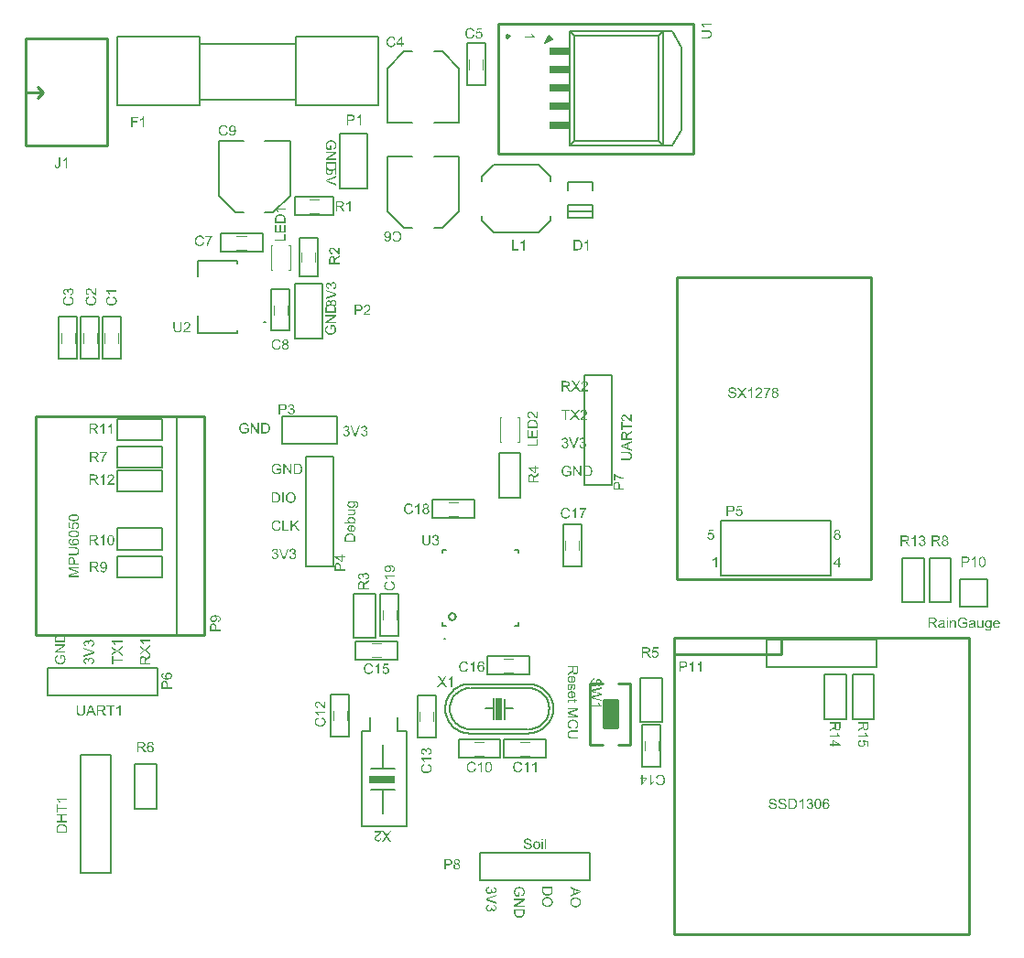
<source format=gto>
G04*
G04 #@! TF.GenerationSoftware,Altium Limited,Altium Designer,22.2.1 (43)*
G04*
G04 Layer_Color=65535*
%FSLAX24Y24*%
%MOIN*%
G70*
G04*
G04 #@! TF.SameCoordinates,347B6F40-84C8-4AAD-98B2-BBB097A6B523*
G04*
G04*
G04 #@! TF.FilePolarity,Positive*
G04*
G01*
G75*
%ADD10C,0.0050*%
%ADD11C,0.0070*%
%ADD12C,0.0079*%
%ADD13C,0.0098*%
%ADD14C,0.0100*%
%ADD15C,0.0040*%
%ADD16R,0.0500X0.1000*%
%ADD17R,0.0920X0.0290*%
%ADD18R,0.0740X0.0299*%
G36*
X17326Y8340D02*
Y9130D01*
X17556D01*
Y8340D01*
X17326D01*
D02*
G37*
G36*
X12547Y19047D02*
X12554Y19046D01*
X12563Y19044D01*
X12573Y19041D01*
X12582Y19038D01*
X12592Y19034D01*
X12593D01*
X12593Y19033D01*
X12597Y19032D01*
X12602Y19028D01*
X12607Y19025D01*
X12614Y19019D01*
X12620Y19013D01*
X12627Y19006D01*
X12632Y18998D01*
X12633Y18997D01*
X12634Y18994D01*
X12637Y18989D01*
X12639Y18983D01*
X12642Y18976D01*
X12644Y18968D01*
X12646Y18958D01*
X12646Y18949D01*
Y18948D01*
Y18945D01*
X12646Y18940D01*
X12645Y18934D01*
X12643Y18927D01*
X12640Y18920D01*
X12637Y18912D01*
X12633Y18904D01*
X12632Y18903D01*
X12631Y18901D01*
X12627Y18897D01*
X12623Y18893D01*
X12617Y18888D01*
X12611Y18883D01*
X12603Y18878D01*
X12594Y18873D01*
X12594D01*
X12596Y18872D01*
X12597Y18872D01*
X12599Y18871D01*
X12605Y18869D01*
X12613Y18866D01*
X12622Y18861D01*
X12631Y18856D01*
X12639Y18849D01*
X12646Y18841D01*
X12647Y18839D01*
X12649Y18836D01*
X12652Y18831D01*
X12656Y18824D01*
X12659Y18815D01*
X12662Y18804D01*
X12664Y18792D01*
X12665Y18779D01*
Y18779D01*
Y18777D01*
Y18774D01*
X12664Y18771D01*
X12664Y18767D01*
X12663Y18762D01*
X12662Y18756D01*
X12661Y18750D01*
X12656Y18737D01*
X12653Y18730D01*
X12650Y18724D01*
X12645Y18717D01*
X12640Y18709D01*
X12635Y18702D01*
X12628Y18696D01*
X12628Y18695D01*
X12627Y18694D01*
X12624Y18693D01*
X12622Y18690D01*
X12618Y18688D01*
X12614Y18685D01*
X12609Y18682D01*
X12603Y18679D01*
X12597Y18676D01*
X12590Y18672D01*
X12583Y18670D01*
X12575Y18667D01*
X12566Y18665D01*
X12557Y18663D01*
X12548Y18662D01*
X12537Y18661D01*
X12532D01*
X12529Y18662D01*
X12525Y18663D01*
X12520Y18663D01*
X12514Y18664D01*
X12508Y18665D01*
X12495Y18669D01*
X12481Y18674D01*
X12474Y18677D01*
X12468Y18681D01*
X12461Y18686D01*
X12455Y18691D01*
X12454Y18691D01*
X12453Y18693D01*
X12451Y18694D01*
X12450Y18696D01*
X12447Y18699D01*
X12444Y18703D01*
X12441Y18707D01*
X12438Y18712D01*
X12435Y18717D01*
X12431Y18723D01*
X12425Y18736D01*
X12420Y18751D01*
X12419Y18759D01*
X12418Y18768D01*
X12464Y18774D01*
Y18773D01*
X12465Y18772D01*
X12465Y18770D01*
X12466Y18767D01*
X12466Y18764D01*
X12467Y18760D01*
X12470Y18752D01*
X12474Y18742D01*
X12479Y18733D01*
X12484Y18724D01*
X12491Y18717D01*
X12492Y18716D01*
X12494Y18714D01*
X12498Y18711D01*
X12504Y18708D01*
X12510Y18705D01*
X12519Y18702D01*
X12528Y18700D01*
X12538Y18700D01*
X12541D01*
X12543Y18700D01*
X12549Y18701D01*
X12557Y18702D01*
X12566Y18705D01*
X12575Y18709D01*
X12584Y18714D01*
X12593Y18722D01*
X12594Y18723D01*
X12597Y18726D01*
X12600Y18731D01*
X12604Y18738D01*
X12609Y18746D01*
X12612Y18755D01*
X12615Y18766D01*
X12616Y18778D01*
Y18779D01*
Y18780D01*
Y18782D01*
X12615Y18784D01*
X12615Y18790D01*
X12613Y18797D01*
X12611Y18806D01*
X12607Y18814D01*
X12602Y18823D01*
X12594Y18831D01*
X12593Y18832D01*
X12591Y18835D01*
X12586Y18838D01*
X12580Y18842D01*
X12573Y18845D01*
X12563Y18849D01*
X12553Y18851D01*
X12542Y18852D01*
X12537D01*
X12533Y18851D01*
X12528Y18851D01*
X12522Y18850D01*
X12516Y18849D01*
X12509Y18847D01*
X12514Y18888D01*
X12517D01*
X12519Y18887D01*
X12526D01*
X12532Y18889D01*
X12539Y18890D01*
X12548Y18891D01*
X12557Y18894D01*
X12566Y18898D01*
X12575Y18903D01*
X12575D01*
X12576Y18903D01*
X12579Y18905D01*
X12582Y18909D01*
X12587Y18914D01*
X12591Y18921D01*
X12595Y18930D01*
X12598Y18939D01*
X12599Y18944D01*
Y18950D01*
Y18951D01*
Y18951D01*
Y18955D01*
X12598Y18959D01*
X12597Y18965D01*
X12594Y18972D01*
X12592Y18979D01*
X12587Y18986D01*
X12581Y18992D01*
X12581Y18993D01*
X12578Y18995D01*
X12574Y18998D01*
X12569Y19001D01*
X12563Y19004D01*
X12555Y19006D01*
X12546Y19009D01*
X12537Y19009D01*
X12532D01*
X12527Y19008D01*
X12521Y19007D01*
X12514Y19005D01*
X12507Y19002D01*
X12499Y18998D01*
X12492Y18992D01*
X12491Y18992D01*
X12489Y18989D01*
X12486Y18985D01*
X12482Y18980D01*
X12478Y18973D01*
X12474Y18964D01*
X12471Y18954D01*
X12469Y18942D01*
X12422Y18950D01*
Y18950D01*
X12423Y18952D01*
X12424Y18954D01*
X12424Y18957D01*
X12425Y18961D01*
X12427Y18966D01*
X12430Y18976D01*
X12436Y18988D01*
X12442Y19000D01*
X12450Y19011D01*
X12461Y19022D01*
X12461Y19022D01*
X12462Y19023D01*
X12464Y19024D01*
X12466Y19026D01*
X12469Y19028D01*
X12473Y19030D01*
X12477Y19032D01*
X12481Y19035D01*
X12492Y19039D01*
X12505Y19044D01*
X12520Y19046D01*
X12527Y19047D01*
X12541D01*
X12547Y19047D01*
D02*
G37*
G36*
X11901D02*
X11908Y19046D01*
X11917Y19044D01*
X11927Y19041D01*
X11937Y19038D01*
X11946Y19034D01*
X11947D01*
X11947Y19033D01*
X11951Y19032D01*
X11956Y19028D01*
X11961Y19025D01*
X11968Y19019D01*
X11974Y19013D01*
X11981Y19006D01*
X11986Y18998D01*
X11987Y18997D01*
X11988Y18994D01*
X11991Y18989D01*
X11993Y18983D01*
X11996Y18976D01*
X11998Y18968D01*
X12000Y18958D01*
X12000Y18949D01*
Y18948D01*
Y18945D01*
X12000Y18940D01*
X11999Y18934D01*
X11997Y18927D01*
X11994Y18920D01*
X11991Y18912D01*
X11987Y18904D01*
X11986Y18903D01*
X11985Y18901D01*
X11981Y18897D01*
X11977Y18893D01*
X11971Y18888D01*
X11965Y18883D01*
X11957Y18878D01*
X11948Y18873D01*
X11949D01*
X11950Y18872D01*
X11951Y18872D01*
X11953Y18871D01*
X11959Y18869D01*
X11967Y18866D01*
X11976Y18861D01*
X11985Y18856D01*
X11993Y18849D01*
X12000Y18841D01*
X12001Y18839D01*
X12003Y18836D01*
X12006Y18831D01*
X12010Y18824D01*
X12013Y18815D01*
X12016Y18804D01*
X12018Y18792D01*
X12019Y18779D01*
Y18779D01*
Y18777D01*
Y18774D01*
X12018Y18771D01*
X12018Y18767D01*
X12017Y18762D01*
X12016Y18756D01*
X12015Y18750D01*
X12010Y18737D01*
X12007Y18730D01*
X12004Y18724D01*
X11999Y18717D01*
X11994Y18709D01*
X11989Y18702D01*
X11982Y18696D01*
X11982Y18695D01*
X11981Y18694D01*
X11979Y18693D01*
X11976Y18690D01*
X11973Y18688D01*
X11968Y18685D01*
X11963Y18682D01*
X11957Y18679D01*
X11951Y18676D01*
X11944Y18672D01*
X11937Y18670D01*
X11929Y18667D01*
X11920Y18665D01*
X11911Y18663D01*
X11902Y18662D01*
X11891Y18661D01*
X11886D01*
X11883Y18662D01*
X11879Y18663D01*
X11874Y18663D01*
X11868Y18664D01*
X11862Y18665D01*
X11849Y18669D01*
X11836Y18674D01*
X11828Y18677D01*
X11822Y18681D01*
X11815Y18686D01*
X11809Y18691D01*
X11808Y18691D01*
X11807Y18693D01*
X11806Y18694D01*
X11804Y18696D01*
X11801Y18699D01*
X11798Y18703D01*
X11795Y18707D01*
X11792Y18712D01*
X11789Y18717D01*
X11785Y18723D01*
X11779Y18736D01*
X11774Y18751D01*
X11773Y18759D01*
X11772Y18768D01*
X11818Y18774D01*
Y18773D01*
X11819Y18772D01*
X11819Y18770D01*
X11820Y18767D01*
X11820Y18764D01*
X11821Y18760D01*
X11824Y18752D01*
X11828Y18742D01*
X11833Y18733D01*
X11838Y18724D01*
X11845Y18717D01*
X11846Y18716D01*
X11848Y18714D01*
X11852Y18711D01*
X11858Y18708D01*
X11864Y18705D01*
X11873Y18702D01*
X11882Y18700D01*
X11892Y18700D01*
X11895D01*
X11897Y18700D01*
X11903Y18701D01*
X11911Y18702D01*
X11920Y18705D01*
X11929Y18709D01*
X11938Y18714D01*
X11947Y18722D01*
X11948Y18723D01*
X11951Y18726D01*
X11954Y18731D01*
X11958Y18738D01*
X11963Y18746D01*
X11966Y18755D01*
X11969Y18766D01*
X11970Y18778D01*
Y18779D01*
Y18780D01*
Y18782D01*
X11969Y18784D01*
X11969Y18790D01*
X11967Y18797D01*
X11965Y18806D01*
X11961Y18814D01*
X11956Y18823D01*
X11949Y18831D01*
X11947Y18832D01*
X11945Y18835D01*
X11940Y18838D01*
X11934Y18842D01*
X11927Y18845D01*
X11917Y18849D01*
X11907Y18851D01*
X11896Y18852D01*
X11891D01*
X11887Y18851D01*
X11882Y18851D01*
X11876Y18850D01*
X11870Y18849D01*
X11863Y18847D01*
X11868Y18888D01*
X11871D01*
X11873Y18887D01*
X11880D01*
X11886Y18889D01*
X11893Y18890D01*
X11902Y18891D01*
X11911Y18894D01*
X11920Y18898D01*
X11929Y18903D01*
X11929D01*
X11930Y18903D01*
X11933Y18905D01*
X11937Y18909D01*
X11941Y18914D01*
X11945Y18921D01*
X11949Y18930D01*
X11952Y18939D01*
X11953Y18944D01*
Y18950D01*
Y18951D01*
Y18951D01*
Y18955D01*
X11952Y18959D01*
X11951Y18965D01*
X11949Y18972D01*
X11946Y18979D01*
X11941Y18986D01*
X11935Y18992D01*
X11935Y18993D01*
X11932Y18995D01*
X11928Y18998D01*
X11923Y19001D01*
X11917Y19004D01*
X11909Y19006D01*
X11901Y19009D01*
X11891Y19009D01*
X11886D01*
X11881Y19008D01*
X11875Y19007D01*
X11868Y19005D01*
X11861Y19002D01*
X11853Y18998D01*
X11846Y18992D01*
X11845Y18992D01*
X11843Y18989D01*
X11840Y18985D01*
X11836Y18980D01*
X11832Y18973D01*
X11828Y18964D01*
X11825Y18954D01*
X11823Y18942D01*
X11777Y18950D01*
Y18950D01*
X11777Y18952D01*
X11778Y18954D01*
X11778Y18957D01*
X11779Y18961D01*
X11781Y18966D01*
X11784Y18976D01*
X11790Y18988D01*
X11796Y19000D01*
X11804Y19011D01*
X11815Y19022D01*
X11815Y19022D01*
X11816Y19023D01*
X11818Y19024D01*
X11820Y19026D01*
X11823Y19028D01*
X11827Y19030D01*
X11831Y19032D01*
X11836Y19035D01*
X11846Y19039D01*
X11859Y19044D01*
X11874Y19046D01*
X11881Y19047D01*
X11895D01*
X11901Y19047D01*
D02*
G37*
G36*
X12243Y18668D02*
X12191D01*
X12045Y19046D01*
X12099D01*
X12198Y18771D01*
Y18771D01*
X12198Y18770D01*
X12199Y18768D01*
X12200Y18766D01*
X12200Y18762D01*
X12201Y18759D01*
X12204Y18751D01*
X12207Y18742D01*
X12211Y18731D01*
X12217Y18709D01*
Y18710D01*
X12218Y18711D01*
X12218Y18713D01*
X12219Y18715D01*
X12220Y18721D01*
X12223Y18729D01*
X12226Y18738D01*
X12229Y18749D01*
X12233Y18760D01*
X12237Y18771D01*
X12340Y19046D01*
X12391D01*
X12243Y18668D01*
D02*
G37*
G36*
X8191Y19152D02*
X8196D01*
X8206Y19151D01*
X8218Y19149D01*
X8230Y19146D01*
X8243Y19143D01*
X8255Y19139D01*
X8256D01*
X8257Y19138D01*
X8258Y19138D01*
X8261Y19136D01*
X8267Y19133D01*
X8274Y19129D01*
X8283Y19124D01*
X8291Y19117D01*
X8299Y19110D01*
X8307Y19101D01*
X8308Y19100D01*
X8310Y19097D01*
X8314Y19092D01*
X8318Y19085D01*
X8322Y19076D01*
X8327Y19065D01*
X8332Y19053D01*
X8336Y19040D01*
X8291Y19028D01*
Y19028D01*
X8290Y19029D01*
X8290Y19030D01*
X8289Y19033D01*
X8287Y19038D01*
X8285Y19044D01*
X8282Y19052D01*
X8278Y19059D01*
X8274Y19067D01*
X8269Y19073D01*
X8269Y19074D01*
X8267Y19076D01*
X8264Y19079D01*
X8260Y19082D01*
X8255Y19087D01*
X8249Y19091D01*
X8242Y19095D01*
X8233Y19099D01*
X8232Y19100D01*
X8230Y19101D01*
X8225Y19103D01*
X8218Y19105D01*
X8210Y19106D01*
X8202Y19108D01*
X8192Y19109D01*
X8181Y19110D01*
X8175D01*
X8173Y19109D01*
X8169D01*
X8161Y19109D01*
X8152Y19107D01*
X8142Y19105D01*
X8132Y19103D01*
X8122Y19099D01*
X8121Y19098D01*
X8118Y19097D01*
X8113Y19094D01*
X8108Y19092D01*
X8101Y19087D01*
X8094Y19083D01*
X8088Y19077D01*
X8082Y19071D01*
X8081Y19071D01*
X8079Y19069D01*
X8076Y19065D01*
X8073Y19061D01*
X8069Y19055D01*
X8065Y19049D01*
X8061Y19041D01*
X8058Y19034D01*
Y19033D01*
X8057Y19032D01*
X8056Y19030D01*
X8055Y19028D01*
X8054Y19024D01*
X8053Y19021D01*
X8052Y19016D01*
X8050Y19011D01*
X8048Y19000D01*
X8046Y18987D01*
X8044Y18973D01*
X8043Y18958D01*
Y18957D01*
Y18956D01*
Y18953D01*
X8044Y18950D01*
Y18945D01*
X8044Y18940D01*
X8045Y18934D01*
X8046Y18928D01*
X8048Y18915D01*
X8050Y18901D01*
X8055Y18886D01*
X8060Y18873D01*
Y18872D01*
X8061Y18871D01*
X8062Y18869D01*
X8064Y18867D01*
X8067Y18861D01*
X8073Y18854D01*
X8080Y18845D01*
X8089Y18837D01*
X8100Y18830D01*
X8111Y18822D01*
X8112D01*
X8113Y18822D01*
X8114Y18821D01*
X8117Y18820D01*
X8120Y18819D01*
X8124Y18818D01*
X8132Y18814D01*
X8143Y18812D01*
X8155Y18809D01*
X8168Y18807D01*
X8182Y18806D01*
X8188D01*
X8191Y18807D01*
X8194D01*
X8202Y18808D01*
X8212Y18809D01*
X8222Y18811D01*
X8234Y18814D01*
X8245Y18818D01*
X8246D01*
X8247Y18819D01*
X8248Y18819D01*
X8250Y18820D01*
X8256Y18823D01*
X8263Y18826D01*
X8270Y18830D01*
X8279Y18834D01*
X8286Y18839D01*
X8293Y18845D01*
Y18916D01*
X8181D01*
Y18961D01*
X8342D01*
Y18820D01*
X8341Y18820D01*
X8340Y18819D01*
X8338Y18818D01*
X8335Y18815D01*
X8332Y18813D01*
X8328Y18810D01*
X8323Y18807D01*
X8319Y18804D01*
X8307Y18797D01*
X8294Y18789D01*
X8280Y18782D01*
X8266Y18776D01*
X8265D01*
X8264Y18776D01*
X8262Y18775D01*
X8259Y18774D01*
X8255Y18773D01*
X8251Y18771D01*
X8246Y18770D01*
X8241Y18769D01*
X8229Y18766D01*
X8215Y18763D01*
X8201Y18762D01*
X8185Y18761D01*
X8180D01*
X8176Y18762D01*
X8171D01*
X8165Y18762D01*
X8159Y18763D01*
X8151Y18764D01*
X8136Y18767D01*
X8119Y18771D01*
X8101Y18777D01*
X8092Y18780D01*
X8084Y18785D01*
X8083Y18785D01*
X8082Y18786D01*
X8079Y18788D01*
X8076Y18789D01*
X8072Y18792D01*
X8068Y18795D01*
X8058Y18802D01*
X8047Y18812D01*
X8036Y18824D01*
X8025Y18838D01*
X8015Y18854D01*
Y18854D01*
X8014Y18856D01*
X8013Y18858D01*
X8011Y18862D01*
X8010Y18866D01*
X8008Y18871D01*
X8006Y18877D01*
X8004Y18883D01*
X8001Y18890D01*
X7999Y18898D01*
X7997Y18907D01*
X7996Y18915D01*
X7993Y18934D01*
X7992Y18955D01*
Y18955D01*
Y18957D01*
Y18960D01*
X7993Y18964D01*
Y18969D01*
X7993Y18975D01*
X7994Y18981D01*
X7995Y18988D01*
X7996Y18996D01*
X7997Y19004D01*
X8002Y19021D01*
X8007Y19039D01*
X8015Y19057D01*
X8016Y19058D01*
X8016Y19059D01*
X8017Y19062D01*
X8019Y19065D01*
X8022Y19069D01*
X8024Y19074D01*
X8032Y19084D01*
X8041Y19096D01*
X8053Y19107D01*
X8066Y19119D01*
X8073Y19124D01*
X8081Y19129D01*
X8082Y19129D01*
X8083Y19130D01*
X8085Y19131D01*
X8089Y19133D01*
X8093Y19134D01*
X8098Y19136D01*
X8103Y19139D01*
X8110Y19141D01*
X8117Y19143D01*
X8125Y19145D01*
X8133Y19147D01*
X8142Y19148D01*
X8161Y19151D01*
X8171Y19152D01*
X8188D01*
X8191Y19152D01*
D02*
G37*
G36*
X8713Y18768D02*
X8661D01*
X8463Y19064D01*
Y18768D01*
X8415D01*
Y19146D01*
X8467D01*
X8665Y18849D01*
Y19146D01*
X8713D01*
Y18768D01*
D02*
G37*
G36*
X8952Y19145D02*
X8963Y19145D01*
X8974Y19144D01*
X8985Y19142D01*
X8994Y19140D01*
X8994D01*
X8996Y19140D01*
X8997D01*
X8999Y19139D01*
X9005Y19137D01*
X9013Y19134D01*
X9022Y19130D01*
X9031Y19125D01*
X9040Y19120D01*
X9049Y19113D01*
X9050Y19112D01*
X9050Y19112D01*
X9052Y19110D01*
X9054Y19109D01*
X9059Y19103D01*
X9066Y19095D01*
X9073Y19086D01*
X9081Y19075D01*
X9088Y19063D01*
X9094Y19049D01*
Y19048D01*
X9094Y19047D01*
X9096Y19045D01*
X9096Y19041D01*
X9098Y19038D01*
X9099Y19033D01*
X9100Y19028D01*
X9102Y19022D01*
X9103Y19016D01*
X9104Y19009D01*
X9107Y18994D01*
X9109Y18977D01*
X9109Y18958D01*
Y18958D01*
Y18957D01*
Y18954D01*
Y18951D01*
X9109Y18947D01*
Y18943D01*
X9108Y18933D01*
X9106Y18921D01*
X9105Y18908D01*
X9102Y18895D01*
X9099Y18882D01*
Y18881D01*
X9098Y18880D01*
X9098Y18879D01*
X9097Y18877D01*
X9095Y18871D01*
X9092Y18863D01*
X9088Y18854D01*
X9084Y18845D01*
X9079Y18836D01*
X9073Y18827D01*
X9073Y18826D01*
X9070Y18824D01*
X9067Y18820D01*
X9063Y18815D01*
X9058Y18809D01*
X9052Y18804D01*
X9046Y18798D01*
X9039Y18793D01*
X9038Y18792D01*
X9035Y18791D01*
X9032Y18789D01*
X9026Y18786D01*
X9020Y18783D01*
X9012Y18780D01*
X9003Y18777D01*
X8993Y18774D01*
X8992D01*
X8991Y18773D01*
X8989Y18773D01*
X8984Y18772D01*
X8976Y18771D01*
X8967Y18770D01*
X8957Y18769D01*
X8945Y18768D01*
X8933Y18768D01*
X8797D01*
Y19146D01*
X8942D01*
X8952Y19145D01*
D02*
G37*
G36*
X9897Y19838D02*
X9904Y19837D01*
X9913Y19835D01*
X9923Y19833D01*
X9932Y19829D01*
X9942Y19825D01*
X9943D01*
X9943Y19824D01*
X9947Y19823D01*
X9952Y19820D01*
X9957Y19816D01*
X9964Y19810D01*
X9970Y19804D01*
X9977Y19797D01*
X9982Y19789D01*
X9983Y19788D01*
X9984Y19785D01*
X9986Y19780D01*
X9989Y19774D01*
X9992Y19767D01*
X9994Y19759D01*
X9996Y19750D01*
X9996Y19740D01*
Y19739D01*
Y19736D01*
X9996Y19732D01*
X9995Y19726D01*
X9993Y19719D01*
X9990Y19711D01*
X9987Y19703D01*
X9983Y19696D01*
X9982Y19695D01*
X9980Y19692D01*
X9977Y19689D01*
X9973Y19684D01*
X9967Y19679D01*
X9961Y19674D01*
X9953Y19669D01*
X9944Y19664D01*
X9944D01*
X9946Y19663D01*
X9947Y19663D01*
X9949Y19662D01*
X9955Y19660D01*
X9963Y19657D01*
X9972Y19652D01*
X9980Y19647D01*
X9989Y19640D01*
X9996Y19632D01*
X9997Y19631D01*
X9999Y19627D01*
X10002Y19622D01*
X10006Y19615D01*
X10009Y19606D01*
X10012Y19596D01*
X10014Y19584D01*
X10015Y19571D01*
Y19570D01*
Y19568D01*
Y19566D01*
X10014Y19562D01*
X10014Y19558D01*
X10013Y19553D01*
X10012Y19548D01*
X10011Y19542D01*
X10006Y19529D01*
X10003Y19521D01*
X10000Y19515D01*
X9995Y19508D01*
X9990Y19501D01*
X9985Y19494D01*
X9978Y19487D01*
X9978Y19487D01*
X9977Y19485D01*
X9974Y19484D01*
X9972Y19482D01*
X9968Y19479D01*
X9964Y19476D01*
X9959Y19473D01*
X9953Y19470D01*
X9947Y19467D01*
X9940Y19464D01*
X9933Y19461D01*
X9925Y19458D01*
X9916Y19456D01*
X9907Y19454D01*
X9897Y19453D01*
X9887Y19453D01*
X9882D01*
X9879Y19453D01*
X9875Y19454D01*
X9870Y19454D01*
X9864Y19455D01*
X9858Y19456D01*
X9845Y19460D01*
X9831Y19465D01*
X9824Y19468D01*
X9818Y19472D01*
X9811Y19477D01*
X9805Y19482D01*
X9804Y19483D01*
X9803Y19484D01*
X9801Y19485D01*
X9800Y19488D01*
X9797Y19490D01*
X9794Y19494D01*
X9791Y19498D01*
X9788Y19503D01*
X9784Y19508D01*
X9781Y19514D01*
X9775Y19527D01*
X9770Y19542D01*
X9769Y19550D01*
X9768Y19559D01*
X9814Y19565D01*
Y19565D01*
X9815Y19563D01*
X9815Y19561D01*
X9816Y19559D01*
X9816Y19555D01*
X9817Y19551D01*
X9820Y19543D01*
X9824Y19533D01*
X9829Y19524D01*
X9834Y19515D01*
X9841Y19508D01*
X9842Y19507D01*
X9844Y19505D01*
X9848Y19502D01*
X9854Y19500D01*
X9860Y19496D01*
X9869Y19494D01*
X9878Y19491D01*
X9888Y19491D01*
X9891D01*
X9893Y19491D01*
X9899Y19492D01*
X9907Y19494D01*
X9916Y19496D01*
X9925Y19500D01*
X9934Y19506D01*
X9943Y19513D01*
X9944Y19514D01*
X9947Y19518D01*
X9950Y19523D01*
X9954Y19529D01*
X9959Y19537D01*
X9962Y19547D01*
X9965Y19557D01*
X9966Y19569D01*
Y19570D01*
Y19571D01*
Y19573D01*
X9965Y19575D01*
X9965Y19581D01*
X9963Y19588D01*
X9961Y19597D01*
X9957Y19606D01*
X9952Y19614D01*
X9944Y19622D01*
X9943Y19624D01*
X9941Y19626D01*
X9936Y19629D01*
X9930Y19633D01*
X9923Y19637D01*
X9913Y19640D01*
X9903Y19642D01*
X9891Y19643D01*
X9887D01*
X9883Y19643D01*
X9878Y19642D01*
X9872Y19641D01*
X9866Y19640D01*
X9859Y19638D01*
X9864Y19679D01*
X9867D01*
X9869Y19679D01*
X9876D01*
X9882Y19680D01*
X9889Y19681D01*
X9897Y19683D01*
X9907Y19685D01*
X9916Y19689D01*
X9925Y19694D01*
X9925D01*
X9926Y19695D01*
X9929Y19697D01*
X9932Y19701D01*
X9937Y19705D01*
X9941Y19713D01*
X9945Y19721D01*
X9948Y19730D01*
X9949Y19735D01*
Y19741D01*
Y19742D01*
Y19743D01*
Y19746D01*
X9948Y19750D01*
X9947Y19756D01*
X9944Y19763D01*
X9942Y19770D01*
X9937Y19777D01*
X9931Y19784D01*
X9931Y19784D01*
X9928Y19786D01*
X9924Y19789D01*
X9919Y19792D01*
X9913Y19795D01*
X9905Y19798D01*
X9896Y19800D01*
X9887Y19800D01*
X9882D01*
X9877Y19799D01*
X9871Y19798D01*
X9864Y19796D01*
X9857Y19793D01*
X9849Y19789D01*
X9842Y19784D01*
X9841Y19783D01*
X9839Y19780D01*
X9836Y19776D01*
X9832Y19771D01*
X9828Y19764D01*
X9824Y19755D01*
X9821Y19745D01*
X9819Y19733D01*
X9772Y19741D01*
Y19741D01*
X9773Y19743D01*
X9774Y19745D01*
X9774Y19749D01*
X9775Y19752D01*
X9777Y19757D01*
X9780Y19767D01*
X9786Y19779D01*
X9792Y19791D01*
X9800Y19803D01*
X9811Y19813D01*
X9811Y19814D01*
X9812Y19814D01*
X9814Y19815D01*
X9816Y19817D01*
X9819Y19819D01*
X9823Y19821D01*
X9827Y19823D01*
X9831Y19826D01*
X9842Y19830D01*
X9855Y19835D01*
X9870Y19838D01*
X9877Y19839D01*
X9891D01*
X9897Y19838D01*
D02*
G37*
G36*
X9597Y19836D02*
X9606Y19836D01*
X9616Y19835D01*
X9626Y19834D01*
X9634Y19833D01*
X9635D01*
X9639Y19832D01*
X9644Y19831D01*
X9650Y19829D01*
X9657Y19827D01*
X9665Y19823D01*
X9673Y19820D01*
X9680Y19815D01*
X9681Y19815D01*
X9683Y19813D01*
X9687Y19810D01*
X9691Y19806D01*
X9696Y19801D01*
X9701Y19794D01*
X9706Y19787D01*
X9711Y19779D01*
X9711Y19778D01*
X9712Y19775D01*
X9715Y19770D01*
X9717Y19764D01*
X9718Y19756D01*
X9721Y19748D01*
X9722Y19738D01*
X9722Y19727D01*
Y19727D01*
Y19725D01*
Y19723D01*
X9722Y19719D01*
X9721Y19715D01*
X9721Y19710D01*
X9719Y19705D01*
X9718Y19699D01*
X9715Y19686D01*
X9712Y19680D01*
X9709Y19673D01*
X9705Y19666D01*
X9701Y19659D01*
X9697Y19652D01*
X9691Y19646D01*
X9691Y19645D01*
X9689Y19644D01*
X9688Y19643D01*
X9685Y19641D01*
X9682Y19638D01*
X9677Y19636D01*
X9672Y19632D01*
X9666Y19630D01*
X9659Y19626D01*
X9651Y19623D01*
X9642Y19620D01*
X9632Y19618D01*
X9621Y19616D01*
X9609Y19614D01*
X9595Y19613D01*
X9581Y19613D01*
X9484D01*
Y19459D01*
X9434D01*
Y19837D01*
X9589D01*
X9597Y19836D01*
D02*
G37*
G36*
X25264Y15223D02*
X25113D01*
X25093Y15121D01*
X25093Y15122D01*
X25094Y15122D01*
X25096Y15123D01*
X25099Y15125D01*
X25102Y15127D01*
X25106Y15129D01*
X25114Y15133D01*
X25125Y15137D01*
X25137Y15141D01*
X25151Y15144D01*
X25157Y15145D01*
X25169D01*
X25172Y15145D01*
X25177Y15144D01*
X25182Y15143D01*
X25187Y15142D01*
X25193Y15141D01*
X25206Y15137D01*
X25213Y15134D01*
X25220Y15130D01*
X25228Y15127D01*
X25235Y15122D01*
X25241Y15117D01*
X25248Y15111D01*
X25248Y15110D01*
X25249Y15109D01*
X25251Y15107D01*
X25253Y15105D01*
X25256Y15101D01*
X25259Y15097D01*
X25262Y15092D01*
X25265Y15087D01*
X25268Y15081D01*
X25271Y15074D01*
X25274Y15066D01*
X25277Y15059D01*
X25279Y15051D01*
X25280Y15041D01*
X25282Y15032D01*
X25282Y15022D01*
Y15022D01*
Y15020D01*
Y15017D01*
X25282Y15014D01*
X25281Y15009D01*
X25280Y15004D01*
X25279Y14998D01*
X25278Y14992D01*
X25275Y14978D01*
X25270Y14963D01*
X25266Y14956D01*
X25262Y14949D01*
X25258Y14941D01*
X25252Y14934D01*
X25252Y14933D01*
X25250Y14932D01*
X25248Y14929D01*
X25246Y14927D01*
X25242Y14923D01*
X25237Y14919D01*
X25232Y14915D01*
X25226Y14911D01*
X25219Y14907D01*
X25212Y14903D01*
X25203Y14899D01*
X25195Y14895D01*
X25185Y14892D01*
X25175Y14890D01*
X25164Y14888D01*
X25153Y14888D01*
X25148D01*
X25144Y14888D01*
X25140Y14889D01*
X25135Y14890D01*
X25129Y14890D01*
X25123Y14892D01*
X25109Y14895D01*
X25095Y14900D01*
X25088Y14903D01*
X25081Y14907D01*
X25075Y14911D01*
X25068Y14916D01*
X25068Y14917D01*
X25066Y14917D01*
X25065Y14920D01*
X25063Y14922D01*
X25060Y14925D01*
X25058Y14928D01*
X25054Y14932D01*
X25052Y14937D01*
X25048Y14942D01*
X25045Y14948D01*
X25039Y14961D01*
X25034Y14976D01*
X25033Y14985D01*
X25031Y14993D01*
X25080Y14997D01*
Y14997D01*
Y14995D01*
X25081Y14994D01*
X25081Y14991D01*
X25083Y14985D01*
X25085Y14977D01*
X25088Y14969D01*
X25093Y14959D01*
X25098Y14951D01*
X25105Y14944D01*
X25106Y14943D01*
X25108Y14941D01*
X25112Y14938D01*
X25118Y14935D01*
X25125Y14932D01*
X25133Y14929D01*
X25142Y14927D01*
X25153Y14926D01*
X25156D01*
X25158Y14927D01*
X25165Y14927D01*
X25172Y14929D01*
X25182Y14932D01*
X25191Y14937D01*
X25201Y14943D01*
X25205Y14947D01*
X25209Y14951D01*
X25210Y14952D01*
X25211Y14952D01*
X25212Y14954D01*
X25213Y14956D01*
X25217Y14962D01*
X25222Y14969D01*
X25225Y14979D01*
X25229Y14990D01*
X25232Y15004D01*
X25233Y15011D01*
Y15018D01*
Y15019D01*
Y15020D01*
Y15022D01*
X25232Y15025D01*
Y15028D01*
X25232Y15032D01*
X25230Y15041D01*
X25228Y15051D01*
X25224Y15062D01*
X25218Y15071D01*
X25211Y15081D01*
Y15081D01*
X25209Y15082D01*
X25207Y15085D01*
X25202Y15088D01*
X25195Y15093D01*
X25187Y15097D01*
X25177Y15100D01*
X25165Y15103D01*
X25159Y15104D01*
X25148D01*
X25144Y15104D01*
X25139Y15103D01*
X25132Y15101D01*
X25125Y15100D01*
X25118Y15097D01*
X25111Y15094D01*
X25111Y15093D01*
X25108Y15092D01*
X25105Y15089D01*
X25101Y15087D01*
X25096Y15083D01*
X25092Y15078D01*
X25087Y15073D01*
X25083Y15067D01*
X25040Y15073D01*
X25076Y15267D01*
X25264D01*
Y15223D01*
D02*
G37*
G36*
X25371Y13894D02*
X25324D01*
Y14190D01*
X25324Y14189D01*
X25321Y14187D01*
X25318Y14184D01*
X25312Y14180D01*
X25306Y14175D01*
X25299Y14170D01*
X25290Y14164D01*
X25280Y14158D01*
X25280D01*
X25279Y14157D01*
X25276Y14155D01*
X25270Y14152D01*
X25264Y14149D01*
X25256Y14145D01*
X25248Y14141D01*
X25240Y14137D01*
X25231Y14134D01*
Y14179D01*
X25232D01*
X25233Y14180D01*
X25235Y14181D01*
X25238Y14182D01*
X25241Y14184D01*
X25245Y14186D01*
X25254Y14192D01*
X25265Y14198D01*
X25276Y14205D01*
X25288Y14214D01*
X25299Y14223D01*
X25300Y14224D01*
X25300Y14224D01*
X25302Y14226D01*
X25304Y14228D01*
X25309Y14233D01*
X25316Y14240D01*
X25322Y14247D01*
X25329Y14256D01*
X25335Y14265D01*
X25341Y14274D01*
X25371D01*
Y13894D01*
D02*
G37*
G36*
X29842Y14028D02*
X29894D01*
Y13985D01*
X29842D01*
Y13894D01*
X29796D01*
Y13985D01*
X29632D01*
Y14028D01*
X29805Y14272D01*
X29842D01*
Y14028D01*
D02*
G37*
G36*
X29763Y15273D02*
X29767Y15273D01*
X29772Y15272D01*
X29778Y15272D01*
X29783Y15270D01*
X29796Y15267D01*
X29809Y15262D01*
X29816Y15259D01*
X29823Y15255D01*
X29829Y15250D01*
X29835Y15245D01*
X29835Y15244D01*
X29836Y15244D01*
X29837Y15242D01*
X29840Y15240D01*
X29842Y15237D01*
X29844Y15234D01*
X29850Y15225D01*
X29855Y15215D01*
X29860Y15203D01*
X29864Y15189D01*
X29865Y15182D01*
X29865Y15175D01*
Y15174D01*
Y15173D01*
Y15170D01*
X29865Y15165D01*
X29864Y15159D01*
X29862Y15152D01*
X29859Y15144D01*
X29856Y15136D01*
X29851Y15129D01*
X29850Y15128D01*
X29848Y15125D01*
X29845Y15122D01*
X29841Y15118D01*
X29835Y15113D01*
X29828Y15108D01*
X29819Y15103D01*
X29809Y15099D01*
X29810D01*
X29811Y15098D01*
X29813Y15098D01*
X29815Y15097D01*
X29822Y15094D01*
X29829Y15090D01*
X29837Y15085D01*
X29846Y15078D01*
X29854Y15071D01*
X29862Y15062D01*
Y15062D01*
X29862Y15061D01*
X29865Y15058D01*
X29868Y15052D01*
X29871Y15045D01*
X29874Y15036D01*
X29878Y15026D01*
X29880Y15015D01*
X29880Y15002D01*
Y15001D01*
Y15000D01*
Y14997D01*
X29880Y14994D01*
X29879Y14990D01*
X29879Y14985D01*
X29878Y14980D01*
X29876Y14974D01*
X29872Y14961D01*
X29870Y14954D01*
X29866Y14947D01*
X29862Y14940D01*
X29858Y14934D01*
X29852Y14927D01*
X29846Y14921D01*
X29846Y14920D01*
X29844Y14919D01*
X29843Y14917D01*
X29840Y14916D01*
X29836Y14913D01*
X29832Y14910D01*
X29828Y14908D01*
X29822Y14904D01*
X29816Y14901D01*
X29809Y14898D01*
X29801Y14896D01*
X29794Y14893D01*
X29785Y14891D01*
X29776Y14890D01*
X29766Y14888D01*
X29756Y14888D01*
X29751D01*
X29747Y14888D01*
X29742Y14889D01*
X29736Y14890D01*
X29730Y14891D01*
X29724Y14892D01*
X29709Y14896D01*
X29701Y14899D01*
X29694Y14902D01*
X29687Y14905D01*
X29679Y14910D01*
X29672Y14915D01*
X29665Y14921D01*
X29665Y14921D01*
X29664Y14922D01*
X29662Y14924D01*
X29660Y14927D01*
X29658Y14930D01*
X29654Y14934D01*
X29652Y14938D01*
X29648Y14944D01*
X29645Y14949D01*
X29642Y14956D01*
X29637Y14969D01*
X29635Y14977D01*
X29633Y14986D01*
X29632Y14994D01*
X29632Y15003D01*
Y15004D01*
Y15005D01*
Y15007D01*
X29632Y15009D01*
Y15012D01*
X29633Y15016D01*
X29634Y15025D01*
X29636Y15035D01*
X29639Y15045D01*
X29644Y15055D01*
X29650Y15065D01*
Y15065D01*
X29651Y15066D01*
X29653Y15069D01*
X29658Y15073D01*
X29664Y15078D01*
X29671Y15084D01*
X29681Y15090D01*
X29691Y15095D01*
X29704Y15099D01*
X29703D01*
X29702Y15099D01*
X29701Y15100D01*
X29699Y15101D01*
X29694Y15103D01*
X29687Y15106D01*
X29680Y15111D01*
X29673Y15116D01*
X29666Y15122D01*
X29660Y15129D01*
X29660Y15130D01*
X29658Y15132D01*
X29656Y15136D01*
X29654Y15142D01*
X29651Y15149D01*
X29649Y15157D01*
X29647Y15166D01*
X29647Y15176D01*
Y15177D01*
Y15178D01*
Y15180D01*
X29647Y15183D01*
X29648Y15187D01*
X29648Y15191D01*
X29651Y15200D01*
X29654Y15211D01*
X29659Y15223D01*
X29663Y15229D01*
X29666Y15235D01*
X29671Y15240D01*
X29676Y15246D01*
X29677Y15246D01*
X29678Y15247D01*
X29680Y15248D01*
X29682Y15250D01*
X29684Y15252D01*
X29688Y15254D01*
X29693Y15257D01*
X29697Y15260D01*
X29702Y15262D01*
X29708Y15265D01*
X29715Y15267D01*
X29722Y15270D01*
X29737Y15273D01*
X29746Y15273D01*
X29755Y15274D01*
X29760D01*
X29763Y15273D01*
D02*
G37*
G36*
X20327Y10118D02*
X20326Y10114D01*
Y10109D01*
X20326Y10098D01*
X20324Y10086D01*
X20323Y10073D01*
X20320Y10061D01*
X20318Y10055D01*
X20317Y10050D01*
Y10049D01*
X20316Y10049D01*
X20314Y10045D01*
X20312Y10040D01*
X20308Y10034D01*
X20303Y10028D01*
X20297Y10021D01*
X20289Y10014D01*
X20280Y10008D01*
X20280D01*
X20279Y10007D01*
X20276Y10005D01*
X20271Y10003D01*
X20264Y9999D01*
X20255Y9997D01*
X20246Y9994D01*
X20235Y9992D01*
X20224Y9992D01*
X20223D01*
X20222D01*
X20220D01*
X20217Y9992D01*
X20213D01*
X20210Y9993D01*
X20200Y9995D01*
X20189Y9998D01*
X20178Y10003D01*
X20166Y10009D01*
X20161Y10014D01*
X20155Y10018D01*
X20155Y10019D01*
X20154Y10019D01*
X20153Y10021D01*
X20151Y10023D01*
X20149Y10026D01*
X20147Y10029D01*
X20144Y10033D01*
X20141Y10038D01*
X20138Y10043D01*
X20135Y10049D01*
X20132Y10056D01*
X20129Y10063D01*
X20127Y10071D01*
X20124Y10079D01*
X20123Y10088D01*
X20121Y10098D01*
X20121Y10097D01*
X20119Y10095D01*
X20117Y10092D01*
X20115Y10087D01*
X20109Y10077D01*
X20105Y10073D01*
X20102Y10068D01*
X20101Y10067D01*
X20098Y10064D01*
X20094Y10060D01*
X20088Y10055D01*
X20081Y10049D01*
X20072Y10041D01*
X20063Y10034D01*
X20052Y10027D01*
X19949Y9962D01*
Y10024D01*
X20028Y10074D01*
X20028D01*
X20029Y10075D01*
X20031Y10076D01*
X20033Y10077D01*
X20039Y10081D01*
X20047Y10086D01*
X20055Y10092D01*
X20064Y10098D01*
X20072Y10104D01*
X20080Y10110D01*
X20080Y10110D01*
X20082Y10112D01*
X20086Y10115D01*
X20089Y10118D01*
X20098Y10127D01*
X20101Y10131D01*
X20105Y10135D01*
X20105Y10136D01*
X20106Y10137D01*
X20107Y10139D01*
X20109Y10142D01*
X20110Y10146D01*
X20112Y10150D01*
X20115Y10158D01*
Y10159D01*
X20115Y10160D01*
Y10162D01*
X20116Y10165D01*
X20116Y10169D01*
Y10173D01*
X20117Y10179D01*
Y10243D01*
X19949D01*
Y10294D01*
X20327D01*
Y10118D01*
D02*
G37*
G36*
X20095Y9934D02*
X20101Y9934D01*
X20107Y9933D01*
X20115Y9932D01*
X20123Y9931D01*
X20140Y9926D01*
X20149Y9924D01*
X20158Y9920D01*
X20167Y9916D01*
X20175Y9911D01*
X20183Y9905D01*
X20191Y9899D01*
X20192Y9899D01*
X20193Y9898D01*
X20194Y9896D01*
X20197Y9893D01*
X20200Y9890D01*
X20203Y9885D01*
X20207Y9880D01*
X20210Y9874D01*
X20214Y9868D01*
X20217Y9861D01*
X20220Y9854D01*
X20223Y9845D01*
X20226Y9837D01*
X20228Y9827D01*
X20229Y9818D01*
X20229Y9807D01*
Y9802D01*
X20229Y9798D01*
X20228Y9794D01*
X20227Y9788D01*
X20226Y9782D01*
X20224Y9775D01*
X20223Y9768D01*
X20220Y9761D01*
X20217Y9754D01*
X20213Y9746D01*
X20209Y9738D01*
X20204Y9731D01*
X20198Y9724D01*
X20192Y9717D01*
X20191Y9717D01*
X20190Y9715D01*
X20188Y9714D01*
X20184Y9712D01*
X20181Y9709D01*
X20176Y9706D01*
X20171Y9703D01*
X20164Y9700D01*
X20157Y9696D01*
X20149Y9693D01*
X20141Y9690D01*
X20131Y9688D01*
X20121Y9685D01*
X20110Y9684D01*
X20099Y9683D01*
X20086Y9682D01*
X20086D01*
X20083D01*
X20080D01*
X20074Y9683D01*
Y9887D01*
X20074D01*
X20072D01*
X20070Y9887D01*
X20066D01*
X20063Y9886D01*
X20058Y9885D01*
X20048Y9884D01*
X20038Y9880D01*
X20026Y9876D01*
X20015Y9870D01*
X20005Y9862D01*
Y9862D01*
X20004Y9861D01*
X20001Y9858D01*
X19997Y9853D01*
X19993Y9847D01*
X19989Y9838D01*
X19985Y9828D01*
X19982Y9817D01*
X19982Y9811D01*
X19981Y9804D01*
Y9800D01*
X19982Y9795D01*
X19983Y9789D01*
X19985Y9783D01*
X19987Y9775D01*
X19990Y9768D01*
X19994Y9761D01*
X19995Y9760D01*
X19997Y9758D01*
X20000Y9754D01*
X20005Y9750D01*
X20011Y9746D01*
X20018Y9741D01*
X20027Y9736D01*
X20038Y9732D01*
X20032Y9684D01*
X20031D01*
X20030Y9684D01*
X20028Y9685D01*
X20024Y9686D01*
X20021Y9688D01*
X20017Y9689D01*
X20007Y9694D01*
X19997Y9699D01*
X19986Y9707D01*
X19976Y9715D01*
X19966Y9726D01*
Y9727D01*
X19965Y9728D01*
X19964Y9730D01*
X19962Y9732D01*
X19961Y9735D01*
X19959Y9738D01*
X19957Y9743D01*
X19955Y9748D01*
X19952Y9753D01*
X19950Y9759D01*
X19947Y9772D01*
X19944Y9788D01*
X19943Y9804D01*
Y9810D01*
X19944Y9814D01*
X19944Y9819D01*
X19945Y9825D01*
X19946Y9832D01*
X19947Y9839D01*
X19952Y9854D01*
X19955Y9862D01*
X19958Y9870D01*
X19963Y9878D01*
X19968Y9886D01*
X19973Y9893D01*
X19980Y9900D01*
X19980Y9901D01*
X19981Y9902D01*
X19983Y9903D01*
X19987Y9905D01*
X19991Y9908D01*
X19995Y9911D01*
X20000Y9914D01*
X20006Y9918D01*
X20013Y9921D01*
X20021Y9924D01*
X20030Y9927D01*
X20039Y9930D01*
X20049Y9932D01*
X20060Y9933D01*
X20071Y9934D01*
X20083Y9935D01*
X20084D01*
X20087D01*
X20090D01*
X20095Y9934D01*
D02*
G37*
G36*
X20038Y9598D02*
X20038D01*
X20037D01*
X20034Y9597D01*
X20028Y9596D01*
X20022Y9594D01*
X20016Y9591D01*
X20009Y9588D01*
X20001Y9583D01*
X19995Y9577D01*
X19995Y9576D01*
X19993Y9574D01*
X19991Y9569D01*
X19988Y9564D01*
X19986Y9557D01*
X19983Y9548D01*
X19982Y9539D01*
X19981Y9527D01*
Y9522D01*
X19982Y9516D01*
X19983Y9509D01*
X19985Y9501D01*
X19987Y9493D01*
X19989Y9486D01*
X19994Y9480D01*
X19994Y9479D01*
X19996Y9477D01*
X19999Y9475D01*
X20003Y9471D01*
X20007Y9469D01*
X20012Y9466D01*
X20018Y9464D01*
X20024Y9464D01*
X20025D01*
X20027D01*
X20030Y9464D01*
X20034Y9465D01*
X20038Y9467D01*
X20041Y9470D01*
X20046Y9473D01*
X20049Y9478D01*
X20050Y9479D01*
X20050Y9480D01*
X20052Y9483D01*
X20053Y9487D01*
X20056Y9494D01*
X20057Y9498D01*
X20058Y9502D01*
X20060Y9507D01*
X20062Y9512D01*
X20063Y9518D01*
X20065Y9525D01*
Y9526D01*
X20065Y9528D01*
X20066Y9530D01*
X20067Y9534D01*
X20068Y9538D01*
X20070Y9543D01*
X20072Y9553D01*
X20076Y9565D01*
X20080Y9577D01*
X20083Y9588D01*
X20086Y9593D01*
X20087Y9596D01*
X20088Y9598D01*
X20089Y9600D01*
X20091Y9603D01*
X20094Y9607D01*
X20098Y9612D01*
X20102Y9617D01*
X20107Y9622D01*
X20113Y9626D01*
X20113Y9627D01*
X20116Y9628D01*
X20119Y9630D01*
X20124Y9631D01*
X20129Y9633D01*
X20136Y9635D01*
X20142Y9636D01*
X20150Y9636D01*
X20151D01*
X20153D01*
X20157Y9636D01*
X20161Y9635D01*
X20166Y9634D01*
X20172Y9633D01*
X20178Y9631D01*
X20184Y9628D01*
X20184Y9628D01*
X20187Y9626D01*
X20189Y9625D01*
X20193Y9622D01*
X20197Y9619D01*
X20202Y9615D01*
X20206Y9611D01*
X20210Y9605D01*
X20211Y9605D01*
X20211Y9603D01*
X20213Y9601D01*
X20214Y9598D01*
X20217Y9593D01*
X20219Y9588D01*
X20221Y9582D01*
X20223Y9576D01*
X20224Y9575D01*
X20224Y9572D01*
X20225Y9569D01*
X20226Y9564D01*
X20228Y9558D01*
X20228Y9551D01*
X20229Y9543D01*
Y9530D01*
X20229Y9524D01*
X20228Y9516D01*
X20227Y9507D01*
X20225Y9498D01*
X20223Y9488D01*
X20219Y9479D01*
Y9479D01*
X20219Y9478D01*
X20218Y9475D01*
X20216Y9471D01*
X20213Y9465D01*
X20209Y9459D01*
X20205Y9453D01*
X20200Y9448D01*
X20194Y9443D01*
X20194Y9442D01*
X20192Y9441D01*
X20188Y9439D01*
X20183Y9436D01*
X20177Y9434D01*
X20170Y9431D01*
X20161Y9429D01*
X20152Y9427D01*
X20146Y9472D01*
X20147D01*
X20149Y9473D01*
X20153Y9474D01*
X20158Y9475D01*
X20163Y9478D01*
X20169Y9481D01*
X20174Y9485D01*
X20179Y9491D01*
X20179Y9491D01*
X20181Y9493D01*
X20183Y9497D01*
X20185Y9501D01*
X20187Y9507D01*
X20189Y9514D01*
X20190Y9523D01*
X20191Y9532D01*
Y9537D01*
X20190Y9543D01*
X20190Y9550D01*
X20188Y9557D01*
X20187Y9565D01*
X20184Y9572D01*
X20180Y9578D01*
X20179Y9578D01*
X20178Y9580D01*
X20176Y9582D01*
X20173Y9584D01*
X20170Y9587D01*
X20165Y9589D01*
X20160Y9591D01*
X20155Y9592D01*
X20155D01*
X20154D01*
X20152Y9591D01*
X20150D01*
X20145Y9589D01*
X20139Y9586D01*
X20139Y9586D01*
X20138Y9585D01*
X20136Y9584D01*
X20135Y9582D01*
X20133Y9580D01*
X20131Y9576D01*
X20129Y9572D01*
X20127Y9568D01*
Y9568D01*
X20127Y9566D01*
X20126Y9564D01*
X20124Y9560D01*
X20123Y9555D01*
X20121Y9548D01*
X20119Y9543D01*
X20118Y9539D01*
X20117Y9533D01*
X20115Y9527D01*
Y9527D01*
X20115Y9525D01*
X20114Y9522D01*
X20113Y9519D01*
X20112Y9515D01*
X20111Y9510D01*
X20107Y9500D01*
X20104Y9488D01*
X20100Y9477D01*
X20096Y9467D01*
X20095Y9462D01*
X20093Y9458D01*
X20093Y9457D01*
X20092Y9455D01*
X20090Y9452D01*
X20087Y9447D01*
X20084Y9442D01*
X20080Y9437D01*
X20075Y9432D01*
X20069Y9428D01*
X20069Y9427D01*
X20066Y9426D01*
X20063Y9424D01*
X20058Y9422D01*
X20052Y9420D01*
X20046Y9418D01*
X20038Y9417D01*
X20029Y9416D01*
X20028D01*
X20026D01*
X20021Y9417D01*
X20015Y9418D01*
X20009Y9420D01*
X20001Y9422D01*
X19993Y9426D01*
X19986Y9430D01*
X19985Y9430D01*
X19982Y9433D01*
X19979Y9435D01*
X19974Y9440D01*
X19969Y9446D01*
X19964Y9452D01*
X19959Y9460D01*
X19954Y9469D01*
Y9470D01*
X19953Y9470D01*
X19952Y9474D01*
X19951Y9479D01*
X19949Y9486D01*
X19946Y9495D01*
X19945Y9505D01*
X19944Y9515D01*
X19943Y9527D01*
Y9532D01*
X19944Y9536D01*
Y9540D01*
X19944Y9546D01*
X19945Y9551D01*
X19946Y9557D01*
X19949Y9570D01*
X19952Y9584D01*
X19958Y9597D01*
X19961Y9603D01*
X19965Y9608D01*
X19965Y9609D01*
X19966Y9610D01*
X19969Y9613D01*
X19974Y9618D01*
X19982Y9623D01*
X19991Y9629D01*
X20002Y9635D01*
X20016Y9640D01*
X20031Y9644D01*
X20038Y9598D01*
D02*
G37*
G36*
X20095Y9376D02*
X20101Y9376D01*
X20107Y9375D01*
X20115Y9374D01*
X20123Y9373D01*
X20140Y9368D01*
X20149Y9366D01*
X20158Y9362D01*
X20167Y9358D01*
X20175Y9353D01*
X20183Y9347D01*
X20191Y9341D01*
X20192Y9341D01*
X20193Y9340D01*
X20194Y9338D01*
X20197Y9335D01*
X20200Y9332D01*
X20203Y9327D01*
X20207Y9322D01*
X20210Y9316D01*
X20214Y9310D01*
X20217Y9303D01*
X20220Y9296D01*
X20223Y9287D01*
X20226Y9279D01*
X20228Y9269D01*
X20229Y9260D01*
X20229Y9249D01*
Y9244D01*
X20229Y9240D01*
X20228Y9236D01*
X20227Y9230D01*
X20226Y9224D01*
X20224Y9217D01*
X20223Y9210D01*
X20220Y9203D01*
X20217Y9196D01*
X20213Y9188D01*
X20209Y9180D01*
X20204Y9173D01*
X20198Y9166D01*
X20192Y9159D01*
X20191Y9159D01*
X20190Y9157D01*
X20188Y9156D01*
X20184Y9154D01*
X20181Y9151D01*
X20176Y9148D01*
X20171Y9145D01*
X20164Y9142D01*
X20157Y9138D01*
X20149Y9135D01*
X20141Y9132D01*
X20131Y9130D01*
X20121Y9127D01*
X20110Y9126D01*
X20099Y9125D01*
X20086Y9124D01*
X20086D01*
X20083D01*
X20080D01*
X20074Y9125D01*
Y9329D01*
X20074D01*
X20072D01*
X20070Y9329D01*
X20066D01*
X20063Y9328D01*
X20058Y9327D01*
X20048Y9326D01*
X20038Y9322D01*
X20026Y9318D01*
X20015Y9312D01*
X20005Y9304D01*
Y9304D01*
X20004Y9303D01*
X20001Y9300D01*
X19997Y9295D01*
X19993Y9289D01*
X19989Y9280D01*
X19985Y9270D01*
X19982Y9259D01*
X19982Y9253D01*
X19981Y9246D01*
Y9242D01*
X19982Y9237D01*
X19983Y9231D01*
X19985Y9225D01*
X19987Y9217D01*
X19990Y9210D01*
X19994Y9203D01*
X19995Y9202D01*
X19997Y9200D01*
X20000Y9196D01*
X20005Y9192D01*
X20011Y9188D01*
X20018Y9183D01*
X20027Y9178D01*
X20038Y9174D01*
X20032Y9126D01*
X20031D01*
X20030Y9126D01*
X20028Y9127D01*
X20024Y9128D01*
X20021Y9130D01*
X20017Y9131D01*
X20007Y9136D01*
X19997Y9141D01*
X19986Y9149D01*
X19976Y9157D01*
X19966Y9168D01*
Y9169D01*
X19965Y9170D01*
X19964Y9172D01*
X19962Y9174D01*
X19961Y9177D01*
X19959Y9180D01*
X19957Y9185D01*
X19955Y9190D01*
X19952Y9195D01*
X19950Y9201D01*
X19947Y9214D01*
X19944Y9230D01*
X19943Y9246D01*
Y9252D01*
X19944Y9256D01*
X19944Y9261D01*
X19945Y9267D01*
X19946Y9274D01*
X19947Y9281D01*
X19952Y9296D01*
X19955Y9304D01*
X19958Y9312D01*
X19963Y9320D01*
X19968Y9328D01*
X19973Y9335D01*
X19980Y9342D01*
X19980Y9343D01*
X19981Y9344D01*
X19983Y9345D01*
X19987Y9347D01*
X19991Y9350D01*
X19995Y9353D01*
X20000Y9356D01*
X20006Y9359D01*
X20013Y9363D01*
X20021Y9366D01*
X20030Y9369D01*
X20039Y9372D01*
X20049Y9374D01*
X20060Y9375D01*
X20071Y9376D01*
X20083Y9377D01*
X20084D01*
X20087D01*
X20090D01*
X20095Y9376D01*
D02*
G37*
G36*
X20223Y9060D02*
X20291D01*
X20319Y9013D01*
X20223D01*
Y8966D01*
X20187D01*
Y9013D01*
X20026D01*
X20025D01*
X20023D01*
X20020D01*
X20016Y9013D01*
X20007Y9012D01*
X20003Y9012D01*
X20000Y9011D01*
X19999Y9011D01*
X19997Y9009D01*
X19994Y9007D01*
X19992Y9003D01*
X19991Y9002D01*
X19990Y8999D01*
X19989Y8994D01*
X19988Y8987D01*
Y8982D01*
X19989Y8979D01*
Y8975D01*
X19989Y8971D01*
X19990Y8966D01*
X19949Y8960D01*
Y8961D01*
X19949Y8964D01*
X19948Y8967D01*
X19947Y8972D01*
X19946Y8978D01*
X19946Y8984D01*
X19945Y8996D01*
Y9000D01*
X19946Y9005D01*
X19946Y9010D01*
X19947Y9017D01*
X19949Y9023D01*
X19950Y9029D01*
X19953Y9035D01*
X19953Y9036D01*
X19955Y9037D01*
X19956Y9040D01*
X19959Y9043D01*
X19962Y9046D01*
X19965Y9049D01*
X19969Y9052D01*
X19974Y9054D01*
X19975D01*
X19977Y9055D01*
X19981Y9056D01*
X19986Y9057D01*
X19993Y9058D01*
X19998Y9059D01*
X20003D01*
X20009Y9059D01*
X20015Y9060D01*
X20021D01*
X20029D01*
X20187D01*
Y9094D01*
X20223D01*
Y9060D01*
D02*
G37*
G36*
X20327Y8694D02*
X20059Y8605D01*
X20058D01*
X20057Y8604D01*
X20056Y8604D01*
X20053Y8603D01*
X20046Y8601D01*
X20038Y8598D01*
X20029Y8595D01*
X20020Y8592D01*
X20011Y8589D01*
X20003Y8587D01*
X20004Y8586D01*
X20007Y8586D01*
X20012Y8584D01*
X20018Y8582D01*
X20027Y8579D01*
X20038Y8575D01*
X20050Y8572D01*
X20064Y8567D01*
X20327Y8476D01*
Y8409D01*
X19949D01*
Y8457D01*
X20265D01*
X19949Y8567D01*
Y8612D01*
X20271Y8721D01*
X19949D01*
Y8769D01*
X20327D01*
Y8694D01*
D02*
G37*
G36*
X20151Y8342D02*
X20156D01*
X20161Y8341D01*
X20169Y8341D01*
X20176Y8340D01*
X20192Y8337D01*
X20209Y8333D01*
X20226Y8328D01*
X20243Y8320D01*
X20244Y8319D01*
X20246Y8319D01*
X20248Y8318D01*
X20250Y8316D01*
X20254Y8313D01*
X20259Y8311D01*
X20268Y8304D01*
X20279Y8294D01*
X20290Y8283D01*
X20301Y8271D01*
X20311Y8256D01*
X20311Y8255D01*
X20312Y8254D01*
X20313Y8252D01*
X20314Y8249D01*
X20316Y8245D01*
X20318Y8240D01*
X20320Y8235D01*
X20322Y8229D01*
X20324Y8222D01*
X20326Y8215D01*
X20330Y8200D01*
X20332Y8182D01*
X20333Y8164D01*
Y8159D01*
X20333Y8155D01*
X20332Y8150D01*
X20332Y8144D01*
X20331Y8138D01*
X20330Y8131D01*
X20326Y8116D01*
X20321Y8100D01*
X20318Y8092D01*
X20314Y8084D01*
X20309Y8076D01*
X20305Y8069D01*
X20304Y8068D01*
X20303Y8067D01*
X20302Y8065D01*
X20299Y8062D01*
X20296Y8059D01*
X20293Y8056D01*
X20288Y8052D01*
X20284Y8047D01*
X20278Y8043D01*
X20272Y8039D01*
X20265Y8034D01*
X20258Y8029D01*
X20250Y8026D01*
X20242Y8021D01*
X20233Y8018D01*
X20223Y8015D01*
X20212Y8064D01*
X20212D01*
X20213Y8064D01*
X20216Y8065D01*
X20218Y8067D01*
X20222Y8068D01*
X20226Y8069D01*
X20235Y8074D01*
X20244Y8079D01*
X20254Y8086D01*
X20264Y8094D01*
X20272Y8103D01*
X20273Y8104D01*
X20275Y8107D01*
X20278Y8112D01*
X20282Y8120D01*
X20285Y8129D01*
X20288Y8139D01*
X20290Y8152D01*
X20291Y8165D01*
Y8170D01*
X20290Y8172D01*
Y8176D01*
X20290Y8181D01*
X20288Y8191D01*
X20286Y8203D01*
X20282Y8215D01*
X20277Y8227D01*
X20270Y8239D01*
Y8239D01*
X20268Y8240D01*
X20266Y8243D01*
X20261Y8248D01*
X20255Y8254D01*
X20247Y8261D01*
X20237Y8268D01*
X20226Y8274D01*
X20213Y8280D01*
X20213D01*
X20212Y8280D01*
X20210Y8281D01*
X20207Y8281D01*
X20204Y8282D01*
X20200Y8283D01*
X20191Y8285D01*
X20180Y8287D01*
X20168Y8289D01*
X20155Y8290D01*
X20141Y8291D01*
X20140D01*
X20139D01*
X20136D01*
X20133D01*
X20129Y8290D01*
X20124D01*
X20118Y8290D01*
X20112Y8289D01*
X20099Y8288D01*
X20085Y8285D01*
X20071Y8282D01*
X20057Y8277D01*
X20056D01*
X20055Y8277D01*
X20053Y8276D01*
X20051Y8275D01*
X20044Y8271D01*
X20036Y8266D01*
X20028Y8260D01*
X20018Y8253D01*
X20010Y8244D01*
X20003Y8234D01*
Y8233D01*
X20002Y8232D01*
X20001Y8230D01*
X20000Y8228D01*
X19999Y8225D01*
X19997Y8222D01*
X19994Y8215D01*
X19991Y8205D01*
X19988Y8194D01*
X19986Y8182D01*
X19985Y8169D01*
Y8165D01*
X19986Y8162D01*
Y8158D01*
X19986Y8154D01*
X19988Y8145D01*
X19991Y8133D01*
X19995Y8122D01*
X20001Y8110D01*
X20005Y8104D01*
X20009Y8098D01*
X20010Y8098D01*
X20010Y8097D01*
X20012Y8095D01*
X20013Y8093D01*
X20016Y8091D01*
X20020Y8088D01*
X20023Y8085D01*
X20027Y8082D01*
X20032Y8079D01*
X20038Y8075D01*
X20043Y8072D01*
X20050Y8069D01*
X20057Y8066D01*
X20064Y8063D01*
X20072Y8061D01*
X20081Y8058D01*
X20069Y8008D01*
X20068D01*
X20066Y8009D01*
X20063Y8010D01*
X20058Y8011D01*
X20053Y8013D01*
X20047Y8015D01*
X20041Y8018D01*
X20034Y8021D01*
X20018Y8029D01*
X20003Y8039D01*
X19995Y8045D01*
X19988Y8051D01*
X19981Y8057D01*
X19975Y8065D01*
X19974Y8065D01*
X19973Y8067D01*
X19972Y8069D01*
X19970Y8072D01*
X19967Y8076D01*
X19964Y8081D01*
X19962Y8087D01*
X19959Y8093D01*
X19956Y8100D01*
X19953Y8108D01*
X19950Y8116D01*
X19947Y8124D01*
X19945Y8134D01*
X19944Y8144D01*
X19943Y8154D01*
X19943Y8165D01*
Y8171D01*
X19943Y8175D01*
Y8180D01*
X19944Y8186D01*
X19945Y8193D01*
X19946Y8200D01*
X19949Y8216D01*
X19953Y8233D01*
X19959Y8249D01*
X19963Y8257D01*
X19967Y8264D01*
X19968Y8265D01*
X19968Y8266D01*
X19970Y8268D01*
X19972Y8270D01*
X19974Y8274D01*
X19977Y8277D01*
X19981Y8282D01*
X19986Y8286D01*
X19991Y8290D01*
X19995Y8295D01*
X20008Y8305D01*
X20023Y8314D01*
X20039Y8323D01*
X20040D01*
X20041Y8324D01*
X20044Y8324D01*
X20047Y8326D01*
X20052Y8327D01*
X20057Y8329D01*
X20063Y8331D01*
X20070Y8332D01*
X20077Y8334D01*
X20085Y8336D01*
X20102Y8339D01*
X20121Y8341D01*
X20141Y8342D01*
X20141D01*
X20143D01*
X20147D01*
X20151Y8342D01*
D02*
G37*
G36*
X20327Y7896D02*
X20109D01*
X20108D01*
X20106D01*
X20104D01*
X20100D01*
X20096Y7895D01*
X20092D01*
X20081Y7895D01*
X20069Y7893D01*
X20057Y7892D01*
X20046Y7890D01*
X20041Y7889D01*
X20036Y7887D01*
X20035Y7886D01*
X20032Y7885D01*
X20028Y7883D01*
X20023Y7879D01*
X20017Y7875D01*
X20011Y7870D01*
X20005Y7863D01*
X20000Y7856D01*
X20000Y7855D01*
X19998Y7852D01*
X19997Y7847D01*
X19994Y7841D01*
X19992Y7833D01*
X19990Y7823D01*
X19988Y7813D01*
X19988Y7801D01*
Y7796D01*
X19988Y7792D01*
Y7788D01*
X19989Y7783D01*
X19991Y7771D01*
X19994Y7758D01*
X19998Y7745D01*
X20004Y7733D01*
X20008Y7728D01*
X20012Y7723D01*
X20013Y7722D01*
X20013Y7721D01*
X20015Y7720D01*
X20017Y7719D01*
X20021Y7717D01*
X20024Y7715D01*
X20029Y7713D01*
X20034Y7711D01*
X20040Y7708D01*
X20047Y7707D01*
X20055Y7705D01*
X20064Y7703D01*
X20074Y7701D01*
X20084Y7700D01*
X20096Y7699D01*
X20109D01*
X20327D01*
Y7649D01*
X20109D01*
X20108D01*
X20106D01*
X20103D01*
X20099D01*
X20094Y7649D01*
X20089D01*
X20082Y7650D01*
X20076Y7651D01*
X20061Y7652D01*
X20046Y7654D01*
X20031Y7658D01*
X20024Y7660D01*
X20017Y7662D01*
X20017D01*
X20016Y7663D01*
X20014Y7664D01*
X20012Y7665D01*
X20006Y7668D01*
X19998Y7673D01*
X19989Y7679D01*
X19981Y7687D01*
X19971Y7697D01*
X19963Y7709D01*
Y7709D01*
X19962Y7711D01*
X19962Y7712D01*
X19960Y7715D01*
X19958Y7718D01*
X19957Y7723D01*
X19955Y7727D01*
X19953Y7732D01*
X19951Y7738D01*
X19949Y7745D01*
X19947Y7752D01*
X19946Y7760D01*
X19945Y7768D01*
X19944Y7777D01*
X19943Y7797D01*
Y7802D01*
X19943Y7806D01*
Y7810D01*
X19944Y7815D01*
X19944Y7821D01*
X19945Y7827D01*
X19947Y7841D01*
X19950Y7856D01*
X19955Y7870D01*
X19961Y7884D01*
Y7884D01*
X19962Y7885D01*
X19963Y7887D01*
X19964Y7889D01*
X19968Y7895D01*
X19974Y7902D01*
X19982Y7910D01*
X19991Y7918D01*
X20001Y7926D01*
X20013Y7932D01*
X20014D01*
X20015Y7932D01*
X20017Y7933D01*
X20020Y7934D01*
X20023Y7935D01*
X20028Y7936D01*
X20033Y7938D01*
X20039Y7939D01*
X20045Y7940D01*
X20052Y7942D01*
X20060Y7943D01*
X20068Y7944D01*
X20077Y7945D01*
X20087Y7945D01*
X20098Y7946D01*
X20109D01*
X20327D01*
Y7896D01*
D02*
G37*
G36*
X20424Y2100D02*
Y2045D01*
X20046Y1891D01*
Y1948D01*
X20161Y1992D01*
Y2150D01*
X20046Y2191D01*
Y2244D01*
X20424Y2100D01*
D02*
G37*
G36*
X20239Y1865D02*
X20245D01*
X20253Y1864D01*
X20262Y1863D01*
X20273Y1861D01*
X20283Y1859D01*
X20295Y1857D01*
X20307Y1854D01*
X20319Y1849D01*
X20331Y1844D01*
X20343Y1839D01*
X20356Y1832D01*
X20366Y1824D01*
X20377Y1815D01*
X20377Y1815D01*
X20379Y1813D01*
X20382Y1810D01*
X20385Y1806D01*
X20389Y1801D01*
X20394Y1795D01*
X20399Y1788D01*
X20404Y1780D01*
X20408Y1771D01*
X20413Y1761D01*
X20418Y1751D01*
X20422Y1739D01*
X20425Y1726D01*
X20428Y1713D01*
X20430Y1700D01*
X20430Y1685D01*
Y1680D01*
X20430Y1676D01*
Y1671D01*
X20429Y1666D01*
X20428Y1660D01*
X20427Y1653D01*
X20424Y1639D01*
X20420Y1623D01*
X20413Y1607D01*
X20410Y1599D01*
X20405Y1591D01*
X20405Y1590D01*
X20404Y1589D01*
X20402Y1587D01*
X20401Y1583D01*
X20398Y1580D01*
X20395Y1576D01*
X20387Y1567D01*
X20377Y1557D01*
X20365Y1546D01*
X20351Y1535D01*
X20335Y1527D01*
X20335D01*
X20333Y1526D01*
X20331Y1524D01*
X20328Y1523D01*
X20323Y1521D01*
X20318Y1520D01*
X20312Y1517D01*
X20306Y1515D01*
X20299Y1514D01*
X20291Y1511D01*
X20282Y1509D01*
X20274Y1508D01*
X20254Y1505D01*
X20234Y1504D01*
X20233D01*
X20231D01*
X20228D01*
X20224Y1505D01*
X20219D01*
X20213Y1505D01*
X20206Y1506D01*
X20199Y1507D01*
X20184Y1510D01*
X20166Y1514D01*
X20149Y1520D01*
X20140Y1523D01*
X20131Y1528D01*
X20131D01*
X20129Y1529D01*
X20127Y1530D01*
X20123Y1532D01*
X20120Y1534D01*
X20116Y1537D01*
X20105Y1545D01*
X20095Y1554D01*
X20083Y1565D01*
X20072Y1578D01*
X20062Y1593D01*
Y1594D01*
X20061Y1595D01*
X20060Y1598D01*
X20058Y1601D01*
X20057Y1605D01*
X20055Y1609D01*
X20053Y1615D01*
X20051Y1621D01*
X20049Y1627D01*
X20046Y1634D01*
X20043Y1650D01*
X20040Y1667D01*
X20039Y1685D01*
Y1690D01*
X20040Y1694D01*
Y1699D01*
X20041Y1704D01*
X20042Y1710D01*
X20043Y1717D01*
X20046Y1732D01*
X20050Y1748D01*
X20057Y1764D01*
X20061Y1772D01*
X20065Y1781D01*
X20066Y1781D01*
X20066Y1782D01*
X20068Y1784D01*
X20070Y1788D01*
X20072Y1791D01*
X20075Y1795D01*
X20084Y1804D01*
X20093Y1814D01*
X20105Y1825D01*
X20119Y1835D01*
X20135Y1844D01*
X20135D01*
X20137Y1846D01*
X20139Y1847D01*
X20143Y1848D01*
X20147Y1849D01*
X20152Y1851D01*
X20157Y1853D01*
X20163Y1855D01*
X20170Y1857D01*
X20178Y1859D01*
X20194Y1862D01*
X20211Y1865D01*
X20229Y1866D01*
X20230D01*
X20230D01*
X20234D01*
X20239Y1865D01*
D02*
G37*
G36*
X19400Y2099D02*
X19400Y2089D01*
X19399Y2078D01*
X19398Y2067D01*
X19396Y2056D01*
X19395Y2047D01*
Y2046D01*
X19394Y2045D01*
Y2044D01*
X19393Y2042D01*
X19391Y2036D01*
X19389Y2028D01*
X19385Y2019D01*
X19380Y2010D01*
X19374Y2001D01*
X19367Y1992D01*
X19367Y1991D01*
X19366Y1991D01*
X19365Y1989D01*
X19363Y1987D01*
X19358Y1981D01*
X19350Y1975D01*
X19341Y1968D01*
X19330Y1960D01*
X19317Y1953D01*
X19303Y1947D01*
X19302D01*
X19301Y1947D01*
X19299Y1945D01*
X19296Y1945D01*
X19292Y1943D01*
X19288Y1942D01*
X19283Y1941D01*
X19277Y1939D01*
X19271Y1938D01*
X19264Y1937D01*
X19248Y1934D01*
X19231Y1932D01*
X19213Y1932D01*
X19212D01*
X19211D01*
X19208D01*
X19206D01*
X19202Y1932D01*
X19198D01*
X19187Y1933D01*
X19175Y1935D01*
X19163Y1936D01*
X19150Y1939D01*
X19136Y1942D01*
X19136D01*
X19135Y1943D01*
X19133Y1943D01*
X19131Y1944D01*
X19125Y1946D01*
X19117Y1949D01*
X19109Y1953D01*
X19100Y1957D01*
X19091Y1962D01*
X19082Y1968D01*
X19081Y1968D01*
X19078Y1971D01*
X19074Y1974D01*
X19069Y1978D01*
X19064Y1983D01*
X19058Y1989D01*
X19052Y1995D01*
X19047Y2002D01*
X19047Y2003D01*
X19045Y2005D01*
X19043Y2009D01*
X19040Y2015D01*
X19037Y2021D01*
X19034Y2029D01*
X19031Y2038D01*
X19028Y2048D01*
Y2049D01*
X19028Y2050D01*
X19027Y2052D01*
X19027Y2057D01*
X19026Y2065D01*
X19024Y2074D01*
X19023Y2084D01*
X19023Y2096D01*
X19022Y2108D01*
Y2244D01*
X19400D01*
Y2099D01*
D02*
G37*
G36*
X19215Y1878D02*
X19222D01*
X19229Y1877D01*
X19239Y1876D01*
X19249Y1874D01*
X19260Y1872D01*
X19271Y1870D01*
X19283Y1866D01*
X19295Y1862D01*
X19308Y1857D01*
X19320Y1852D01*
X19332Y1844D01*
X19343Y1837D01*
X19353Y1828D01*
X19354Y1828D01*
X19355Y1826D01*
X19358Y1823D01*
X19361Y1819D01*
X19366Y1814D01*
X19370Y1808D01*
X19375Y1801D01*
X19380Y1793D01*
X19385Y1784D01*
X19390Y1774D01*
X19394Y1763D01*
X19398Y1752D01*
X19402Y1739D01*
X19404Y1726D01*
X19406Y1712D01*
X19407Y1698D01*
Y1693D01*
X19406Y1689D01*
Y1684D01*
X19406Y1679D01*
X19404Y1672D01*
X19403Y1666D01*
X19401Y1652D01*
X19396Y1635D01*
X19390Y1619D01*
X19386Y1611D01*
X19382Y1603D01*
X19381Y1603D01*
X19380Y1601D01*
X19379Y1599D01*
X19377Y1596D01*
X19374Y1593D01*
X19371Y1588D01*
X19364Y1579D01*
X19354Y1569D01*
X19342Y1558D01*
X19328Y1548D01*
X19312Y1539D01*
X19311D01*
X19310Y1538D01*
X19307Y1537D01*
X19304Y1536D01*
X19300Y1534D01*
X19295Y1532D01*
X19289Y1530D01*
X19282Y1528D01*
X19275Y1526D01*
X19267Y1524D01*
X19259Y1522D01*
X19250Y1520D01*
X19231Y1518D01*
X19210Y1517D01*
X19210D01*
X19207D01*
X19205D01*
X19200Y1517D01*
X19195D01*
X19189Y1518D01*
X19183Y1519D01*
X19176Y1520D01*
X19160Y1522D01*
X19142Y1527D01*
X19125Y1533D01*
X19116Y1536D01*
X19107Y1540D01*
X19107D01*
X19105Y1541D01*
X19103Y1542D01*
X19100Y1545D01*
X19096Y1547D01*
X19092Y1550D01*
X19082Y1557D01*
X19071Y1567D01*
X19059Y1577D01*
X19049Y1591D01*
X19039Y1606D01*
Y1606D01*
X19038Y1607D01*
X19037Y1610D01*
X19035Y1613D01*
X19033Y1617D01*
X19032Y1622D01*
X19029Y1627D01*
X19027Y1633D01*
X19025Y1640D01*
X19023Y1647D01*
X19020Y1663D01*
X19017Y1680D01*
X19016Y1698D01*
Y1703D01*
X19016Y1706D01*
Y1711D01*
X19017Y1717D01*
X19018Y1723D01*
X19019Y1730D01*
X19022Y1744D01*
X19027Y1760D01*
X19033Y1777D01*
X19037Y1785D01*
X19041Y1793D01*
X19042Y1794D01*
X19043Y1795D01*
X19044Y1797D01*
X19046Y1800D01*
X19049Y1803D01*
X19052Y1807D01*
X19060Y1817D01*
X19070Y1827D01*
X19082Y1838D01*
X19095Y1848D01*
X19111Y1857D01*
X19112D01*
X19113Y1858D01*
X19116Y1859D01*
X19119Y1860D01*
X19123Y1862D01*
X19128Y1864D01*
X19134Y1866D01*
X19140Y1867D01*
X19147Y1870D01*
X19154Y1872D01*
X19170Y1875D01*
X19187Y1877D01*
X19206Y1878D01*
X19206D01*
X19207D01*
X19210D01*
X19215Y1878D01*
D02*
G37*
G36*
X18195Y2244D02*
X18200D01*
X18206Y2243D01*
X18212Y2242D01*
X18219Y2241D01*
X18226Y2240D01*
X18235Y2239D01*
X18252Y2234D01*
X18270Y2229D01*
X18288Y2221D01*
X18289Y2221D01*
X18290Y2220D01*
X18292Y2219D01*
X18296Y2217D01*
X18300Y2215D01*
X18304Y2212D01*
X18315Y2204D01*
X18327Y2195D01*
X18338Y2183D01*
X18350Y2170D01*
X18355Y2163D01*
X18360Y2155D01*
X18360Y2155D01*
X18361Y2153D01*
X18362Y2151D01*
X18363Y2147D01*
X18365Y2143D01*
X18367Y2138D01*
X18369Y2133D01*
X18372Y2126D01*
X18374Y2119D01*
X18375Y2111D01*
X18378Y2103D01*
X18379Y2094D01*
X18382Y2075D01*
X18383Y2066D01*
Y2048D01*
X18383Y2045D01*
Y2040D01*
X18381Y2030D01*
X18380Y2019D01*
X18377Y2007D01*
X18374Y1993D01*
X18369Y1981D01*
Y1980D01*
X18369Y1979D01*
X18368Y1978D01*
X18367Y1975D01*
X18364Y1969D01*
X18360Y1962D01*
X18355Y1954D01*
X18348Y1945D01*
X18341Y1937D01*
X18332Y1929D01*
X18331Y1928D01*
X18328Y1926D01*
X18323Y1922D01*
X18316Y1918D01*
X18307Y1914D01*
X18296Y1909D01*
X18284Y1904D01*
X18271Y1900D01*
X18259Y1945D01*
X18259D01*
X18260Y1946D01*
X18261Y1947D01*
X18263Y1947D01*
X18268Y1949D01*
X18275Y1951D01*
X18283Y1954D01*
X18290Y1958D01*
X18297Y1962D01*
X18304Y1967D01*
X18304Y1967D01*
X18307Y1969D01*
X18309Y1972D01*
X18313Y1976D01*
X18318Y1981D01*
X18322Y1987D01*
X18326Y1995D01*
X18330Y2003D01*
X18331Y2004D01*
X18332Y2007D01*
X18333Y2012D01*
X18336Y2018D01*
X18337Y2026D01*
X18339Y2034D01*
X18340Y2044D01*
X18340Y2055D01*
Y2061D01*
X18340Y2063D01*
Y2067D01*
X18339Y2075D01*
X18338Y2084D01*
X18336Y2094D01*
X18333Y2104D01*
X18330Y2114D01*
X18329Y2115D01*
X18328Y2119D01*
X18325Y2123D01*
X18322Y2128D01*
X18318Y2135D01*
X18314Y2142D01*
X18308Y2149D01*
X18302Y2155D01*
X18302Y2155D01*
X18300Y2157D01*
X18296Y2160D01*
X18291Y2163D01*
X18286Y2167D01*
X18279Y2171D01*
X18272Y2175D01*
X18265Y2179D01*
X18264D01*
X18263Y2179D01*
X18261Y2180D01*
X18259Y2181D01*
X18255Y2182D01*
X18251Y2183D01*
X18247Y2185D01*
X18242Y2186D01*
X18231Y2188D01*
X18218Y2191D01*
X18204Y2192D01*
X18189Y2193D01*
X18188D01*
X18187D01*
X18184D01*
X18181Y2192D01*
X18176D01*
X18171Y2192D01*
X18165Y2191D01*
X18159Y2191D01*
X18146Y2188D01*
X18131Y2186D01*
X18117Y2181D01*
X18104Y2176D01*
X18103D01*
X18102Y2175D01*
X18100Y2174D01*
X18098Y2173D01*
X18092Y2169D01*
X18084Y2163D01*
X18076Y2156D01*
X18068Y2147D01*
X18060Y2137D01*
X18053Y2125D01*
Y2125D01*
X18053Y2123D01*
X18052Y2122D01*
X18051Y2119D01*
X18049Y2116D01*
X18048Y2113D01*
X18045Y2104D01*
X18042Y2093D01*
X18040Y2081D01*
X18037Y2068D01*
X18037Y2054D01*
Y2049D01*
X18037Y2045D01*
Y2042D01*
X18039Y2034D01*
X18040Y2024D01*
X18042Y2014D01*
X18045Y2002D01*
X18049Y1991D01*
Y1990D01*
X18049Y1989D01*
X18050Y1988D01*
X18051Y1986D01*
X18054Y1980D01*
X18057Y1973D01*
X18061Y1966D01*
X18065Y1957D01*
X18070Y1950D01*
X18076Y1943D01*
X18147D01*
Y2055D01*
X18191D01*
Y1894D01*
X18051D01*
X18051Y1895D01*
X18050Y1896D01*
X18048Y1898D01*
X18046Y1901D01*
X18044Y1904D01*
X18041Y1908D01*
X18038Y1913D01*
X18035Y1918D01*
X18028Y1929D01*
X18020Y1942D01*
X18013Y1956D01*
X18007Y1971D01*
Y1971D01*
X18006Y1972D01*
X18006Y1974D01*
X18005Y1977D01*
X18004Y1981D01*
X18002Y1985D01*
X18001Y1990D01*
X18000Y1995D01*
X17997Y2007D01*
X17994Y2021D01*
X17993Y2036D01*
X17992Y2051D01*
Y2056D01*
X17993Y2060D01*
Y2065D01*
X17993Y2071D01*
X17994Y2078D01*
X17995Y2085D01*
X17998Y2101D01*
X18002Y2117D01*
X18008Y2135D01*
X18011Y2144D01*
X18016Y2152D01*
X18016Y2153D01*
X18017Y2155D01*
X18018Y2157D01*
X18020Y2160D01*
X18023Y2164D01*
X18025Y2168D01*
X18033Y2178D01*
X18043Y2189D01*
X18055Y2200D01*
X18069Y2211D01*
X18084Y2221D01*
X18085D01*
X18087Y2222D01*
X18089Y2223D01*
X18093Y2225D01*
X18096Y2227D01*
X18102Y2228D01*
X18107Y2230D01*
X18114Y2233D01*
X18121Y2235D01*
X18129Y2237D01*
X18137Y2239D01*
X18146Y2240D01*
X18165Y2243D01*
X18185Y2244D01*
X18186D01*
X18188D01*
X18191D01*
X18195Y2244D01*
D02*
G37*
G36*
X18377Y1770D02*
X18079Y1571D01*
X18377D01*
Y1523D01*
X17999D01*
Y1575D01*
X18295Y1773D01*
X17999D01*
Y1821D01*
X18377D01*
Y1770D01*
D02*
G37*
G36*
Y1294D02*
X18376Y1284D01*
X18375Y1273D01*
X18374Y1262D01*
X18373Y1251D01*
X18371Y1242D01*
Y1242D01*
X18370Y1241D01*
Y1239D01*
X18369Y1237D01*
X18368Y1231D01*
X18365Y1223D01*
X18361Y1214D01*
X18356Y1205D01*
X18351Y1196D01*
X18344Y1187D01*
X18343Y1186D01*
X18343Y1186D01*
X18341Y1184D01*
X18339Y1182D01*
X18334Y1177D01*
X18326Y1170D01*
X18317Y1163D01*
X18306Y1155D01*
X18294Y1148D01*
X18279Y1142D01*
X18279D01*
X18278Y1142D01*
X18276Y1141D01*
X18272Y1140D01*
X18268Y1138D01*
X18264Y1137D01*
X18259Y1136D01*
X18253Y1135D01*
X18247Y1133D01*
X18240Y1132D01*
X18225Y1129D01*
X18208Y1128D01*
X18189Y1127D01*
X18189D01*
X18188D01*
X18185D01*
X18182D01*
X18178Y1128D01*
X18174D01*
X18164Y1128D01*
X18152Y1130D01*
X18139Y1131D01*
X18126Y1134D01*
X18113Y1137D01*
X18112D01*
X18111Y1138D01*
X18110Y1138D01*
X18107Y1139D01*
X18101Y1141D01*
X18094Y1144D01*
X18085Y1148D01*
X18076Y1152D01*
X18067Y1158D01*
X18058Y1163D01*
X18057Y1164D01*
X18054Y1166D01*
X18051Y1169D01*
X18046Y1173D01*
X18040Y1178D01*
X18035Y1184D01*
X18029Y1190D01*
X18024Y1197D01*
X18023Y1199D01*
X18022Y1201D01*
X18019Y1205D01*
X18017Y1210D01*
X18013Y1217D01*
X18011Y1224D01*
X18007Y1233D01*
X18005Y1243D01*
Y1244D01*
X18004Y1245D01*
X18004Y1247D01*
X18003Y1253D01*
X18002Y1260D01*
X18001Y1269D01*
X18000Y1279D01*
X17999Y1291D01*
X17999Y1303D01*
Y1439D01*
X18377D01*
Y1294D01*
D02*
G37*
G36*
X17081Y2198D02*
X17080D01*
X17079Y2197D01*
X17077Y2197D01*
X17074Y2196D01*
X17071Y2195D01*
X17067Y2194D01*
X17059Y2192D01*
X17049Y2188D01*
X17040Y2183D01*
X17031Y2177D01*
X17024Y2171D01*
X17023Y2170D01*
X17021Y2168D01*
X17018Y2163D01*
X17015Y2158D01*
X17012Y2151D01*
X17009Y2143D01*
X17007Y2134D01*
X17007Y2124D01*
Y2121D01*
X17007Y2119D01*
X17008Y2113D01*
X17009Y2105D01*
X17012Y2096D01*
X17016Y2087D01*
X17021Y2078D01*
X17029Y2069D01*
X17030Y2068D01*
X17033Y2065D01*
X17038Y2062D01*
X17045Y2057D01*
X17053Y2053D01*
X17062Y2050D01*
X17073Y2047D01*
X17085Y2046D01*
X17086D01*
X17087D01*
X17089D01*
X17091Y2046D01*
X17097Y2047D01*
X17104Y2049D01*
X17113Y2051D01*
X17121Y2055D01*
X17130Y2060D01*
X17138Y2067D01*
X17139Y2068D01*
X17142Y2071D01*
X17145Y2075D01*
X17149Y2081D01*
X17153Y2089D01*
X17156Y2098D01*
X17158Y2109D01*
X17159Y2120D01*
Y2125D01*
X17159Y2129D01*
X17158Y2134D01*
X17157Y2139D01*
X17156Y2146D01*
X17154Y2153D01*
X17195Y2147D01*
Y2145D01*
X17195Y2143D01*
Y2135D01*
X17196Y2129D01*
X17197Y2122D01*
X17198Y2114D01*
X17201Y2105D01*
X17205Y2096D01*
X17210Y2087D01*
Y2086D01*
X17210Y2086D01*
X17213Y2083D01*
X17216Y2079D01*
X17221Y2075D01*
X17228Y2070D01*
X17237Y2067D01*
X17246Y2064D01*
X17251Y2063D01*
X17257D01*
X17258D01*
X17258D01*
X17262D01*
X17266Y2064D01*
X17272Y2065D01*
X17279Y2067D01*
X17286Y2070D01*
X17293Y2074D01*
X17299Y2080D01*
X17300Y2081D01*
X17302Y2084D01*
X17305Y2087D01*
X17308Y2092D01*
X17311Y2099D01*
X17314Y2106D01*
X17316Y2115D01*
X17316Y2125D01*
Y2129D01*
X17315Y2134D01*
X17314Y2141D01*
X17312Y2148D01*
X17309Y2155D01*
X17305Y2163D01*
X17299Y2170D01*
X17299Y2170D01*
X17296Y2173D01*
X17292Y2176D01*
X17287Y2180D01*
X17280Y2183D01*
X17271Y2187D01*
X17261Y2191D01*
X17249Y2193D01*
X17257Y2239D01*
X17257D01*
X17259Y2239D01*
X17261Y2238D01*
X17264Y2238D01*
X17268Y2236D01*
X17273Y2235D01*
X17283Y2232D01*
X17295Y2226D01*
X17307Y2220D01*
X17318Y2211D01*
X17329Y2201D01*
X17329Y2200D01*
X17330Y2199D01*
X17331Y2198D01*
X17333Y2195D01*
X17335Y2193D01*
X17337Y2189D01*
X17339Y2185D01*
X17342Y2180D01*
X17346Y2169D01*
X17351Y2157D01*
X17353Y2142D01*
X17355Y2134D01*
Y2121D01*
X17354Y2115D01*
X17353Y2108D01*
X17351Y2099D01*
X17349Y2089D01*
X17345Y2079D01*
X17341Y2069D01*
Y2069D01*
X17340Y2068D01*
X17339Y2065D01*
X17335Y2060D01*
X17332Y2055D01*
X17326Y2048D01*
X17320Y2042D01*
X17313Y2035D01*
X17305Y2030D01*
X17304Y2029D01*
X17301Y2027D01*
X17296Y2025D01*
X17290Y2022D01*
X17283Y2020D01*
X17275Y2017D01*
X17266Y2016D01*
X17256Y2015D01*
X17255D01*
X17252D01*
X17248Y2016D01*
X17241Y2017D01*
X17234Y2019D01*
X17227Y2021D01*
X17219Y2025D01*
X17211Y2029D01*
X17210Y2030D01*
X17208Y2031D01*
X17204Y2034D01*
X17200Y2039D01*
X17195Y2044D01*
X17190Y2051D01*
X17185Y2058D01*
X17180Y2068D01*
Y2067D01*
X17179Y2066D01*
X17179Y2064D01*
X17178Y2062D01*
X17176Y2056D01*
X17173Y2049D01*
X17168Y2040D01*
X17163Y2031D01*
X17156Y2023D01*
X17148Y2015D01*
X17147Y2015D01*
X17143Y2013D01*
X17138Y2009D01*
X17131Y2006D01*
X17122Y2003D01*
X17112Y1999D01*
X17100Y1997D01*
X17086Y1997D01*
X17086D01*
X17084D01*
X17082D01*
X17078Y1997D01*
X17074Y1998D01*
X17069Y1999D01*
X17064Y2000D01*
X17057Y2001D01*
X17044Y2005D01*
X17037Y2009D01*
X17031Y2012D01*
X17024Y2016D01*
X17017Y2021D01*
X17009Y2027D01*
X17003Y2033D01*
X17002Y2034D01*
X17001Y2035D01*
X17000Y2037D01*
X16997Y2040D01*
X16995Y2043D01*
X16992Y2048D01*
X16989Y2052D01*
X16986Y2058D01*
X16983Y2064D01*
X16979Y2072D01*
X16977Y2079D01*
X16974Y2087D01*
X16972Y2096D01*
X16970Y2105D01*
X16969Y2114D01*
X16968Y2125D01*
Y2129D01*
X16969Y2133D01*
X16970Y2137D01*
X16970Y2142D01*
X16971Y2147D01*
X16972Y2153D01*
X16976Y2167D01*
X16981Y2180D01*
X16984Y2187D01*
X16988Y2194D01*
X16993Y2200D01*
X16998Y2207D01*
X16999Y2208D01*
X17000Y2209D01*
X17001Y2210D01*
X17003Y2212D01*
X17006Y2215D01*
X17010Y2217D01*
X17014Y2221D01*
X17019Y2224D01*
X17024Y2227D01*
X17030Y2230D01*
X17043Y2236D01*
X17058Y2241D01*
X17066Y2243D01*
X17075Y2244D01*
X17081Y2198D01*
D02*
G37*
G36*
X17353Y1916D02*
X17078Y1818D01*
X17078D01*
X17077Y1818D01*
X17075Y1817D01*
X17073Y1816D01*
X17070Y1815D01*
X17066Y1814D01*
X17058Y1812D01*
X17049Y1808D01*
X17038Y1805D01*
X17017Y1799D01*
X17017D01*
X17018Y1798D01*
X17020Y1797D01*
X17022Y1797D01*
X17028Y1795D01*
X17036Y1793D01*
X17045Y1790D01*
X17056Y1787D01*
X17067Y1783D01*
X17078Y1778D01*
X17353Y1676D01*
Y1625D01*
X16975Y1772D01*
Y1825D01*
X17353Y1971D01*
Y1916D01*
D02*
G37*
G36*
X17081Y1552D02*
X17080D01*
X17079Y1551D01*
X17077Y1551D01*
X17074Y1550D01*
X17071Y1550D01*
X17067Y1548D01*
X17059Y1546D01*
X17049Y1542D01*
X17040Y1537D01*
X17031Y1532D01*
X17024Y1525D01*
X17023Y1524D01*
X17021Y1522D01*
X17018Y1517D01*
X17015Y1512D01*
X17012Y1505D01*
X17009Y1497D01*
X17007Y1488D01*
X17007Y1478D01*
Y1475D01*
X17007Y1473D01*
X17008Y1467D01*
X17009Y1459D01*
X17012Y1450D01*
X17016Y1441D01*
X17021Y1432D01*
X17029Y1423D01*
X17030Y1422D01*
X17033Y1419D01*
X17038Y1416D01*
X17045Y1411D01*
X17053Y1407D01*
X17062Y1404D01*
X17073Y1401D01*
X17085Y1400D01*
X17086D01*
X17087D01*
X17089D01*
X17091Y1401D01*
X17097Y1401D01*
X17104Y1403D01*
X17113Y1405D01*
X17121Y1409D01*
X17130Y1414D01*
X17138Y1421D01*
X17139Y1422D01*
X17142Y1425D01*
X17145Y1429D01*
X17149Y1435D01*
X17153Y1443D01*
X17156Y1452D01*
X17158Y1463D01*
X17159Y1474D01*
Y1479D01*
X17159Y1483D01*
X17158Y1488D01*
X17157Y1493D01*
X17156Y1500D01*
X17154Y1507D01*
X17195Y1502D01*
Y1499D01*
X17195Y1497D01*
Y1490D01*
X17196Y1484D01*
X17197Y1476D01*
X17198Y1468D01*
X17201Y1459D01*
X17205Y1450D01*
X17210Y1441D01*
Y1440D01*
X17210Y1440D01*
X17213Y1437D01*
X17216Y1433D01*
X17221Y1429D01*
X17228Y1425D01*
X17237Y1421D01*
X17246Y1418D01*
X17251Y1417D01*
X17257D01*
X17258D01*
X17258D01*
X17262D01*
X17266Y1418D01*
X17272Y1419D01*
X17279Y1421D01*
X17286Y1424D01*
X17293Y1428D01*
X17299Y1434D01*
X17300Y1435D01*
X17302Y1438D01*
X17305Y1441D01*
X17308Y1446D01*
X17311Y1453D01*
X17314Y1461D01*
X17316Y1469D01*
X17316Y1479D01*
Y1484D01*
X17315Y1488D01*
X17314Y1495D01*
X17312Y1502D01*
X17309Y1509D01*
X17305Y1517D01*
X17299Y1524D01*
X17299Y1524D01*
X17296Y1527D01*
X17292Y1530D01*
X17287Y1534D01*
X17280Y1538D01*
X17271Y1541D01*
X17261Y1545D01*
X17249Y1547D01*
X17257Y1593D01*
X17257D01*
X17259Y1593D01*
X17261Y1592D01*
X17264Y1592D01*
X17268Y1591D01*
X17273Y1589D01*
X17283Y1586D01*
X17295Y1580D01*
X17307Y1574D01*
X17318Y1565D01*
X17329Y1555D01*
X17329Y1555D01*
X17330Y1553D01*
X17331Y1552D01*
X17333Y1550D01*
X17335Y1547D01*
X17337Y1543D01*
X17339Y1539D01*
X17342Y1534D01*
X17346Y1523D01*
X17351Y1511D01*
X17353Y1496D01*
X17355Y1488D01*
Y1475D01*
X17354Y1469D01*
X17353Y1462D01*
X17351Y1453D01*
X17349Y1443D01*
X17345Y1433D01*
X17341Y1423D01*
Y1423D01*
X17340Y1422D01*
X17339Y1419D01*
X17335Y1414D01*
X17332Y1409D01*
X17326Y1402D01*
X17320Y1396D01*
X17313Y1389D01*
X17305Y1384D01*
X17304Y1383D01*
X17301Y1381D01*
X17296Y1379D01*
X17290Y1376D01*
X17283Y1374D01*
X17275Y1372D01*
X17266Y1370D01*
X17256Y1369D01*
X17255D01*
X17252D01*
X17248Y1370D01*
X17241Y1371D01*
X17234Y1373D01*
X17227Y1375D01*
X17219Y1379D01*
X17211Y1383D01*
X17210Y1384D01*
X17208Y1385D01*
X17204Y1389D01*
X17200Y1393D01*
X17195Y1398D01*
X17190Y1405D01*
X17185Y1413D01*
X17180Y1422D01*
Y1421D01*
X17179Y1420D01*
X17179Y1419D01*
X17178Y1416D01*
X17176Y1410D01*
X17173Y1403D01*
X17168Y1394D01*
X17163Y1385D01*
X17156Y1377D01*
X17148Y1369D01*
X17147Y1369D01*
X17143Y1367D01*
X17138Y1363D01*
X17131Y1360D01*
X17122Y1357D01*
X17112Y1354D01*
X17100Y1351D01*
X17086Y1351D01*
X17086D01*
X17084D01*
X17082D01*
X17078Y1351D01*
X17074Y1352D01*
X17069Y1353D01*
X17064Y1354D01*
X17057Y1355D01*
X17044Y1360D01*
X17037Y1363D01*
X17031Y1366D01*
X17024Y1370D01*
X17017Y1375D01*
X17009Y1381D01*
X17003Y1387D01*
X17002Y1388D01*
X17001Y1389D01*
X17000Y1391D01*
X16997Y1394D01*
X16995Y1397D01*
X16992Y1402D01*
X16989Y1407D01*
X16986Y1413D01*
X16983Y1419D01*
X16979Y1426D01*
X16977Y1433D01*
X16974Y1441D01*
X16972Y1450D01*
X16970Y1459D01*
X16969Y1468D01*
X16968Y1479D01*
Y1484D01*
X16969Y1487D01*
X16970Y1491D01*
X16970Y1496D01*
X16971Y1502D01*
X16972Y1508D01*
X16976Y1521D01*
X16981Y1534D01*
X16984Y1541D01*
X16988Y1548D01*
X16993Y1555D01*
X16998Y1561D01*
X16999Y1562D01*
X17000Y1563D01*
X17001Y1564D01*
X17003Y1566D01*
X17006Y1569D01*
X17010Y1571D01*
X17014Y1575D01*
X17019Y1578D01*
X17024Y1581D01*
X17030Y1585D01*
X17043Y1591D01*
X17058Y1595D01*
X17066Y1597D01*
X17075Y1598D01*
X17081Y1552D01*
D02*
G37*
G36*
X19050Y3953D02*
X19003D01*
Y4006D01*
X19050D01*
Y3953D01*
D02*
G37*
G36*
X18504Y4012D02*
X18508D01*
X18518Y4011D01*
X18530Y4010D01*
X18542Y4007D01*
X18555Y4004D01*
X18567Y3999D01*
X18568D01*
X18569Y3999D01*
X18570Y3998D01*
X18572Y3997D01*
X18578Y3994D01*
X18585Y3989D01*
X18593Y3984D01*
X18601Y3976D01*
X18609Y3968D01*
X18616Y3959D01*
Y3958D01*
X18617Y3958D01*
X18618Y3956D01*
X18619Y3955D01*
X18622Y3949D01*
X18625Y3942D01*
X18629Y3933D01*
X18631Y3923D01*
X18634Y3912D01*
X18635Y3900D01*
X18587Y3896D01*
Y3897D01*
Y3898D01*
X18587Y3899D01*
X18586Y3902D01*
X18585Y3908D01*
X18582Y3916D01*
X18579Y3925D01*
X18574Y3934D01*
X18568Y3942D01*
X18560Y3950D01*
X18559Y3950D01*
X18557Y3952D01*
X18551Y3956D01*
X18544Y3959D01*
X18535Y3962D01*
X18524Y3965D01*
X18510Y3968D01*
X18495Y3968D01*
X18487D01*
X18484Y3968D01*
X18480Y3967D01*
X18470Y3966D01*
X18459Y3964D01*
X18448Y3961D01*
X18438Y3957D01*
X18433Y3954D01*
X18429Y3951D01*
X18428Y3951D01*
X18426Y3949D01*
X18422Y3945D01*
X18419Y3940D01*
X18415Y3934D01*
X18412Y3928D01*
X18410Y3920D01*
X18409Y3911D01*
Y3910D01*
Y3908D01*
X18409Y3904D01*
X18410Y3900D01*
X18412Y3895D01*
X18415Y3889D01*
X18418Y3884D01*
X18423Y3878D01*
X18423Y3878D01*
X18426Y3876D01*
X18428Y3874D01*
X18431Y3873D01*
X18434Y3872D01*
X18438Y3869D01*
X18443Y3868D01*
X18448Y3866D01*
X18454Y3863D01*
X18461Y3861D01*
X18469Y3858D01*
X18477Y3856D01*
X18487Y3854D01*
X18498Y3851D01*
X18499D01*
X18501Y3850D01*
X18504Y3850D01*
X18508Y3849D01*
X18513Y3848D01*
X18519Y3846D01*
X18525Y3844D01*
X18532Y3843D01*
X18546Y3839D01*
X18559Y3835D01*
X18566Y3833D01*
X18572Y3831D01*
X18577Y3829D01*
X18582Y3827D01*
X18582D01*
X18583Y3826D01*
X18585Y3825D01*
X18587Y3824D01*
X18593Y3821D01*
X18600Y3816D01*
X18609Y3810D01*
X18617Y3804D01*
X18624Y3796D01*
X18631Y3788D01*
X18631Y3787D01*
X18634Y3784D01*
X18636Y3779D01*
X18639Y3773D01*
X18642Y3765D01*
X18645Y3756D01*
X18646Y3745D01*
X18647Y3735D01*
Y3734D01*
Y3733D01*
Y3732D01*
Y3730D01*
X18646Y3724D01*
X18645Y3716D01*
X18642Y3707D01*
X18640Y3698D01*
X18635Y3688D01*
X18629Y3678D01*
Y3677D01*
X18629Y3677D01*
X18626Y3673D01*
X18622Y3668D01*
X18617Y3663D01*
X18610Y3656D01*
X18601Y3649D01*
X18591Y3643D01*
X18580Y3637D01*
X18579D01*
X18578Y3636D01*
X18576Y3636D01*
X18574Y3635D01*
X18571Y3634D01*
X18567Y3632D01*
X18558Y3630D01*
X18548Y3627D01*
X18535Y3624D01*
X18522Y3623D01*
X18507Y3622D01*
X18498D01*
X18494Y3623D01*
X18489D01*
X18484Y3623D01*
X18477Y3624D01*
X18463Y3626D01*
X18449Y3628D01*
X18435Y3632D01*
X18421Y3637D01*
X18421D01*
X18420Y3637D01*
X18418Y3638D01*
X18416Y3640D01*
X18409Y3643D01*
X18402Y3648D01*
X18393Y3654D01*
X18384Y3662D01*
X18375Y3671D01*
X18367Y3682D01*
Y3682D01*
X18366Y3683D01*
X18365Y3685D01*
X18363Y3687D01*
X18362Y3690D01*
X18361Y3693D01*
X18357Y3701D01*
X18353Y3712D01*
X18350Y3723D01*
X18348Y3736D01*
X18346Y3750D01*
X18393Y3754D01*
Y3754D01*
Y3753D01*
X18394Y3751D01*
Y3749D01*
X18395Y3744D01*
X18397Y3737D01*
X18399Y3730D01*
X18401Y3722D01*
X18405Y3714D01*
X18409Y3707D01*
X18409Y3707D01*
X18411Y3704D01*
X18414Y3701D01*
X18418Y3697D01*
X18423Y3692D01*
X18429Y3687D01*
X18438Y3682D01*
X18446Y3678D01*
X18447D01*
X18447Y3677D01*
X18449Y3677D01*
X18451Y3676D01*
X18456Y3674D01*
X18463Y3672D01*
X18472Y3670D01*
X18482Y3668D01*
X18493Y3667D01*
X18505Y3667D01*
X18510D01*
X18515Y3667D01*
X18522Y3668D01*
X18529Y3669D01*
X18538Y3670D01*
X18547Y3672D01*
X18555Y3675D01*
X18556Y3676D01*
X18559Y3677D01*
X18563Y3679D01*
X18568Y3681D01*
X18572Y3685D01*
X18578Y3689D01*
X18583Y3693D01*
X18588Y3698D01*
X18588Y3699D01*
X18589Y3701D01*
X18591Y3704D01*
X18593Y3708D01*
X18595Y3713D01*
X18597Y3718D01*
X18598Y3724D01*
X18599Y3731D01*
Y3731D01*
Y3734D01*
X18598Y3737D01*
X18598Y3742D01*
X18596Y3746D01*
X18594Y3751D01*
X18592Y3757D01*
X18588Y3762D01*
X18587Y3762D01*
X18586Y3764D01*
X18583Y3766D01*
X18580Y3769D01*
X18575Y3773D01*
X18569Y3777D01*
X18562Y3780D01*
X18554Y3784D01*
X18553Y3784D01*
X18551Y3785D01*
X18546Y3786D01*
X18544Y3787D01*
X18540Y3788D01*
X18536Y3790D01*
X18531Y3791D01*
X18526Y3792D01*
X18519Y3794D01*
X18512Y3796D01*
X18505Y3798D01*
X18496Y3800D01*
X18487Y3802D01*
X18486D01*
X18485Y3803D01*
X18482Y3803D01*
X18479Y3804D01*
X18474Y3805D01*
X18469Y3807D01*
X18458Y3810D01*
X18446Y3814D01*
X18434Y3818D01*
X18423Y3821D01*
X18418Y3824D01*
X18414Y3826D01*
X18413D01*
X18413Y3826D01*
X18409Y3828D01*
X18404Y3831D01*
X18399Y3836D01*
X18392Y3840D01*
X18386Y3846D01*
X18379Y3854D01*
X18374Y3861D01*
X18373Y3862D01*
X18372Y3865D01*
X18369Y3869D01*
X18367Y3875D01*
X18365Y3882D01*
X18363Y3890D01*
X18361Y3899D01*
X18361Y3908D01*
Y3909D01*
Y3909D01*
Y3911D01*
Y3913D01*
X18362Y3919D01*
X18363Y3926D01*
X18364Y3934D01*
X18367Y3943D01*
X18371Y3952D01*
X18376Y3962D01*
Y3962D01*
X18377Y3963D01*
X18380Y3966D01*
X18384Y3970D01*
X18389Y3976D01*
X18395Y3982D01*
X18403Y3988D01*
X18413Y3994D01*
X18424Y4000D01*
X18425D01*
X18426Y4000D01*
X18427Y4001D01*
X18429Y4002D01*
X18432Y4003D01*
X18436Y4004D01*
X18444Y4006D01*
X18455Y4009D01*
X18467Y4011D01*
X18479Y4012D01*
X18493Y4013D01*
X18500D01*
X18504Y4012D01*
D02*
G37*
G36*
X19166Y3629D02*
X19120D01*
Y4006D01*
X19166D01*
Y3629D01*
D02*
G37*
G36*
X19050D02*
X19003D01*
Y3903D01*
X19050D01*
Y3629D01*
D02*
G37*
G36*
X18830Y3908D02*
X18835Y3908D01*
X18840Y3907D01*
X18846Y3905D01*
X18853Y3904D01*
X18868Y3899D01*
X18876Y3897D01*
X18883Y3893D01*
X18891Y3889D01*
X18898Y3884D01*
X18906Y3878D01*
X18913Y3872D01*
X18913Y3871D01*
X18914Y3870D01*
X18916Y3868D01*
X18918Y3865D01*
X18921Y3861D01*
X18924Y3856D01*
X18927Y3851D01*
X18931Y3845D01*
X18934Y3838D01*
X18937Y3830D01*
X18941Y3822D01*
X18943Y3813D01*
X18945Y3803D01*
X18947Y3792D01*
X18948Y3781D01*
X18949Y3769D01*
Y3769D01*
Y3767D01*
Y3765D01*
Y3761D01*
X18948Y3756D01*
X18948Y3751D01*
Y3745D01*
X18947Y3739D01*
X18945Y3726D01*
X18942Y3712D01*
X18938Y3698D01*
X18932Y3686D01*
Y3685D01*
X18932Y3685D01*
X18931Y3683D01*
X18930Y3681D01*
X18926Y3676D01*
X18921Y3669D01*
X18914Y3661D01*
X18906Y3654D01*
X18897Y3646D01*
X18886Y3639D01*
X18885D01*
X18885Y3638D01*
X18883Y3637D01*
X18880Y3636D01*
X18878Y3635D01*
X18874Y3634D01*
X18866Y3631D01*
X18857Y3628D01*
X18845Y3625D01*
X18833Y3623D01*
X18820Y3623D01*
X18815D01*
X18811Y3623D01*
X18806Y3624D01*
X18800Y3625D01*
X18794Y3626D01*
X18787Y3627D01*
X18772Y3631D01*
X18764Y3635D01*
X18757Y3638D01*
X18749Y3642D01*
X18741Y3647D01*
X18734Y3653D01*
X18727Y3659D01*
X18726Y3660D01*
X18725Y3661D01*
X18724Y3663D01*
X18722Y3666D01*
X18719Y3670D01*
X18716Y3674D01*
X18713Y3680D01*
X18710Y3686D01*
X18706Y3694D01*
X18703Y3702D01*
X18700Y3711D01*
X18698Y3720D01*
X18695Y3730D01*
X18694Y3741D01*
X18693Y3753D01*
X18692Y3766D01*
Y3767D01*
Y3769D01*
X18693Y3773D01*
Y3778D01*
X18693Y3784D01*
X18694Y3792D01*
X18695Y3799D01*
X18698Y3808D01*
X18700Y3817D01*
X18702Y3826D01*
X18706Y3836D01*
X18710Y3845D01*
X18714Y3854D01*
X18720Y3863D01*
X18726Y3871D01*
X18734Y3878D01*
X18735Y3879D01*
X18736Y3879D01*
X18738Y3881D01*
X18741Y3883D01*
X18744Y3885D01*
X18748Y3888D01*
X18753Y3891D01*
X18758Y3893D01*
X18764Y3896D01*
X18771Y3899D01*
X18785Y3904D01*
X18802Y3908D01*
X18811Y3908D01*
X18820Y3909D01*
X18826D01*
X18830Y3908D01*
D02*
G37*
G36*
X1990Y15819D02*
X1996D01*
X2003Y15818D01*
X2011Y15818D01*
X2028Y15816D01*
X2046Y15813D01*
X2064Y15810D01*
X2072Y15808D01*
X2080Y15805D01*
X2081D01*
X2082Y15805D01*
X2084Y15804D01*
X2087Y15802D01*
X2091Y15801D01*
X2094Y15799D01*
X2104Y15795D01*
X2113Y15789D01*
X2124Y15782D01*
X2134Y15774D01*
X2144Y15764D01*
Y15764D01*
X2145Y15763D01*
X2146Y15761D01*
X2147Y15759D01*
X2148Y15757D01*
X2151Y15754D01*
X2154Y15746D01*
X2158Y15736D01*
X2162Y15724D01*
X2164Y15711D01*
X2165Y15696D01*
Y15690D01*
X2165Y15687D01*
X2164Y15682D01*
X2163Y15677D01*
X2162Y15671D01*
X2160Y15664D01*
X2158Y15658D01*
X2156Y15651D01*
X2153Y15644D01*
X2149Y15636D01*
X2145Y15629D01*
X2139Y15622D01*
X2133Y15616D01*
X2127Y15610D01*
X2126Y15609D01*
X2124Y15608D01*
X2122Y15606D01*
X2117Y15604D01*
X2112Y15601D01*
X2106Y15598D01*
X2098Y15594D01*
X2089Y15591D01*
X2080Y15588D01*
X2068Y15585D01*
X2056Y15581D01*
X2041Y15579D01*
X2026Y15576D01*
X2010Y15574D01*
X1992Y15573D01*
X1973Y15573D01*
X1972D01*
X1970D01*
X1966D01*
X1962D01*
X1956Y15573D01*
X1949D01*
X1942Y15574D01*
X1934Y15574D01*
X1917Y15576D01*
X1899Y15579D01*
X1881Y15582D01*
X1873Y15584D01*
X1865Y15586D01*
X1864D01*
X1863Y15587D01*
X1861Y15588D01*
X1858Y15589D01*
X1854Y15590D01*
X1850Y15592D01*
X1841Y15597D01*
X1831Y15602D01*
X1821Y15609D01*
X1810Y15617D01*
X1802Y15627D01*
Y15628D01*
X1801Y15628D01*
X1800Y15630D01*
X1798Y15632D01*
X1796Y15635D01*
X1795Y15638D01*
X1790Y15646D01*
X1786Y15656D01*
X1783Y15668D01*
X1780Y15681D01*
X1779Y15696D01*
Y15701D01*
X1780Y15707D01*
X1781Y15714D01*
X1783Y15722D01*
X1785Y15731D01*
X1788Y15740D01*
X1792Y15749D01*
Y15749D01*
X1792Y15750D01*
X1794Y15753D01*
X1797Y15757D01*
X1801Y15763D01*
X1806Y15769D01*
X1812Y15775D01*
X1819Y15781D01*
X1827Y15787D01*
X1828Y15788D01*
X1831Y15790D01*
X1836Y15792D01*
X1843Y15796D01*
X1851Y15799D01*
X1861Y15804D01*
X1872Y15807D01*
X1884Y15811D01*
X1884D01*
X1885Y15811D01*
X1887Y15812D01*
X1890Y15812D01*
X1893Y15813D01*
X1897Y15813D01*
X1902Y15814D01*
X1907Y15815D01*
X1913Y15816D01*
X1920Y15817D01*
X1927Y15817D01*
X1935Y15818D01*
X1944Y15819D01*
X1952D01*
X1962Y15819D01*
X1973D01*
X1973D01*
X1975D01*
X1979D01*
X1984D01*
X1990Y15819D01*
D02*
G37*
G36*
X2040Y15529D02*
X2044Y15528D01*
X2049Y15528D01*
X2055Y15527D01*
X2061Y15526D01*
X2075Y15522D01*
X2090Y15517D01*
X2098Y15514D01*
X2105Y15509D01*
X2112Y15505D01*
X2119Y15499D01*
X2120Y15499D01*
X2122Y15498D01*
X2124Y15496D01*
X2127Y15493D01*
X2130Y15489D01*
X2134Y15485D01*
X2138Y15479D01*
X2142Y15473D01*
X2147Y15467D01*
X2151Y15459D01*
X2154Y15451D01*
X2158Y15442D01*
X2161Y15433D01*
X2163Y15422D01*
X2165Y15411D01*
X2165Y15400D01*
Y15395D01*
X2165Y15391D01*
X2164Y15387D01*
X2164Y15382D01*
X2163Y15376D01*
X2162Y15370D01*
X2158Y15356D01*
X2153Y15343D01*
X2150Y15336D01*
X2146Y15329D01*
X2142Y15322D01*
X2137Y15315D01*
X2136Y15315D01*
X2136Y15314D01*
X2134Y15313D01*
X2131Y15310D01*
X2129Y15308D01*
X2125Y15305D01*
X2121Y15302D01*
X2116Y15299D01*
X2111Y15296D01*
X2105Y15292D01*
X2092Y15286D01*
X2077Y15282D01*
X2069Y15280D01*
X2060Y15279D01*
X2056Y15327D01*
X2057D01*
X2058D01*
X2059Y15328D01*
X2062Y15329D01*
X2068Y15330D01*
X2076Y15332D01*
X2085Y15336D01*
X2094Y15340D01*
X2102Y15345D01*
X2110Y15352D01*
X2110Y15353D01*
X2112Y15355D01*
X2115Y15360D01*
X2118Y15366D01*
X2122Y15372D01*
X2124Y15380D01*
X2127Y15390D01*
X2127Y15400D01*
Y15403D01*
X2127Y15405D01*
X2126Y15412D01*
X2124Y15420D01*
X2121Y15429D01*
X2117Y15438D01*
X2110Y15448D01*
X2106Y15452D01*
X2102Y15457D01*
X2101Y15457D01*
X2101Y15458D01*
X2099Y15459D01*
X2098Y15461D01*
X2092Y15464D01*
X2084Y15469D01*
X2075Y15473D01*
X2063Y15476D01*
X2050Y15479D01*
X2042Y15480D01*
X2035D01*
X2034D01*
X2033D01*
X2031D01*
X2028Y15480D01*
X2025D01*
X2021Y15479D01*
X2012Y15478D01*
X2002Y15475D01*
X1992Y15471D01*
X1982Y15466D01*
X1973Y15458D01*
X1972D01*
X1972Y15457D01*
X1969Y15454D01*
X1965Y15449D01*
X1961Y15443D01*
X1957Y15434D01*
X1953Y15424D01*
X1950Y15413D01*
X1949Y15406D01*
Y15396D01*
X1950Y15391D01*
X1950Y15386D01*
X1952Y15379D01*
X1954Y15373D01*
X1956Y15366D01*
X1960Y15359D01*
X1960Y15358D01*
X1961Y15356D01*
X1964Y15353D01*
X1967Y15348D01*
X1970Y15344D01*
X1975Y15339D01*
X1980Y15335D01*
X1986Y15331D01*
X1980Y15287D01*
X1786Y15324D01*
Y15511D01*
X1830D01*
Y15360D01*
X1932Y15340D01*
X1932Y15341D01*
X1931Y15342D01*
X1930Y15343D01*
X1928Y15346D01*
X1927Y15349D01*
X1925Y15353D01*
X1920Y15362D01*
X1916Y15373D01*
X1912Y15385D01*
X1909Y15398D01*
X1908Y15404D01*
Y15416D01*
X1909Y15420D01*
X1909Y15424D01*
X1910Y15429D01*
X1911Y15434D01*
X1913Y15440D01*
X1916Y15454D01*
X1919Y15461D01*
X1923Y15468D01*
X1927Y15475D01*
X1931Y15482D01*
X1937Y15488D01*
X1943Y15495D01*
X1943Y15496D01*
X1944Y15497D01*
X1946Y15498D01*
X1949Y15500D01*
X1952Y15503D01*
X1956Y15506D01*
X1961Y15509D01*
X1967Y15512D01*
X1973Y15515D01*
X1979Y15519D01*
X1987Y15521D01*
X1994Y15524D01*
X2003Y15526D01*
X2012Y15528D01*
X2021Y15529D01*
X2031Y15529D01*
X2032D01*
X2033D01*
X2036D01*
X2040Y15529D01*
D02*
G37*
G36*
X1990Y15231D02*
X1996D01*
X2003Y15231D01*
X2011Y15230D01*
X2028Y15229D01*
X2046Y15226D01*
X2064Y15223D01*
X2072Y15220D01*
X2080Y15218D01*
X2081D01*
X2082Y15217D01*
X2084Y15216D01*
X2087Y15215D01*
X2091Y15214D01*
X2094Y15212D01*
X2104Y15207D01*
X2113Y15202D01*
X2124Y15195D01*
X2134Y15187D01*
X2144Y15177D01*
Y15176D01*
X2145Y15176D01*
X2146Y15174D01*
X2147Y15172D01*
X2148Y15169D01*
X2151Y15166D01*
X2154Y15158D01*
X2158Y15148D01*
X2162Y15137D01*
X2164Y15123D01*
X2165Y15108D01*
Y15103D01*
X2165Y15099D01*
X2164Y15095D01*
X2163Y15089D01*
X2162Y15083D01*
X2160Y15077D01*
X2158Y15070D01*
X2156Y15063D01*
X2153Y15056D01*
X2149Y15049D01*
X2145Y15042D01*
X2139Y15035D01*
X2133Y15028D01*
X2127Y15022D01*
X2126Y15022D01*
X2124Y15021D01*
X2122Y15019D01*
X2117Y15016D01*
X2112Y15013D01*
X2106Y15011D01*
X2098Y15007D01*
X2089Y15004D01*
X2080Y15000D01*
X2068Y14997D01*
X2056Y14994D01*
X2041Y14991D01*
X2026Y14988D01*
X2010Y14987D01*
X1992Y14986D01*
X1973Y14985D01*
X1972D01*
X1970D01*
X1966D01*
X1962D01*
X1956Y14986D01*
X1949D01*
X1942Y14986D01*
X1934Y14987D01*
X1917Y14988D01*
X1899Y14991D01*
X1881Y14994D01*
X1873Y14997D01*
X1865Y14999D01*
X1864D01*
X1863Y14999D01*
X1861Y15000D01*
X1858Y15001D01*
X1854Y15003D01*
X1850Y15005D01*
X1841Y15009D01*
X1831Y15015D01*
X1821Y15022D01*
X1810Y15030D01*
X1802Y15040D01*
Y15040D01*
X1801Y15041D01*
X1800Y15042D01*
X1798Y15045D01*
X1796Y15047D01*
X1795Y15051D01*
X1790Y15059D01*
X1786Y15069D01*
X1783Y15080D01*
X1780Y15094D01*
X1779Y15108D01*
Y15113D01*
X1780Y15119D01*
X1781Y15126D01*
X1783Y15135D01*
X1785Y15143D01*
X1788Y15153D01*
X1792Y15161D01*
Y15162D01*
X1792Y15163D01*
X1794Y15165D01*
X1797Y15170D01*
X1801Y15175D01*
X1806Y15181D01*
X1812Y15188D01*
X1819Y15194D01*
X1827Y15200D01*
X1828Y15200D01*
X1831Y15202D01*
X1836Y15205D01*
X1843Y15208D01*
X1851Y15212D01*
X1861Y15216D01*
X1872Y15220D01*
X1884Y15223D01*
X1884D01*
X1885Y15224D01*
X1887Y15224D01*
X1890Y15225D01*
X1893Y15225D01*
X1897Y15226D01*
X1902Y15227D01*
X1907Y15227D01*
X1913Y15229D01*
X1920Y15229D01*
X1927Y15230D01*
X1935Y15231D01*
X1944Y15231D01*
X1952D01*
X1962Y15232D01*
X1973D01*
X1973D01*
X1975D01*
X1979D01*
X1984D01*
X1990Y15231D01*
D02*
G37*
G36*
X2046Y14939D02*
X2049D01*
X2058Y14937D01*
X2068Y14935D01*
X2079Y14933D01*
X2091Y14929D01*
X2103Y14923D01*
X2103D01*
X2104Y14923D01*
X2105Y14922D01*
X2107Y14921D01*
X2113Y14917D01*
X2120Y14912D01*
X2128Y14906D01*
X2135Y14899D01*
X2143Y14891D01*
X2150Y14881D01*
Y14881D01*
X2150Y14880D01*
X2151Y14879D01*
X2152Y14876D01*
X2154Y14871D01*
X2157Y14864D01*
X2160Y14855D01*
X2163Y14844D01*
X2165Y14833D01*
X2165Y14820D01*
Y14817D01*
X2165Y14815D01*
Y14810D01*
X2164Y14805D01*
X2163Y14800D01*
X2162Y14793D01*
X2160Y14787D01*
X2158Y14779D01*
X2155Y14772D01*
X2152Y14764D01*
X2147Y14756D01*
X2142Y14748D01*
X2137Y14740D01*
X2130Y14733D01*
X2123Y14726D01*
X2122Y14725D01*
X2121Y14724D01*
X2118Y14722D01*
X2115Y14720D01*
X2110Y14717D01*
X2104Y14714D01*
X2097Y14711D01*
X2089Y14708D01*
X2080Y14704D01*
X2070Y14701D01*
X2058Y14698D01*
X2046Y14695D01*
X2032Y14692D01*
X2016Y14691D01*
X2000Y14690D01*
X1982Y14689D01*
X1982D01*
X1981D01*
X1980D01*
X1978D01*
X1972Y14690D01*
X1964D01*
X1956Y14690D01*
X1945Y14691D01*
X1934Y14692D01*
X1921Y14694D01*
X1909Y14696D01*
X1895Y14699D01*
X1882Y14702D01*
X1869Y14706D01*
X1856Y14711D01*
X1844Y14716D01*
X1833Y14722D01*
X1823Y14730D01*
X1822Y14730D01*
X1821Y14731D01*
X1819Y14733D01*
X1816Y14736D01*
X1813Y14739D01*
X1809Y14744D01*
X1805Y14749D01*
X1801Y14755D01*
X1797Y14761D01*
X1793Y14768D01*
X1790Y14776D01*
X1786Y14785D01*
X1783Y14794D01*
X1781Y14804D01*
X1780Y14814D01*
X1779Y14825D01*
Y14829D01*
X1780Y14833D01*
Y14837D01*
X1780Y14841D01*
X1783Y14851D01*
X1785Y14863D01*
X1790Y14875D01*
X1796Y14887D01*
X1800Y14893D01*
X1804Y14898D01*
X1805Y14899D01*
X1806Y14899D01*
X1807Y14901D01*
X1809Y14903D01*
X1812Y14905D01*
X1815Y14908D01*
X1822Y14914D01*
X1832Y14920D01*
X1844Y14925D01*
X1858Y14930D01*
X1873Y14933D01*
X1877Y14887D01*
X1877D01*
X1876Y14886D01*
X1873Y14886D01*
X1868Y14884D01*
X1862Y14882D01*
X1855Y14880D01*
X1849Y14876D01*
X1843Y14873D01*
X1838Y14869D01*
X1837Y14868D01*
X1834Y14865D01*
X1831Y14862D01*
X1827Y14856D01*
X1824Y14849D01*
X1821Y14841D01*
X1819Y14832D01*
X1818Y14822D01*
Y14819D01*
X1818Y14814D01*
X1819Y14809D01*
X1821Y14803D01*
X1823Y14796D01*
X1826Y14790D01*
X1830Y14783D01*
X1831Y14782D01*
X1833Y14779D01*
X1837Y14775D01*
X1842Y14770D01*
X1849Y14765D01*
X1856Y14759D01*
X1866Y14754D01*
X1877Y14748D01*
X1878D01*
X1879Y14748D01*
X1880Y14747D01*
X1883Y14746D01*
X1886Y14745D01*
X1890Y14744D01*
X1894Y14743D01*
X1899Y14742D01*
X1905Y14740D01*
X1912Y14739D01*
X1919Y14738D01*
X1927Y14738D01*
X1935Y14737D01*
X1944Y14736D01*
X1954Y14736D01*
X1964D01*
X1963Y14736D01*
X1960Y14738D01*
X1956Y14742D01*
X1950Y14747D01*
X1944Y14752D01*
X1938Y14760D01*
X1932Y14767D01*
X1926Y14776D01*
Y14776D01*
X1926Y14777D01*
X1924Y14780D01*
X1922Y14785D01*
X1920Y14792D01*
X1917Y14799D01*
X1916Y14808D01*
X1914Y14817D01*
X1914Y14827D01*
Y14832D01*
X1914Y14835D01*
X1915Y14839D01*
X1915Y14844D01*
X1916Y14849D01*
X1918Y14855D01*
X1922Y14867D01*
X1925Y14874D01*
X1928Y14880D01*
X1932Y14887D01*
X1937Y14894D01*
X1942Y14900D01*
X1948Y14906D01*
X1949Y14907D01*
X1950Y14908D01*
X1951Y14910D01*
X1954Y14911D01*
X1958Y14914D01*
X1962Y14917D01*
X1967Y14920D01*
X1972Y14923D01*
X1978Y14926D01*
X1985Y14929D01*
X1992Y14932D01*
X2000Y14934D01*
X2008Y14936D01*
X2017Y14938D01*
X2027Y14939D01*
X2036Y14939D01*
X2037D01*
X2038D01*
X2040D01*
X2042D01*
X2046Y14939D01*
D02*
G37*
G36*
X2014Y14626D02*
X2019D01*
X2026Y14626D01*
X2032Y14625D01*
X2047Y14624D01*
X2062Y14621D01*
X2077Y14618D01*
X2084Y14616D01*
X2091Y14614D01*
X2091D01*
X2092Y14613D01*
X2094Y14612D01*
X2096Y14611D01*
X2102Y14608D01*
X2110Y14603D01*
X2118Y14596D01*
X2127Y14589D01*
X2136Y14579D01*
X2145Y14567D01*
Y14566D01*
X2146Y14565D01*
X2146Y14564D01*
X2148Y14561D01*
X2150Y14558D01*
X2151Y14553D01*
X2153Y14549D01*
X2155Y14543D01*
X2157Y14537D01*
X2159Y14531D01*
X2160Y14524D01*
X2162Y14516D01*
X2163Y14507D01*
X2164Y14499D01*
X2165Y14479D01*
Y14474D01*
X2165Y14470D01*
Y14466D01*
X2164Y14460D01*
X2164Y14454D01*
X2163Y14448D01*
X2161Y14435D01*
X2158Y14420D01*
X2153Y14406D01*
X2147Y14392D01*
Y14392D01*
X2146Y14390D01*
X2145Y14389D01*
X2144Y14387D01*
X2140Y14381D01*
X2134Y14374D01*
X2126Y14365D01*
X2117Y14358D01*
X2106Y14350D01*
X2094Y14344D01*
X2094D01*
X2093Y14344D01*
X2091Y14343D01*
X2088Y14342D01*
X2085Y14341D01*
X2080Y14340D01*
X2075Y14338D01*
X2069Y14337D01*
X2063Y14336D01*
X2056Y14334D01*
X2048Y14333D01*
X2040Y14332D01*
X2030Y14331D01*
X2021Y14330D01*
X2010Y14330D01*
X1999D01*
X1781D01*
Y14380D01*
X1999D01*
X2000D01*
X2002D01*
X2004D01*
X2008D01*
X2011Y14381D01*
X2016D01*
X2027Y14381D01*
X2039Y14382D01*
X2051Y14384D01*
X2062Y14386D01*
X2067Y14387D01*
X2072Y14389D01*
X2073Y14389D01*
X2076Y14390D01*
X2080Y14393D01*
X2085Y14396D01*
X2091Y14400D01*
X2097Y14406D01*
X2103Y14412D01*
X2107Y14420D01*
X2108Y14421D01*
X2110Y14424D01*
X2111Y14429D01*
X2113Y14435D01*
X2116Y14443D01*
X2118Y14453D01*
X2119Y14463D01*
X2120Y14475D01*
Y14480D01*
X2119Y14483D01*
Y14488D01*
X2119Y14493D01*
X2117Y14505D01*
X2114Y14518D01*
X2110Y14531D01*
X2104Y14543D01*
X2100Y14548D01*
X2095Y14553D01*
X2095Y14554D01*
X2094Y14554D01*
X2093Y14555D01*
X2091Y14557D01*
X2087Y14559D01*
X2084Y14561D01*
X2079Y14563D01*
X2074Y14565D01*
X2068Y14567D01*
X2061Y14569D01*
X2053Y14571D01*
X2044Y14573D01*
X2034Y14574D01*
X2024Y14576D01*
X2012Y14577D01*
X1999D01*
X1781D01*
Y14627D01*
X1999D01*
X2000D01*
X2002D01*
X2005D01*
X2009D01*
X2014Y14626D01*
D02*
G37*
G36*
X1899Y14265D02*
X1903Y14264D01*
X1908Y14264D01*
X1913Y14263D01*
X1919Y14262D01*
X1932Y14258D01*
X1938Y14256D01*
X1945Y14252D01*
X1952Y14249D01*
X1959Y14245D01*
X1966Y14240D01*
X1972Y14234D01*
X1973Y14234D01*
X1974Y14233D01*
X1975Y14231D01*
X1977Y14228D01*
X1980Y14225D01*
X1982Y14221D01*
X1986Y14215D01*
X1988Y14209D01*
X1992Y14202D01*
X1995Y14194D01*
X1998Y14185D01*
X2000Y14175D01*
X2002Y14164D01*
X2004Y14152D01*
X2005Y14138D01*
X2005Y14124D01*
Y14027D01*
X2159D01*
Y13977D01*
X1781D01*
Y14132D01*
X1782Y14140D01*
X1782Y14150D01*
X1783Y14160D01*
X1784Y14169D01*
X1785Y14177D01*
Y14178D01*
X1786Y14182D01*
X1787Y14187D01*
X1789Y14193D01*
X1791Y14200D01*
X1795Y14208D01*
X1798Y14216D01*
X1803Y14223D01*
X1803Y14224D01*
X1805Y14227D01*
X1808Y14230D01*
X1812Y14234D01*
X1817Y14239D01*
X1824Y14244D01*
X1831Y14250D01*
X1839Y14254D01*
X1840Y14255D01*
X1843Y14256D01*
X1848Y14258D01*
X1854Y14260D01*
X1862Y14262D01*
X1871Y14264D01*
X1880Y14265D01*
X1891Y14265D01*
X1891D01*
X1893D01*
X1895D01*
X1899Y14265D01*
D02*
G37*
G36*
X2159Y13848D02*
X1843D01*
X2159Y13737D01*
Y13693D01*
X1837Y13583D01*
X2159D01*
Y13535D01*
X1781D01*
Y13610D01*
X2049Y13700D01*
X2050D01*
X2051Y13700D01*
X2052Y13701D01*
X2055Y13702D01*
X2062Y13704D01*
X2070Y13707D01*
X2079Y13710D01*
X2088Y13713D01*
X2097Y13716D01*
X2105Y13718D01*
X2104Y13718D01*
X2101Y13719D01*
X2096Y13721D01*
X2089Y13723D01*
X2081Y13725D01*
X2070Y13729D01*
X2058Y13733D01*
X2044Y13738D01*
X1781Y13829D01*
Y13896D01*
X2159D01*
Y13848D01*
D02*
G37*
G36*
X18663Y33324D02*
X18664Y33323D01*
X18665Y33321D01*
X18666Y33318D01*
X18668Y33315D01*
X18670Y33311D01*
X18676Y33302D01*
X18682Y33291D01*
X18689Y33280D01*
X18698Y33268D01*
X18707Y33257D01*
X18708Y33256D01*
X18708Y33256D01*
X18710Y33254D01*
X18712Y33252D01*
X18717Y33247D01*
X18724Y33241D01*
X18731Y33234D01*
X18740Y33227D01*
X18749Y33221D01*
X18758Y33215D01*
Y33185D01*
X18379D01*
Y33232D01*
X18674D01*
X18673Y33232D01*
X18671Y33235D01*
X18668Y33238D01*
X18664Y33244D01*
X18659Y33250D01*
X18654Y33257D01*
X18648Y33266D01*
X18642Y33276D01*
Y33277D01*
X18641Y33277D01*
X18639Y33280D01*
X18636Y33286D01*
X18633Y33292D01*
X18629Y33300D01*
X18625Y33308D01*
X18622Y33316D01*
X18618Y33325D01*
X18663D01*
Y33324D01*
D02*
G37*
G36*
X33786Y12011D02*
X33739D01*
Y12063D01*
X33786D01*
Y12011D01*
D02*
G37*
G36*
X34343Y12069D02*
X34347D01*
X34357Y12068D01*
X34369Y12067D01*
X34381Y12064D01*
X34394Y12061D01*
X34406Y12056D01*
X34407D01*
X34408Y12056D01*
X34410Y12055D01*
X34412Y12054D01*
X34418Y12051D01*
X34425Y12047D01*
X34434Y12042D01*
X34442Y12035D01*
X34451Y12028D01*
X34458Y12019D01*
X34459Y12018D01*
X34462Y12015D01*
X34465Y12010D01*
X34469Y12003D01*
X34474Y11994D01*
X34478Y11983D01*
X34483Y11971D01*
X34487Y11958D01*
X34442Y11946D01*
Y11946D01*
X34441Y11947D01*
X34441Y11948D01*
X34440Y11950D01*
X34439Y11955D01*
X34436Y11962D01*
X34433Y11970D01*
X34429Y11977D01*
X34425Y11984D01*
X34421Y11991D01*
X34420Y11991D01*
X34418Y11994D01*
X34415Y11996D01*
X34411Y12000D01*
X34406Y12004D01*
X34400Y12009D01*
X34393Y12013D01*
X34385Y12017D01*
X34383Y12018D01*
X34381Y12019D01*
X34376Y12020D01*
X34369Y12023D01*
X34362Y12024D01*
X34353Y12026D01*
X34343Y12027D01*
X34333Y12027D01*
X34327D01*
X34324Y12027D01*
X34321D01*
X34312Y12026D01*
X34303Y12025D01*
X34293Y12023D01*
X34283Y12020D01*
X34273Y12017D01*
X34272Y12016D01*
X34269Y12015D01*
X34264Y12012D01*
X34259Y12009D01*
X34252Y12005D01*
X34245Y12001D01*
X34239Y11995D01*
X34233Y11989D01*
X34232Y11989D01*
X34230Y11986D01*
X34227Y11983D01*
X34224Y11978D01*
X34220Y11973D01*
X34216Y11966D01*
X34213Y11959D01*
X34209Y11952D01*
Y11951D01*
X34208Y11950D01*
X34208Y11948D01*
X34207Y11946D01*
X34205Y11942D01*
X34204Y11938D01*
X34203Y11934D01*
X34202Y11929D01*
X34199Y11918D01*
X34197Y11905D01*
X34195Y11891D01*
X34195Y11876D01*
Y11875D01*
Y11873D01*
Y11871D01*
X34195Y11867D01*
Y11863D01*
X34196Y11858D01*
X34196Y11852D01*
X34197Y11846D01*
X34199Y11833D01*
X34202Y11818D01*
X34206Y11804D01*
X34211Y11790D01*
Y11790D01*
X34213Y11789D01*
X34213Y11787D01*
X34215Y11785D01*
X34219Y11779D01*
X34225Y11771D01*
X34232Y11763D01*
X34240Y11755D01*
X34251Y11747D01*
X34262Y11740D01*
X34263D01*
X34264Y11740D01*
X34266Y11739D01*
X34268Y11738D01*
X34271Y11736D01*
X34275Y11735D01*
X34284Y11732D01*
X34294Y11729D01*
X34306Y11727D01*
X34320Y11724D01*
X34333Y11724D01*
X34339D01*
X34342Y11724D01*
X34345D01*
X34353Y11725D01*
X34363Y11727D01*
X34374Y11729D01*
X34385Y11732D01*
X34397Y11736D01*
X34397D01*
X34398Y11736D01*
X34399Y11737D01*
X34401Y11738D01*
X34407Y11741D01*
X34414Y11744D01*
X34422Y11748D01*
X34430Y11752D01*
X34437Y11757D01*
X34444Y11763D01*
Y11834D01*
X34333D01*
Y11878D01*
X34493D01*
Y11738D01*
X34493Y11738D01*
X34492Y11737D01*
X34489Y11735D01*
X34487Y11733D01*
X34483Y11731D01*
X34480Y11728D01*
X34475Y11725D01*
X34470Y11722D01*
X34458Y11715D01*
X34445Y11707D01*
X34432Y11700D01*
X34417Y11694D01*
X34416D01*
X34415Y11693D01*
X34413Y11693D01*
X34410Y11692D01*
X34406Y11691D01*
X34402Y11689D01*
X34397Y11688D01*
X34392Y11687D01*
X34380Y11684D01*
X34367Y11681D01*
X34352Y11680D01*
X34336Y11679D01*
X34331D01*
X34327Y11680D01*
X34322D01*
X34316Y11680D01*
X34310Y11681D01*
X34303Y11682D01*
X34287Y11685D01*
X34270Y11689D01*
X34252Y11695D01*
X34244Y11698D01*
X34235Y11703D01*
X34234Y11703D01*
X34233Y11704D01*
X34231Y11705D01*
X34227Y11707D01*
X34223Y11710D01*
X34220Y11712D01*
X34209Y11720D01*
X34198Y11730D01*
X34187Y11742D01*
X34176Y11756D01*
X34166Y11771D01*
Y11772D01*
X34165Y11774D01*
X34164Y11776D01*
X34162Y11780D01*
X34161Y11783D01*
X34159Y11789D01*
X34157Y11794D01*
X34155Y11801D01*
X34152Y11808D01*
X34150Y11816D01*
X34149Y11824D01*
X34147Y11833D01*
X34144Y11852D01*
X34143Y11872D01*
Y11873D01*
Y11875D01*
Y11878D01*
X34144Y11882D01*
Y11887D01*
X34144Y11893D01*
X34145Y11899D01*
X34146Y11906D01*
X34148Y11913D01*
X34149Y11922D01*
X34153Y11939D01*
X34158Y11957D01*
X34166Y11975D01*
X34167Y11976D01*
X34167Y11977D01*
X34168Y11979D01*
X34171Y11983D01*
X34173Y11987D01*
X34175Y11991D01*
X34183Y12002D01*
X34192Y12014D01*
X34204Y12025D01*
X34217Y12037D01*
X34225Y12042D01*
X34232Y12047D01*
X34233Y12047D01*
X34234Y12048D01*
X34237Y12049D01*
X34240Y12050D01*
X34244Y12052D01*
X34249Y12054D01*
X34255Y12056D01*
X34261Y12059D01*
X34268Y12061D01*
X34276Y12062D01*
X34284Y12065D01*
X34293Y12066D01*
X34312Y12069D01*
X34322Y12070D01*
X34339D01*
X34343Y12069D01*
D02*
G37*
G36*
X33994Y11965D02*
X34000Y11965D01*
X34007Y11964D01*
X34014Y11962D01*
X34023Y11960D01*
X34030Y11956D01*
X34031Y11956D01*
X34033Y11955D01*
X34037Y11953D01*
X34042Y11950D01*
X34047Y11947D01*
X34052Y11943D01*
X34057Y11938D01*
X34061Y11933D01*
X34062Y11932D01*
X34063Y11930D01*
X34065Y11928D01*
X34067Y11924D01*
X34069Y11918D01*
X34072Y11913D01*
X34074Y11906D01*
X34076Y11899D01*
Y11899D01*
X34077Y11896D01*
X34077Y11893D01*
X34078Y11889D01*
Y11882D01*
X34078Y11875D01*
X34079Y11865D01*
Y11854D01*
Y11686D01*
X34032D01*
Y11852D01*
Y11852D01*
Y11853D01*
Y11857D01*
Y11861D01*
X34032Y11867D01*
X34031Y11875D01*
X34030Y11882D01*
X34029Y11888D01*
X34027Y11894D01*
Y11895D01*
X34026Y11896D01*
X34024Y11899D01*
X34023Y11902D01*
X34020Y11906D01*
X34017Y11910D01*
X34012Y11913D01*
X34007Y11917D01*
X34007Y11917D01*
X34005Y11918D01*
X34002Y11919D01*
X33998Y11921D01*
X33994Y11923D01*
X33988Y11924D01*
X33982Y11925D01*
X33975Y11925D01*
X33972D01*
X33970Y11925D01*
X33965Y11924D01*
X33958Y11923D01*
X33950Y11920D01*
X33941Y11917D01*
X33932Y11913D01*
X33924Y11906D01*
X33923Y11905D01*
X33921Y11902D01*
X33919Y11900D01*
X33918Y11897D01*
X33916Y11894D01*
X33914Y11890D01*
X33912Y11886D01*
X33910Y11881D01*
X33908Y11875D01*
X33906Y11868D01*
X33905Y11861D01*
X33904Y11853D01*
X33903Y11844D01*
Y11835D01*
Y11686D01*
X33857D01*
Y11960D01*
X33898D01*
Y11920D01*
X33899Y11921D01*
X33900Y11923D01*
X33901Y11925D01*
X33904Y11928D01*
X33907Y11931D01*
X33911Y11935D01*
X33915Y11939D01*
X33920Y11943D01*
X33926Y11947D01*
X33932Y11952D01*
X33940Y11955D01*
X33947Y11959D01*
X33956Y11961D01*
X33965Y11964D01*
X33974Y11965D01*
X33985Y11966D01*
X33989D01*
X33994Y11965D01*
D02*
G37*
G36*
X35076Y11686D02*
X35034D01*
Y11725D01*
X35034Y11725D01*
X35033Y11723D01*
X35031Y11721D01*
X35028Y11718D01*
X35025Y11715D01*
X35021Y11711D01*
X35017Y11707D01*
X35011Y11703D01*
X35005Y11698D01*
X34999Y11694D01*
X34992Y11691D01*
X34984Y11687D01*
X34975Y11684D01*
X34967Y11682D01*
X34957Y11680D01*
X34947Y11680D01*
X34943D01*
X34938Y11680D01*
X34932Y11681D01*
X34925Y11682D01*
X34917Y11683D01*
X34910Y11686D01*
X34902Y11689D01*
X34901Y11689D01*
X34898Y11691D01*
X34895Y11693D01*
X34890Y11695D01*
X34885Y11699D01*
X34880Y11703D01*
X34875Y11707D01*
X34870Y11712D01*
X34870Y11712D01*
X34869Y11715D01*
X34867Y11717D01*
X34865Y11722D01*
X34862Y11727D01*
X34860Y11733D01*
X34858Y11739D01*
X34856Y11746D01*
Y11747D01*
X34856Y11749D01*
X34855Y11752D01*
Y11757D01*
X34855Y11763D01*
X34854Y11770D01*
X34854Y11780D01*
Y11790D01*
Y11960D01*
X34900D01*
Y11807D01*
Y11807D01*
Y11806D01*
Y11804D01*
Y11801D01*
Y11795D01*
X34901Y11788D01*
Y11780D01*
X34901Y11771D01*
X34902Y11764D01*
X34903Y11758D01*
Y11758D01*
X34904Y11756D01*
X34905Y11752D01*
X34907Y11748D01*
X34909Y11744D01*
X34913Y11739D01*
X34916Y11734D01*
X34921Y11730D01*
X34922Y11729D01*
X34924Y11728D01*
X34927Y11727D01*
X34931Y11725D01*
X34936Y11723D01*
X34942Y11721D01*
X34949Y11720D01*
X34956Y11719D01*
X34960D01*
X34964Y11720D01*
X34969Y11721D01*
X34975Y11722D01*
X34981Y11724D01*
X34988Y11727D01*
X34996Y11730D01*
X34997Y11730D01*
X34999Y11732D01*
X35002Y11734D01*
X35006Y11738D01*
X35010Y11742D01*
X35015Y11747D01*
X35018Y11752D01*
X35022Y11759D01*
X35022Y11760D01*
X35023Y11762D01*
X35024Y11766D01*
X35026Y11772D01*
X35027Y11780D01*
X35028Y11789D01*
X35029Y11800D01*
X35029Y11813D01*
Y11960D01*
X35076D01*
Y11686D01*
D02*
G37*
G36*
X34689Y11965D02*
X34697Y11965D01*
X34706Y11964D01*
X34715Y11962D01*
X34725Y11960D01*
X34733Y11957D01*
X34735Y11956D01*
X34737Y11955D01*
X34741Y11954D01*
X34746Y11952D01*
X34751Y11948D01*
X34757Y11945D01*
X34762Y11941D01*
X34766Y11936D01*
X34767Y11936D01*
X34768Y11934D01*
X34769Y11931D01*
X34772Y11928D01*
X34774Y11923D01*
X34777Y11918D01*
X34779Y11912D01*
X34780Y11905D01*
Y11905D01*
X34781Y11903D01*
X34781Y11900D01*
X34782Y11895D01*
Y11889D01*
X34783Y11882D01*
X34783Y11873D01*
Y11863D01*
Y11800D01*
Y11800D01*
Y11798D01*
Y11794D01*
Y11790D01*
Y11785D01*
Y11779D01*
X34784Y11766D01*
Y11752D01*
X34784Y11739D01*
X34785Y11733D01*
Y11727D01*
X34785Y11722D01*
X34786Y11718D01*
Y11718D01*
X34786Y11716D01*
X34787Y11712D01*
X34789Y11708D01*
X34790Y11703D01*
X34792Y11698D01*
X34795Y11692D01*
X34797Y11686D01*
X34749D01*
X34748Y11686D01*
X34748Y11688D01*
X34747Y11691D01*
X34745Y11695D01*
X34743Y11700D01*
X34742Y11706D01*
X34741Y11713D01*
X34740Y11720D01*
X34739D01*
X34739Y11719D01*
X34736Y11716D01*
X34731Y11712D01*
X34724Y11707D01*
X34716Y11703D01*
X34708Y11697D01*
X34699Y11692D01*
X34690Y11688D01*
X34689Y11688D01*
X34685Y11687D01*
X34680Y11686D01*
X34674Y11684D01*
X34667Y11682D01*
X34658Y11681D01*
X34648Y11680D01*
X34638Y11680D01*
X34634D01*
X34631Y11680D01*
X34627D01*
X34623Y11681D01*
X34613Y11682D01*
X34602Y11685D01*
X34590Y11689D01*
X34579Y11694D01*
X34569Y11701D01*
X34568Y11703D01*
X34565Y11705D01*
X34561Y11710D01*
X34557Y11717D01*
X34553Y11725D01*
X34549Y11734D01*
X34546Y11746D01*
X34546Y11751D01*
X34545Y11758D01*
Y11759D01*
Y11761D01*
X34546Y11765D01*
X34546Y11770D01*
X34547Y11776D01*
X34549Y11782D01*
X34551Y11788D01*
X34554Y11794D01*
X34554Y11795D01*
X34555Y11797D01*
X34558Y11800D01*
X34560Y11804D01*
X34564Y11808D01*
X34568Y11813D01*
X34572Y11817D01*
X34578Y11821D01*
X34578Y11822D01*
X34581Y11823D01*
X34583Y11825D01*
X34588Y11827D01*
X34593Y11829D01*
X34599Y11832D01*
X34605Y11834D01*
X34612Y11836D01*
X34612D01*
X34614Y11837D01*
X34618Y11838D01*
X34622Y11839D01*
X34628Y11840D01*
X34635Y11841D01*
X34643Y11842D01*
X34653Y11843D01*
X34653D01*
X34655Y11844D01*
X34658D01*
X34662Y11845D01*
X34666Y11845D01*
X34672Y11846D01*
X34678Y11847D01*
X34684Y11848D01*
X34697Y11851D01*
X34712Y11853D01*
X34724Y11857D01*
X34730Y11858D01*
X34736Y11860D01*
Y11860D01*
Y11861D01*
X34736Y11865D01*
Y11869D01*
Y11871D01*
Y11872D01*
Y11872D01*
Y11873D01*
Y11876D01*
X34736Y11882D01*
X34735Y11888D01*
X34733Y11894D01*
X34730Y11901D01*
X34727Y11907D01*
X34723Y11912D01*
X34722Y11912D01*
X34719Y11914D01*
X34715Y11917D01*
X34709Y11920D01*
X34702Y11923D01*
X34693Y11925D01*
X34682Y11927D01*
X34670Y11928D01*
X34664D01*
X34659Y11927D01*
X34651Y11926D01*
X34643Y11925D01*
X34635Y11923D01*
X34628Y11920D01*
X34621Y11916D01*
X34620Y11916D01*
X34618Y11914D01*
X34615Y11911D01*
X34612Y11907D01*
X34609Y11901D01*
X34605Y11894D01*
X34602Y11885D01*
X34599Y11876D01*
X34553Y11882D01*
Y11882D01*
X34554Y11883D01*
Y11884D01*
X34554Y11887D01*
X34556Y11891D01*
X34558Y11899D01*
X34561Y11906D01*
X34564Y11913D01*
X34569Y11921D01*
X34573Y11928D01*
X34574Y11929D01*
X34576Y11931D01*
X34579Y11934D01*
X34584Y11938D01*
X34590Y11943D01*
X34597Y11947D01*
X34605Y11952D01*
X34614Y11956D01*
X34615D01*
X34615Y11956D01*
X34617Y11957D01*
X34619Y11958D01*
X34625Y11959D01*
X34632Y11961D01*
X34641Y11962D01*
X34652Y11964D01*
X34664Y11965D01*
X34677Y11966D01*
X34683D01*
X34689Y11965D01*
D02*
G37*
G36*
X33786Y11686D02*
X33739D01*
Y11960D01*
X33786D01*
Y11686D01*
D02*
G37*
G36*
X33573Y11965D02*
X33581Y11965D01*
X33591Y11964D01*
X33600Y11962D01*
X33609Y11960D01*
X33618Y11957D01*
X33619Y11956D01*
X33622Y11955D01*
X33626Y11954D01*
X33631Y11952D01*
X33636Y11948D01*
X33641Y11945D01*
X33646Y11941D01*
X33651Y11936D01*
X33651Y11936D01*
X33652Y11934D01*
X33654Y11931D01*
X33656Y11928D01*
X33659Y11923D01*
X33661Y11918D01*
X33663Y11912D01*
X33665Y11905D01*
Y11905D01*
X33665Y11903D01*
X33666Y11900D01*
X33667Y11895D01*
Y11889D01*
X33667Y11882D01*
X33668Y11873D01*
Y11863D01*
Y11800D01*
Y11800D01*
Y11798D01*
Y11794D01*
Y11790D01*
Y11785D01*
Y11779D01*
X33668Y11766D01*
Y11752D01*
X33669Y11739D01*
X33669Y11733D01*
Y11727D01*
X33670Y11722D01*
X33670Y11718D01*
Y11718D01*
X33671Y11716D01*
X33671Y11712D01*
X33673Y11708D01*
X33674Y11703D01*
X33676Y11698D01*
X33679Y11692D01*
X33682Y11686D01*
X33633D01*
X33633Y11686D01*
X33632Y11688D01*
X33631Y11691D01*
X33629Y11695D01*
X33628Y11700D01*
X33627Y11706D01*
X33626Y11713D01*
X33625Y11720D01*
X33624D01*
X33623Y11719D01*
X33620Y11716D01*
X33615Y11712D01*
X33609Y11707D01*
X33600Y11703D01*
X33592Y11697D01*
X33584Y11692D01*
X33574Y11688D01*
X33573Y11688D01*
X33570Y11687D01*
X33565Y11686D01*
X33559Y11684D01*
X33551Y11682D01*
X33543Y11681D01*
X33533Y11680D01*
X33523Y11680D01*
X33519D01*
X33515Y11680D01*
X33511D01*
X33507Y11681D01*
X33497Y11682D01*
X33486Y11685D01*
X33474Y11689D01*
X33463Y11694D01*
X33454Y11701D01*
X33453Y11703D01*
X33450Y11705D01*
X33446Y11710D01*
X33442Y11717D01*
X33437Y11725D01*
X33433Y11734D01*
X33431Y11746D01*
X33430Y11751D01*
X33430Y11758D01*
Y11759D01*
Y11761D01*
X33430Y11765D01*
X33431Y11770D01*
X33432Y11776D01*
X33433Y11782D01*
X33436Y11788D01*
X33438Y11794D01*
X33439Y11795D01*
X33440Y11797D01*
X33442Y11800D01*
X33445Y11804D01*
X33448Y11808D01*
X33453Y11813D01*
X33457Y11817D01*
X33462Y11821D01*
X33463Y11822D01*
X33465Y11823D01*
X33468Y11825D01*
X33472Y11827D01*
X33477Y11829D01*
X33483Y11832D01*
X33489Y11834D01*
X33496Y11836D01*
X33497D01*
X33499Y11837D01*
X33502Y11838D01*
X33507Y11839D01*
X33512Y11840D01*
X33519Y11841D01*
X33527Y11842D01*
X33537Y11843D01*
X33538D01*
X33540Y11844D01*
X33543D01*
X33546Y11845D01*
X33551Y11845D01*
X33556Y11846D01*
X33562Y11847D01*
X33569Y11848D01*
X33582Y11851D01*
X33596Y11853D01*
X33609Y11857D01*
X33615Y11858D01*
X33620Y11860D01*
Y11860D01*
Y11861D01*
X33621Y11865D01*
Y11869D01*
Y11871D01*
Y11872D01*
Y11872D01*
Y11873D01*
Y11876D01*
X33620Y11882D01*
X33619Y11888D01*
X33617Y11894D01*
X33615Y11901D01*
X33611Y11907D01*
X33607Y11912D01*
X33606Y11912D01*
X33604Y11914D01*
X33599Y11917D01*
X33594Y11920D01*
X33586Y11923D01*
X33578Y11925D01*
X33567Y11927D01*
X33554Y11928D01*
X33549D01*
X33543Y11927D01*
X33536Y11926D01*
X33528Y11925D01*
X33520Y11923D01*
X33512Y11920D01*
X33505Y11916D01*
X33505Y11916D01*
X33503Y11914D01*
X33500Y11911D01*
X33497Y11907D01*
X33493Y11901D01*
X33490Y11894D01*
X33486Y11885D01*
X33483Y11876D01*
X33438Y11882D01*
Y11882D01*
X33438Y11883D01*
Y11884D01*
X33439Y11887D01*
X33441Y11891D01*
X33443Y11899D01*
X33445Y11906D01*
X33449Y11913D01*
X33453Y11921D01*
X33458Y11928D01*
X33459Y11929D01*
X33461Y11931D01*
X33464Y11934D01*
X33468Y11938D01*
X33474Y11943D01*
X33481Y11947D01*
X33490Y11952D01*
X33499Y11956D01*
X33499D01*
X33500Y11956D01*
X33502Y11957D01*
X33504Y11958D01*
X33509Y11959D01*
X33517Y11961D01*
X33526Y11962D01*
X33537Y11964D01*
X33548Y11965D01*
X33561Y11966D01*
X33567D01*
X33573Y11965D01*
D02*
G37*
G36*
X33251Y12063D02*
X33255D01*
X33267Y12062D01*
X33279Y12061D01*
X33292Y12059D01*
X33304Y12056D01*
X33310Y12055D01*
X33315Y12053D01*
X33315D01*
X33316Y12053D01*
X33319Y12051D01*
X33324Y12049D01*
X33330Y12045D01*
X33337Y12040D01*
X33344Y12033D01*
X33350Y12026D01*
X33357Y12017D01*
Y12017D01*
X33358Y12016D01*
X33360Y12013D01*
X33362Y12007D01*
X33365Y12000D01*
X33368Y11992D01*
X33371Y11982D01*
X33372Y11972D01*
X33373Y11960D01*
Y11960D01*
Y11959D01*
Y11956D01*
X33372Y11954D01*
Y11950D01*
X33372Y11946D01*
X33370Y11937D01*
X33366Y11926D01*
X33362Y11914D01*
X33355Y11903D01*
X33351Y11897D01*
X33347Y11892D01*
X33346Y11891D01*
X33345Y11891D01*
X33344Y11889D01*
X33342Y11888D01*
X33339Y11885D01*
X33336Y11883D01*
X33331Y11881D01*
X33327Y11877D01*
X33321Y11875D01*
X33315Y11872D01*
X33309Y11869D01*
X33302Y11866D01*
X33294Y11864D01*
X33285Y11861D01*
X33276Y11859D01*
X33266Y11858D01*
X33267Y11857D01*
X33270Y11856D01*
X33273Y11854D01*
X33277Y11852D01*
X33287Y11846D01*
X33292Y11842D01*
X33296Y11839D01*
X33297Y11837D01*
X33300Y11835D01*
X33305Y11830D01*
X33310Y11825D01*
X33316Y11817D01*
X33323Y11809D01*
X33330Y11799D01*
X33338Y11788D01*
X33403Y11686D01*
X33341D01*
X33291Y11764D01*
Y11765D01*
X33290Y11766D01*
X33289Y11768D01*
X33287Y11770D01*
X33283Y11776D01*
X33278Y11783D01*
X33272Y11792D01*
X33266Y11800D01*
X33260Y11808D01*
X33255Y11816D01*
X33254Y11817D01*
X33253Y11819D01*
X33250Y11822D01*
X33246Y11826D01*
X33238Y11834D01*
X33234Y11838D01*
X33229Y11841D01*
X33229Y11842D01*
X33228Y11842D01*
X33225Y11843D01*
X33222Y11845D01*
X33219Y11847D01*
X33215Y11848D01*
X33206Y11851D01*
X33206D01*
X33205Y11852D01*
X33202D01*
X33200Y11852D01*
X33196Y11853D01*
X33192D01*
X33186Y11853D01*
X33121D01*
Y11686D01*
X33071D01*
Y12063D01*
X33246D01*
X33251Y12063D01*
D02*
G37*
G36*
X35563Y11965D02*
X35568Y11965D01*
X35573Y11964D01*
X35579Y11962D01*
X35586Y11961D01*
X35593Y11959D01*
X35600Y11956D01*
X35608Y11954D01*
X35615Y11950D01*
X35623Y11946D01*
X35631Y11941D01*
X35638Y11935D01*
X35644Y11928D01*
X35645Y11928D01*
X35646Y11926D01*
X35647Y11924D01*
X35650Y11921D01*
X35652Y11917D01*
X35655Y11913D01*
X35658Y11907D01*
X35662Y11901D01*
X35665Y11894D01*
X35668Y11886D01*
X35671Y11877D01*
X35674Y11868D01*
X35676Y11858D01*
X35677Y11847D01*
X35679Y11835D01*
X35679Y11823D01*
Y11822D01*
Y11820D01*
Y11816D01*
X35679Y11811D01*
X35474D01*
Y11810D01*
Y11808D01*
X35474Y11806D01*
Y11803D01*
X35475Y11799D01*
X35476Y11795D01*
X35478Y11785D01*
X35481Y11774D01*
X35485Y11762D01*
X35491Y11751D01*
X35499Y11741D01*
X35499D01*
X35500Y11740D01*
X35503Y11738D01*
X35508Y11734D01*
X35515Y11730D01*
X35524Y11725D01*
X35533Y11722D01*
X35544Y11719D01*
X35550Y11718D01*
X35557Y11718D01*
X35561D01*
X35566Y11718D01*
X35572Y11719D01*
X35579Y11721D01*
X35586Y11723D01*
X35593Y11727D01*
X35600Y11731D01*
X35601Y11731D01*
X35604Y11734D01*
X35607Y11737D01*
X35611Y11741D01*
X35615Y11747D01*
X35620Y11755D01*
X35625Y11764D01*
X35629Y11774D01*
X35677Y11768D01*
Y11768D01*
X35677Y11766D01*
X35676Y11764D01*
X35675Y11761D01*
X35674Y11758D01*
X35672Y11753D01*
X35668Y11744D01*
X35662Y11734D01*
X35655Y11723D01*
X35646Y11712D01*
X35635Y11703D01*
X35634D01*
X35633Y11701D01*
X35632Y11700D01*
X35629Y11699D01*
X35626Y11697D01*
X35623Y11695D01*
X35619Y11693D01*
X35614Y11691D01*
X35608Y11689D01*
X35603Y11687D01*
X35589Y11683D01*
X35574Y11681D01*
X35557Y11680D01*
X35551D01*
X35547Y11680D01*
X35542Y11681D01*
X35536Y11682D01*
X35529Y11683D01*
X35522Y11684D01*
X35507Y11688D01*
X35499Y11692D01*
X35491Y11695D01*
X35483Y11699D01*
X35475Y11704D01*
X35468Y11710D01*
X35461Y11716D01*
X35461Y11717D01*
X35460Y11718D01*
X35458Y11720D01*
X35456Y11723D01*
X35453Y11727D01*
X35450Y11731D01*
X35447Y11737D01*
X35444Y11743D01*
X35441Y11750D01*
X35437Y11758D01*
X35435Y11766D01*
X35432Y11776D01*
X35430Y11786D01*
X35428Y11796D01*
X35427Y11808D01*
X35426Y11820D01*
Y11820D01*
Y11823D01*
Y11827D01*
X35427Y11831D01*
X35427Y11837D01*
X35428Y11844D01*
X35429Y11852D01*
X35431Y11859D01*
X35435Y11877D01*
X35438Y11885D01*
X35441Y11895D01*
X35445Y11904D01*
X35450Y11912D01*
X35456Y11920D01*
X35462Y11928D01*
X35462Y11928D01*
X35463Y11929D01*
X35466Y11931D01*
X35468Y11934D01*
X35472Y11936D01*
X35476Y11940D01*
X35481Y11943D01*
X35487Y11947D01*
X35493Y11950D01*
X35500Y11954D01*
X35508Y11957D01*
X35516Y11960D01*
X35525Y11962D01*
X35534Y11964D01*
X35544Y11965D01*
X35554Y11966D01*
X35560D01*
X35563Y11965D01*
D02*
G37*
G36*
X35257D02*
X35261Y11965D01*
X35266Y11964D01*
X35271Y11962D01*
X35277Y11961D01*
X35283Y11959D01*
X35290Y11956D01*
X35296Y11953D01*
X35303Y11949D01*
X35310Y11944D01*
X35317Y11939D01*
X35323Y11933D01*
X35329Y11926D01*
Y11960D01*
X35372D01*
Y11723D01*
Y11722D01*
Y11720D01*
Y11717D01*
Y11712D01*
X35371Y11707D01*
Y11701D01*
X35371Y11695D01*
X35370Y11688D01*
X35368Y11673D01*
X35366Y11658D01*
X35365Y11651D01*
X35363Y11644D01*
X35361Y11638D01*
X35359Y11633D01*
Y11632D01*
X35358Y11632D01*
X35356Y11628D01*
X35353Y11623D01*
X35349Y11617D01*
X35343Y11611D01*
X35336Y11604D01*
X35327Y11597D01*
X35317Y11591D01*
X35317D01*
X35316Y11590D01*
X35314Y11589D01*
X35312Y11588D01*
X35309Y11587D01*
X35306Y11586D01*
X35298Y11583D01*
X35288Y11580D01*
X35276Y11578D01*
X35263Y11575D01*
X35248Y11575D01*
X35243D01*
X35240Y11575D01*
X35235D01*
X35231Y11576D01*
X35225Y11576D01*
X35219Y11578D01*
X35207Y11580D01*
X35194Y11584D01*
X35181Y11590D01*
X35169Y11597D01*
X35168Y11598D01*
X35168Y11598D01*
X35164Y11602D01*
X35159Y11606D01*
X35154Y11614D01*
X35148Y11623D01*
X35143Y11634D01*
X35142Y11641D01*
X35141Y11648D01*
X35140Y11655D01*
Y11663D01*
X35185Y11657D01*
Y11656D01*
X35186Y11654D01*
X35187Y11650D01*
X35188Y11645D01*
X35190Y11640D01*
X35193Y11635D01*
X35196Y11631D01*
X35200Y11627D01*
X35201Y11626D01*
X35204Y11624D01*
X35207Y11622D01*
X35213Y11620D01*
X35219Y11617D01*
X35228Y11615D01*
X35237Y11614D01*
X35248Y11613D01*
X35253D01*
X35259Y11614D01*
X35266Y11615D01*
X35274Y11616D01*
X35282Y11618D01*
X35290Y11622D01*
X35297Y11626D01*
X35298Y11627D01*
X35300Y11628D01*
X35303Y11632D01*
X35307Y11635D01*
X35311Y11641D01*
X35315Y11647D01*
X35319Y11654D01*
X35321Y11662D01*
Y11663D01*
X35322Y11665D01*
X35323Y11669D01*
X35323Y11675D01*
X35324Y11679D01*
Y11683D01*
X35324Y11688D01*
Y11693D01*
Y11699D01*
X35325Y11706D01*
Y11713D01*
Y11722D01*
X35324Y11721D01*
X35323Y11720D01*
X35321Y11718D01*
X35319Y11716D01*
X35317Y11713D01*
X35313Y11710D01*
X35308Y11707D01*
X35304Y11704D01*
X35293Y11697D01*
X35280Y11691D01*
X35273Y11689D01*
X35265Y11687D01*
X35257Y11686D01*
X35249Y11686D01*
X35246D01*
X35243Y11686D01*
X35240D01*
X35235Y11687D01*
X35229Y11688D01*
X35223Y11689D01*
X35217Y11691D01*
X35210Y11693D01*
X35202Y11695D01*
X35195Y11699D01*
X35188Y11703D01*
X35181Y11707D01*
X35174Y11713D01*
X35167Y11719D01*
X35161Y11726D01*
X35160Y11727D01*
X35160Y11728D01*
X35158Y11730D01*
X35156Y11733D01*
X35154Y11738D01*
X35151Y11742D01*
X35148Y11747D01*
X35146Y11754D01*
X35143Y11760D01*
X35140Y11768D01*
X35137Y11776D01*
X35135Y11784D01*
X35131Y11803D01*
X35131Y11813D01*
X35130Y11824D01*
Y11824D01*
Y11825D01*
Y11828D01*
Y11830D01*
X35131Y11834D01*
Y11838D01*
X35132Y11848D01*
X35134Y11859D01*
X35136Y11871D01*
X35140Y11883D01*
X35145Y11896D01*
Y11896D01*
X35145Y11897D01*
X35146Y11899D01*
X35147Y11901D01*
X35151Y11907D01*
X35155Y11915D01*
X35161Y11923D01*
X35168Y11931D01*
X35176Y11940D01*
X35186Y11947D01*
X35186D01*
X35187Y11948D01*
X35188Y11949D01*
X35190Y11950D01*
X35196Y11953D01*
X35204Y11956D01*
X35213Y11960D01*
X35224Y11963D01*
X35236Y11965D01*
X35249Y11966D01*
X35254D01*
X35257Y11965D01*
D02*
G37*
G36*
X29366Y5464D02*
X29370D01*
X29374Y5464D01*
X29384Y5461D01*
X29396Y5459D01*
X29408Y5454D01*
X29420Y5448D01*
X29426Y5444D01*
X29431Y5440D01*
X29432Y5439D01*
X29432Y5439D01*
X29434Y5437D01*
X29436Y5435D01*
X29438Y5433D01*
X29441Y5429D01*
X29447Y5422D01*
X29453Y5412D01*
X29458Y5400D01*
X29463Y5386D01*
X29466Y5371D01*
X29420Y5367D01*
Y5368D01*
X29419Y5368D01*
X29419Y5371D01*
X29417Y5376D01*
X29415Y5382D01*
X29413Y5389D01*
X29409Y5395D01*
X29406Y5401D01*
X29402Y5406D01*
X29401Y5407D01*
X29399Y5410D01*
X29395Y5413D01*
X29389Y5417D01*
X29382Y5420D01*
X29374Y5423D01*
X29365Y5425D01*
X29355Y5427D01*
X29352D01*
X29347Y5426D01*
X29342Y5425D01*
X29336Y5423D01*
X29329Y5421D01*
X29323Y5418D01*
X29316Y5414D01*
X29315Y5413D01*
X29312Y5411D01*
X29308Y5407D01*
X29304Y5402D01*
X29298Y5395D01*
X29292Y5388D01*
X29287Y5378D01*
X29281Y5367D01*
Y5366D01*
X29281Y5365D01*
X29280Y5364D01*
X29279Y5362D01*
X29278Y5358D01*
X29277Y5354D01*
X29276Y5350D01*
X29275Y5345D01*
X29273Y5339D01*
X29272Y5332D01*
X29271Y5325D01*
X29271Y5317D01*
X29270Y5309D01*
X29269Y5300D01*
X29269Y5290D01*
Y5280D01*
X29269Y5281D01*
X29271Y5284D01*
X29275Y5288D01*
X29280Y5294D01*
X29286Y5300D01*
X29293Y5306D01*
X29300Y5312D01*
X29309Y5318D01*
X29310D01*
X29310Y5318D01*
X29313Y5320D01*
X29318Y5322D01*
X29325Y5324D01*
X29332Y5327D01*
X29341Y5328D01*
X29350Y5330D01*
X29360Y5330D01*
X29365D01*
X29368Y5330D01*
X29372Y5329D01*
X29377Y5329D01*
X29382Y5328D01*
X29388Y5326D01*
X29400Y5322D01*
X29407Y5320D01*
X29413Y5316D01*
X29420Y5312D01*
X29427Y5308D01*
X29433Y5302D01*
X29439Y5296D01*
X29440Y5296D01*
X29441Y5294D01*
X29443Y5293D01*
X29444Y5290D01*
X29447Y5286D01*
X29450Y5282D01*
X29453Y5277D01*
X29456Y5272D01*
X29459Y5266D01*
X29462Y5259D01*
X29465Y5252D01*
X29467Y5244D01*
X29469Y5236D01*
X29471Y5227D01*
X29472Y5217D01*
X29472Y5208D01*
Y5207D01*
Y5206D01*
Y5204D01*
Y5202D01*
X29472Y5198D01*
Y5195D01*
X29470Y5186D01*
X29468Y5176D01*
X29466Y5165D01*
X29462Y5153D01*
X29456Y5142D01*
Y5141D01*
X29456Y5140D01*
X29455Y5139D01*
X29454Y5137D01*
X29450Y5131D01*
X29445Y5124D01*
X29439Y5116D01*
X29432Y5109D01*
X29424Y5101D01*
X29414Y5095D01*
X29414D01*
X29413Y5094D01*
X29412Y5093D01*
X29409Y5092D01*
X29404Y5090D01*
X29397Y5087D01*
X29388Y5084D01*
X29377Y5081D01*
X29366Y5079D01*
X29353Y5079D01*
X29350D01*
X29348Y5079D01*
X29343D01*
X29338Y5080D01*
X29333Y5081D01*
X29326Y5083D01*
X29320Y5084D01*
X29312Y5086D01*
X29305Y5089D01*
X29297Y5092D01*
X29289Y5097D01*
X29281Y5102D01*
X29273Y5107D01*
X29266Y5114D01*
X29259Y5121D01*
X29258Y5122D01*
X29257Y5124D01*
X29255Y5126D01*
X29253Y5130D01*
X29250Y5134D01*
X29247Y5140D01*
X29244Y5147D01*
X29241Y5155D01*
X29237Y5164D01*
X29234Y5174D01*
X29231Y5186D01*
X29228Y5198D01*
X29225Y5213D01*
X29224Y5228D01*
X29223Y5244D01*
X29222Y5262D01*
Y5262D01*
Y5263D01*
Y5264D01*
Y5267D01*
X29223Y5272D01*
Y5280D01*
X29223Y5288D01*
X29224Y5299D01*
X29225Y5310D01*
X29227Y5323D01*
X29229Y5335D01*
X29232Y5349D01*
X29235Y5362D01*
X29239Y5375D01*
X29244Y5388D01*
X29249Y5400D01*
X29255Y5411D01*
X29263Y5421D01*
X29263Y5422D01*
X29264Y5423D01*
X29266Y5425D01*
X29269Y5428D01*
X29272Y5431D01*
X29277Y5435D01*
X29282Y5439D01*
X29288Y5443D01*
X29294Y5447D01*
X29301Y5451D01*
X29310Y5454D01*
X29318Y5458D01*
X29327Y5461D01*
X29337Y5463D01*
X29347Y5464D01*
X29358Y5465D01*
X29362D01*
X29366Y5464D01*
D02*
G37*
G36*
X27770Y5469D02*
X27774D01*
X27784Y5468D01*
X27795Y5466D01*
X27807Y5464D01*
X27821Y5460D01*
X27833Y5456D01*
X27833D01*
X27834Y5455D01*
X27836Y5454D01*
X27838Y5453D01*
X27844Y5451D01*
X27851Y5446D01*
X27859Y5440D01*
X27867Y5433D01*
X27875Y5425D01*
X27882Y5416D01*
Y5415D01*
X27882Y5415D01*
X27883Y5413D01*
X27884Y5411D01*
X27887Y5406D01*
X27890Y5399D01*
X27894Y5390D01*
X27897Y5380D01*
X27900Y5369D01*
X27901Y5357D01*
X27853Y5353D01*
Y5353D01*
Y5354D01*
X27852Y5356D01*
X27852Y5359D01*
X27850Y5365D01*
X27848Y5373D01*
X27845Y5382D01*
X27840Y5391D01*
X27834Y5399D01*
X27826Y5406D01*
X27825Y5407D01*
X27822Y5409D01*
X27817Y5412D01*
X27810Y5416D01*
X27800Y5419D01*
X27789Y5422D01*
X27776Y5424D01*
X27761Y5425D01*
X27753D01*
X27750Y5424D01*
X27745Y5424D01*
X27735Y5423D01*
X27724Y5421D01*
X27714Y5418D01*
X27703Y5413D01*
X27699Y5411D01*
X27694Y5408D01*
X27693Y5407D01*
X27691Y5405D01*
X27688Y5401D01*
X27685Y5397D01*
X27681Y5391D01*
X27678Y5385D01*
X27675Y5377D01*
X27674Y5368D01*
Y5367D01*
Y5365D01*
X27675Y5361D01*
X27676Y5357D01*
X27678Y5351D01*
X27680Y5346D01*
X27684Y5340D01*
X27688Y5335D01*
X27689Y5334D01*
X27692Y5333D01*
X27694Y5331D01*
X27696Y5330D01*
X27699Y5328D01*
X27703Y5326D01*
X27708Y5324D01*
X27714Y5322D01*
X27720Y5320D01*
X27727Y5317D01*
X27734Y5315D01*
X27743Y5312D01*
X27753Y5310D01*
X27764Y5308D01*
X27764D01*
X27767Y5307D01*
X27770Y5306D01*
X27774Y5305D01*
X27779Y5304D01*
X27785Y5303D01*
X27791Y5301D01*
X27797Y5299D01*
X27811Y5296D01*
X27825Y5292D01*
X27831Y5289D01*
X27838Y5287D01*
X27843Y5286D01*
X27847Y5283D01*
X27848D01*
X27849Y5283D01*
X27851Y5282D01*
X27853Y5281D01*
X27859Y5277D01*
X27866Y5273D01*
X27874Y5267D01*
X27882Y5261D01*
X27890Y5253D01*
X27896Y5245D01*
X27897Y5244D01*
X27899Y5241D01*
X27901Y5236D01*
X27905Y5229D01*
X27907Y5222D01*
X27910Y5213D01*
X27912Y5202D01*
X27912Y5191D01*
Y5191D01*
Y5190D01*
Y5188D01*
Y5186D01*
X27911Y5180D01*
X27910Y5173D01*
X27908Y5164D01*
X27905Y5155D01*
X27901Y5145D01*
X27895Y5134D01*
Y5134D01*
X27894Y5133D01*
X27892Y5130D01*
X27888Y5125D01*
X27882Y5120D01*
X27875Y5113D01*
X27866Y5106D01*
X27857Y5099D01*
X27845Y5093D01*
X27845D01*
X27844Y5093D01*
X27842Y5092D01*
X27840Y5091D01*
X27836Y5090D01*
X27833Y5089D01*
X27824Y5086D01*
X27813Y5084D01*
X27801Y5081D01*
X27787Y5079D01*
X27773Y5079D01*
X27764D01*
X27759Y5079D01*
X27755D01*
X27749Y5080D01*
X27743Y5080D01*
X27729Y5083D01*
X27715Y5085D01*
X27700Y5089D01*
X27687Y5093D01*
X27686D01*
X27685Y5094D01*
X27684Y5095D01*
X27681Y5096D01*
X27675Y5099D01*
X27667Y5104D01*
X27658Y5111D01*
X27649Y5119D01*
X27640Y5128D01*
X27632Y5138D01*
Y5139D01*
X27631Y5140D01*
X27631Y5142D01*
X27629Y5144D01*
X27628Y5146D01*
X27626Y5150D01*
X27622Y5158D01*
X27619Y5168D01*
X27615Y5180D01*
X27613Y5193D01*
X27612Y5207D01*
X27659Y5211D01*
Y5210D01*
Y5210D01*
X27660Y5208D01*
Y5206D01*
X27661Y5201D01*
X27662Y5194D01*
X27664Y5187D01*
X27667Y5179D01*
X27670Y5171D01*
X27674Y5164D01*
X27675Y5163D01*
X27676Y5161D01*
X27679Y5157D01*
X27684Y5154D01*
X27689Y5149D01*
X27695Y5144D01*
X27703Y5139D01*
X27712Y5134D01*
X27712D01*
X27713Y5134D01*
X27715Y5133D01*
X27716Y5133D01*
X27722Y5131D01*
X27729Y5129D01*
X27738Y5127D01*
X27747Y5125D01*
X27758Y5124D01*
X27770Y5124D01*
X27775D01*
X27781Y5124D01*
X27787Y5125D01*
X27795Y5126D01*
X27804Y5127D01*
X27812Y5129D01*
X27821Y5132D01*
X27822Y5132D01*
X27824Y5133D01*
X27828Y5136D01*
X27833Y5138D01*
X27838Y5142D01*
X27844Y5145D01*
X27849Y5150D01*
X27853Y5155D01*
X27854Y5156D01*
X27855Y5158D01*
X27857Y5161D01*
X27859Y5165D01*
X27861Y5169D01*
X27863Y5175D01*
X27864Y5181D01*
X27864Y5187D01*
Y5188D01*
Y5191D01*
X27864Y5194D01*
X27863Y5198D01*
X27862Y5203D01*
X27860Y5208D01*
X27857Y5214D01*
X27853Y5219D01*
X27853Y5219D01*
X27851Y5221D01*
X27849Y5223D01*
X27845Y5226D01*
X27841Y5229D01*
X27835Y5233D01*
X27828Y5237D01*
X27819Y5240D01*
X27819Y5241D01*
X27816Y5241D01*
X27812Y5243D01*
X27809Y5244D01*
X27805Y5245D01*
X27801Y5246D01*
X27797Y5247D01*
X27791Y5249D01*
X27785Y5251D01*
X27778Y5252D01*
X27770Y5255D01*
X27762Y5257D01*
X27752Y5259D01*
X27752D01*
X27750Y5259D01*
X27747Y5260D01*
X27744Y5261D01*
X27740Y5262D01*
X27735Y5263D01*
X27724Y5267D01*
X27712Y5270D01*
X27699Y5274D01*
X27688Y5278D01*
X27684Y5280D01*
X27679Y5282D01*
X27679D01*
X27678Y5283D01*
X27675Y5285D01*
X27670Y5288D01*
X27664Y5292D01*
X27658Y5297D01*
X27651Y5303D01*
X27645Y5310D01*
X27639Y5318D01*
X27639Y5319D01*
X27637Y5322D01*
X27635Y5326D01*
X27633Y5332D01*
X27631Y5339D01*
X27628Y5347D01*
X27627Y5356D01*
X27626Y5365D01*
Y5365D01*
Y5366D01*
Y5368D01*
Y5370D01*
X27627Y5375D01*
X27628Y5382D01*
X27630Y5391D01*
X27633Y5400D01*
X27637Y5409D01*
X27642Y5418D01*
Y5419D01*
X27643Y5419D01*
X27645Y5423D01*
X27649Y5427D01*
X27654Y5433D01*
X27661Y5439D01*
X27669Y5445D01*
X27679Y5451D01*
X27690Y5457D01*
X27690D01*
X27691Y5457D01*
X27693Y5458D01*
X27695Y5459D01*
X27698Y5460D01*
X27702Y5461D01*
X27710Y5463D01*
X27720Y5465D01*
X27732Y5467D01*
X27745Y5469D01*
X27759Y5470D01*
X27766D01*
X27770Y5469D01*
D02*
G37*
G36*
X27418D02*
X27421D01*
X27432Y5468D01*
X27443Y5466D01*
X27455Y5464D01*
X27468Y5460D01*
X27480Y5456D01*
X27481D01*
X27482Y5455D01*
X27484Y5454D01*
X27486Y5453D01*
X27491Y5451D01*
X27498Y5446D01*
X27507Y5440D01*
X27515Y5433D01*
X27522Y5425D01*
X27530Y5416D01*
Y5415D01*
X27530Y5415D01*
X27531Y5413D01*
X27532Y5411D01*
X27535Y5406D01*
X27538Y5399D01*
X27542Y5390D01*
X27545Y5380D01*
X27548Y5369D01*
X27549Y5357D01*
X27501Y5353D01*
Y5353D01*
Y5354D01*
X27500Y5356D01*
X27500Y5359D01*
X27498Y5365D01*
X27496Y5373D01*
X27492Y5382D01*
X27488Y5391D01*
X27482Y5399D01*
X27474Y5406D01*
X27473Y5407D01*
X27470Y5409D01*
X27465Y5412D01*
X27457Y5416D01*
X27448Y5419D01*
X27437Y5422D01*
X27424Y5424D01*
X27408Y5425D01*
X27401D01*
X27397Y5424D01*
X27393Y5424D01*
X27383Y5423D01*
X27372Y5421D01*
X27361Y5418D01*
X27351Y5413D01*
X27347Y5411D01*
X27342Y5408D01*
X27341Y5407D01*
X27339Y5405D01*
X27336Y5401D01*
X27332Y5397D01*
X27329Y5391D01*
X27325Y5385D01*
X27323Y5377D01*
X27322Y5368D01*
Y5367D01*
Y5365D01*
X27323Y5361D01*
X27324Y5357D01*
X27325Y5351D01*
X27328Y5346D01*
X27331Y5340D01*
X27336Y5335D01*
X27337Y5334D01*
X27340Y5333D01*
X27342Y5331D01*
X27344Y5330D01*
X27347Y5328D01*
X27351Y5326D01*
X27356Y5324D01*
X27361Y5322D01*
X27367Y5320D01*
X27374Y5317D01*
X27382Y5315D01*
X27391Y5312D01*
X27401Y5310D01*
X27412Y5308D01*
X27412D01*
X27414Y5307D01*
X27418Y5306D01*
X27421Y5305D01*
X27426Y5304D01*
X27432Y5303D01*
X27438Y5301D01*
X27445Y5299D01*
X27459Y5296D01*
X27473Y5292D01*
X27479Y5289D01*
X27485Y5287D01*
X27491Y5286D01*
X27495Y5283D01*
X27496D01*
X27497Y5283D01*
X27498Y5282D01*
X27501Y5281D01*
X27507Y5277D01*
X27514Y5273D01*
X27522Y5267D01*
X27530Y5261D01*
X27538Y5253D01*
X27544Y5245D01*
X27545Y5244D01*
X27547Y5241D01*
X27549Y5236D01*
X27552Y5229D01*
X27555Y5222D01*
X27558Y5213D01*
X27560Y5202D01*
X27560Y5191D01*
Y5191D01*
Y5190D01*
Y5188D01*
Y5186D01*
X27559Y5180D01*
X27558Y5173D01*
X27556Y5164D01*
X27553Y5155D01*
X27549Y5145D01*
X27543Y5134D01*
Y5134D01*
X27542Y5133D01*
X27539Y5130D01*
X27536Y5125D01*
X27530Y5120D01*
X27523Y5113D01*
X27514Y5106D01*
X27504Y5099D01*
X27493Y5093D01*
X27492D01*
X27491Y5093D01*
X27490Y5092D01*
X27488Y5091D01*
X27484Y5090D01*
X27480Y5089D01*
X27472Y5086D01*
X27461Y5084D01*
X27449Y5081D01*
X27435Y5079D01*
X27420Y5079D01*
X27412D01*
X27407Y5079D01*
X27402D01*
X27397Y5080D01*
X27390Y5080D01*
X27377Y5083D01*
X27362Y5085D01*
X27348Y5089D01*
X27335Y5093D01*
X27334D01*
X27333Y5094D01*
X27331Y5095D01*
X27329Y5096D01*
X27323Y5099D01*
X27315Y5104D01*
X27306Y5111D01*
X27297Y5119D01*
X27288Y5128D01*
X27280Y5138D01*
Y5139D01*
X27279Y5140D01*
X27278Y5142D01*
X27277Y5144D01*
X27276Y5146D01*
X27274Y5150D01*
X27270Y5158D01*
X27266Y5168D01*
X27263Y5180D01*
X27261Y5193D01*
X27260Y5207D01*
X27307Y5211D01*
Y5210D01*
Y5210D01*
X27307Y5208D01*
Y5206D01*
X27308Y5201D01*
X27310Y5194D01*
X27312Y5187D01*
X27314Y5179D01*
X27318Y5171D01*
X27322Y5164D01*
X27323Y5163D01*
X27324Y5161D01*
X27327Y5157D01*
X27331Y5154D01*
X27337Y5149D01*
X27343Y5144D01*
X27351Y5139D01*
X27360Y5134D01*
X27360D01*
X27361Y5134D01*
X27362Y5133D01*
X27364Y5133D01*
X27370Y5131D01*
X27377Y5129D01*
X27385Y5127D01*
X27395Y5125D01*
X27406Y5124D01*
X27418Y5124D01*
X27423D01*
X27429Y5124D01*
X27435Y5125D01*
X27443Y5126D01*
X27451Y5127D01*
X27460Y5129D01*
X27468Y5132D01*
X27470Y5132D01*
X27472Y5133D01*
X27476Y5136D01*
X27481Y5138D01*
X27486Y5142D01*
X27491Y5145D01*
X27497Y5150D01*
X27501Y5155D01*
X27502Y5156D01*
X27503Y5158D01*
X27504Y5161D01*
X27507Y5165D01*
X27509Y5169D01*
X27510Y5175D01*
X27512Y5181D01*
X27512Y5187D01*
Y5188D01*
Y5191D01*
X27512Y5194D01*
X27511Y5198D01*
X27509Y5203D01*
X27508Y5208D01*
X27505Y5214D01*
X27501Y5219D01*
X27501Y5219D01*
X27499Y5221D01*
X27497Y5223D01*
X27493Y5226D01*
X27489Y5229D01*
X27483Y5233D01*
X27476Y5237D01*
X27467Y5240D01*
X27467Y5241D01*
X27464Y5241D01*
X27460Y5243D01*
X27457Y5244D01*
X27453Y5245D01*
X27449Y5246D01*
X27444Y5247D01*
X27439Y5249D01*
X27432Y5251D01*
X27426Y5252D01*
X27418Y5255D01*
X27409Y5257D01*
X27400Y5259D01*
X27400D01*
X27398Y5259D01*
X27395Y5260D01*
X27392Y5261D01*
X27388Y5262D01*
X27383Y5263D01*
X27372Y5267D01*
X27360Y5270D01*
X27347Y5274D01*
X27336Y5278D01*
X27331Y5280D01*
X27327Y5282D01*
X27326D01*
X27326Y5283D01*
X27323Y5285D01*
X27318Y5288D01*
X27312Y5292D01*
X27306Y5297D01*
X27299Y5303D01*
X27293Y5310D01*
X27287Y5318D01*
X27287Y5319D01*
X27285Y5322D01*
X27283Y5326D01*
X27281Y5332D01*
X27278Y5339D01*
X27276Y5347D01*
X27275Y5356D01*
X27274Y5365D01*
Y5365D01*
Y5366D01*
Y5368D01*
Y5370D01*
X27275Y5375D01*
X27276Y5382D01*
X27278Y5391D01*
X27281Y5400D01*
X27284Y5409D01*
X27290Y5418D01*
Y5419D01*
X27290Y5419D01*
X27293Y5423D01*
X27297Y5427D01*
X27302Y5433D01*
X27308Y5439D01*
X27317Y5445D01*
X27326Y5451D01*
X27337Y5457D01*
X27338D01*
X27339Y5457D01*
X27341Y5458D01*
X27343Y5459D01*
X27346Y5460D01*
X27349Y5461D01*
X27358Y5463D01*
X27368Y5465D01*
X27380Y5467D01*
X27393Y5469D01*
X27407Y5470D01*
X27414D01*
X27418Y5469D01*
D02*
G37*
G36*
X28767Y5464D02*
X28774Y5463D01*
X28783Y5461D01*
X28792Y5459D01*
X28802Y5455D01*
X28812Y5451D01*
X28813D01*
X28813Y5451D01*
X28816Y5449D01*
X28821Y5446D01*
X28827Y5442D01*
X28833Y5436D01*
X28840Y5430D01*
X28847Y5423D01*
X28852Y5415D01*
X28853Y5414D01*
X28854Y5411D01*
X28856Y5406D01*
X28859Y5400D01*
X28862Y5393D01*
X28864Y5385D01*
X28866Y5376D01*
X28866Y5366D01*
Y5365D01*
Y5362D01*
X28866Y5358D01*
X28865Y5352D01*
X28863Y5345D01*
X28860Y5337D01*
X28857Y5329D01*
X28853Y5322D01*
X28852Y5321D01*
X28850Y5318D01*
X28847Y5315D01*
X28843Y5310D01*
X28837Y5305D01*
X28831Y5300D01*
X28823Y5295D01*
X28814Y5290D01*
X28814D01*
X28815Y5289D01*
X28817Y5289D01*
X28819Y5288D01*
X28825Y5286D01*
X28833Y5283D01*
X28842Y5279D01*
X28850Y5273D01*
X28859Y5266D01*
X28866Y5258D01*
X28867Y5257D01*
X28869Y5253D01*
X28872Y5248D01*
X28875Y5241D01*
X28879Y5232D01*
X28882Y5222D01*
X28884Y5210D01*
X28885Y5197D01*
Y5196D01*
Y5194D01*
Y5192D01*
X28884Y5188D01*
X28884Y5184D01*
X28883Y5179D01*
X28881Y5174D01*
X28880Y5168D01*
X28876Y5155D01*
X28873Y5148D01*
X28869Y5141D01*
X28865Y5134D01*
X28860Y5127D01*
X28855Y5120D01*
X28848Y5113D01*
X28848Y5113D01*
X28847Y5112D01*
X28844Y5110D01*
X28842Y5108D01*
X28838Y5105D01*
X28834Y5102D01*
X28829Y5099D01*
X28823Y5096D01*
X28817Y5093D01*
X28810Y5090D01*
X28803Y5087D01*
X28795Y5084D01*
X28786Y5082D01*
X28777Y5080D01*
X28767Y5079D01*
X28757Y5079D01*
X28752D01*
X28749Y5079D01*
X28744Y5080D01*
X28740Y5080D01*
X28734Y5081D01*
X28728Y5083D01*
X28715Y5086D01*
X28701Y5091D01*
X28694Y5095D01*
X28688Y5098D01*
X28681Y5103D01*
X28675Y5108D01*
X28674Y5109D01*
X28673Y5110D01*
X28671Y5112D01*
X28670Y5114D01*
X28667Y5116D01*
X28664Y5120D01*
X28661Y5124D01*
X28658Y5129D01*
X28654Y5134D01*
X28651Y5140D01*
X28645Y5153D01*
X28640Y5168D01*
X28638Y5176D01*
X28637Y5185D01*
X28684Y5191D01*
Y5191D01*
X28684Y5190D01*
X28685Y5187D01*
X28685Y5185D01*
X28686Y5181D01*
X28687Y5178D01*
X28690Y5169D01*
X28694Y5160D01*
X28699Y5150D01*
X28704Y5142D01*
X28711Y5134D01*
X28712Y5133D01*
X28714Y5131D01*
X28718Y5128D01*
X28724Y5126D01*
X28730Y5122D01*
X28738Y5120D01*
X28748Y5118D01*
X28758Y5117D01*
X28761D01*
X28763Y5118D01*
X28769Y5118D01*
X28777Y5120D01*
X28785Y5122D01*
X28795Y5126D01*
X28804Y5132D01*
X28813Y5139D01*
X28814Y5140D01*
X28816Y5144D01*
X28820Y5149D01*
X28824Y5155D01*
X28828Y5163D01*
X28832Y5173D01*
X28835Y5184D01*
X28836Y5196D01*
Y5196D01*
Y5197D01*
Y5199D01*
X28835Y5201D01*
X28835Y5207D01*
X28833Y5214D01*
X28831Y5223D01*
X28827Y5232D01*
X28821Y5240D01*
X28814Y5249D01*
X28813Y5250D01*
X28810Y5252D01*
X28806Y5255D01*
X28800Y5259D01*
X28792Y5263D01*
X28783Y5266D01*
X28773Y5268D01*
X28761Y5269D01*
X28756D01*
X28753Y5269D01*
X28748Y5268D01*
X28742Y5267D01*
X28736Y5266D01*
X28729Y5264D01*
X28734Y5305D01*
X28737D01*
X28739Y5305D01*
X28746D01*
X28752Y5306D01*
X28759Y5307D01*
X28767Y5309D01*
X28777Y5311D01*
X28785Y5315D01*
X28795Y5320D01*
X28795D01*
X28796Y5321D01*
X28798Y5323D01*
X28802Y5327D01*
X28807Y5332D01*
X28811Y5339D01*
X28815Y5347D01*
X28818Y5356D01*
X28819Y5362D01*
Y5368D01*
Y5368D01*
Y5369D01*
Y5372D01*
X28818Y5376D01*
X28816Y5382D01*
X28814Y5389D01*
X28812Y5396D01*
X28807Y5403D01*
X28801Y5410D01*
X28801Y5410D01*
X28798Y5412D01*
X28794Y5415D01*
X28789Y5418D01*
X28783Y5421D01*
X28775Y5424D01*
X28766Y5426D01*
X28756Y5427D01*
X28752D01*
X28747Y5425D01*
X28741Y5424D01*
X28733Y5422D01*
X28726Y5419D01*
X28719Y5415D01*
X28712Y5410D01*
X28711Y5409D01*
X28709Y5406D01*
X28706Y5403D01*
X28702Y5397D01*
X28698Y5390D01*
X28694Y5381D01*
X28691Y5371D01*
X28689Y5359D01*
X28642Y5367D01*
Y5368D01*
X28643Y5369D01*
X28643Y5371D01*
X28644Y5375D01*
X28645Y5378D01*
X28647Y5383D01*
X28650Y5393D01*
X28655Y5405D01*
X28662Y5417D01*
X28670Y5429D01*
X28681Y5439D01*
X28681Y5440D01*
X28682Y5440D01*
X28684Y5441D01*
X28686Y5443D01*
X28689Y5445D01*
X28693Y5447D01*
X28696Y5449D01*
X28701Y5452D01*
X28712Y5457D01*
X28725Y5461D01*
X28740Y5464D01*
X28747Y5465D01*
X28761D01*
X28767Y5464D01*
D02*
G37*
G36*
X28518Y5085D02*
X28471D01*
Y5381D01*
X28471Y5380D01*
X28468Y5378D01*
X28465Y5375D01*
X28459Y5371D01*
X28453Y5366D01*
X28446Y5360D01*
X28437Y5354D01*
X28427Y5348D01*
X28427D01*
X28426Y5348D01*
X28423Y5346D01*
X28417Y5343D01*
X28411Y5340D01*
X28403Y5336D01*
X28395Y5332D01*
X28387Y5328D01*
X28379Y5325D01*
Y5370D01*
X28379D01*
X28380Y5371D01*
X28382Y5371D01*
X28385Y5373D01*
X28388Y5375D01*
X28392Y5377D01*
X28402Y5382D01*
X28412Y5388D01*
X28423Y5396D01*
X28435Y5405D01*
X28446Y5414D01*
X28447Y5415D01*
X28447Y5415D01*
X28449Y5417D01*
X28451Y5418D01*
X28456Y5424D01*
X28463Y5430D01*
X28469Y5438D01*
X28476Y5447D01*
X28482Y5455D01*
X28488Y5465D01*
X28518D01*
Y5085D01*
D02*
G37*
G36*
X28136Y5463D02*
X28147Y5462D01*
X28158Y5461D01*
X28169Y5459D01*
X28178Y5458D01*
X28179D01*
X28180Y5457D01*
X28181D01*
X28184Y5456D01*
X28190Y5454D01*
X28197Y5452D01*
X28206Y5448D01*
X28215Y5443D01*
X28225Y5437D01*
X28233Y5430D01*
X28234Y5430D01*
X28234Y5429D01*
X28236Y5428D01*
X28238Y5426D01*
X28244Y5421D01*
X28250Y5413D01*
X28257Y5404D01*
X28265Y5393D01*
X28272Y5380D01*
X28278Y5366D01*
Y5365D01*
X28279Y5364D01*
X28280Y5362D01*
X28280Y5359D01*
X28282Y5355D01*
X28283Y5351D01*
X28284Y5346D01*
X28286Y5340D01*
X28287Y5334D01*
X28289Y5327D01*
X28291Y5311D01*
X28293Y5294D01*
X28293Y5276D01*
Y5275D01*
Y5274D01*
Y5271D01*
Y5269D01*
X28293Y5265D01*
Y5261D01*
X28292Y5250D01*
X28291Y5238D01*
X28289Y5226D01*
X28286Y5213D01*
X28283Y5199D01*
Y5199D01*
X28282Y5198D01*
X28282Y5196D01*
X28281Y5194D01*
X28279Y5188D01*
X28276Y5180D01*
X28273Y5172D01*
X28268Y5163D01*
X28263Y5154D01*
X28257Y5145D01*
X28257Y5144D01*
X28255Y5141D01*
X28251Y5137D01*
X28247Y5132D01*
X28242Y5127D01*
X28236Y5121D01*
X28230Y5115D01*
X28223Y5110D01*
X28222Y5110D01*
X28220Y5108D01*
X28216Y5106D01*
X28210Y5103D01*
X28204Y5100D01*
X28196Y5097D01*
X28187Y5094D01*
X28178Y5091D01*
X28177D01*
X28175Y5091D01*
X28173Y5090D01*
X28168Y5090D01*
X28160Y5089D01*
X28151Y5087D01*
X28141Y5086D01*
X28130Y5086D01*
X28117Y5085D01*
X27981D01*
Y5463D01*
X28126D01*
X28136Y5463D01*
D02*
G37*
G36*
X29065Y5464D02*
X29072Y5463D01*
X29080Y5461D01*
X29089Y5459D01*
X29098Y5457D01*
X29107Y5452D01*
X29108D01*
X29108Y5452D01*
X29111Y5450D01*
X29115Y5447D01*
X29121Y5443D01*
X29127Y5438D01*
X29133Y5432D01*
X29139Y5425D01*
X29145Y5417D01*
X29146Y5416D01*
X29148Y5413D01*
X29150Y5408D01*
X29154Y5401D01*
X29157Y5393D01*
X29162Y5383D01*
X29165Y5372D01*
X29169Y5360D01*
Y5360D01*
X29169Y5359D01*
X29170Y5357D01*
X29170Y5354D01*
X29171Y5351D01*
X29171Y5347D01*
X29172Y5342D01*
X29173Y5337D01*
X29174Y5331D01*
X29175Y5324D01*
X29175Y5317D01*
X29176Y5309D01*
X29177Y5300D01*
Y5292D01*
X29177Y5282D01*
Y5271D01*
Y5271D01*
Y5269D01*
Y5265D01*
Y5261D01*
X29177Y5255D01*
Y5248D01*
X29176Y5241D01*
X29176Y5233D01*
X29174Y5216D01*
X29171Y5198D01*
X29168Y5180D01*
X29166Y5172D01*
X29163Y5164D01*
Y5163D01*
X29163Y5162D01*
X29162Y5160D01*
X29160Y5157D01*
X29159Y5154D01*
X29157Y5150D01*
X29153Y5140D01*
X29147Y5131D01*
X29140Y5120D01*
X29132Y5110D01*
X29122Y5101D01*
X29122D01*
X29121Y5099D01*
X29120Y5098D01*
X29117Y5097D01*
X29115Y5096D01*
X29112Y5093D01*
X29104Y5090D01*
X29094Y5086D01*
X29082Y5082D01*
X29069Y5080D01*
X29054Y5079D01*
X29049D01*
X29045Y5079D01*
X29040Y5080D01*
X29035Y5081D01*
X29029Y5082D01*
X29022Y5084D01*
X29016Y5086D01*
X29009Y5088D01*
X29002Y5091D01*
X28994Y5095D01*
X28987Y5099D01*
X28980Y5105D01*
X28974Y5111D01*
X28968Y5118D01*
X28967Y5118D01*
X28966Y5120D01*
X28964Y5122D01*
X28962Y5127D01*
X28959Y5132D01*
X28956Y5138D01*
X28952Y5146D01*
X28949Y5155D01*
X28946Y5164D01*
X28943Y5176D01*
X28939Y5188D01*
X28937Y5203D01*
X28934Y5218D01*
X28932Y5234D01*
X28931Y5252D01*
X28931Y5271D01*
Y5272D01*
Y5274D01*
Y5278D01*
Y5282D01*
X28931Y5288D01*
Y5295D01*
X28932Y5302D01*
X28932Y5310D01*
X28934Y5327D01*
X28937Y5345D01*
X28940Y5363D01*
X28942Y5371D01*
X28944Y5380D01*
Y5380D01*
X28945Y5381D01*
X28946Y5383D01*
X28947Y5386D01*
X28948Y5390D01*
X28950Y5394D01*
X28955Y5403D01*
X28960Y5413D01*
X28967Y5423D01*
X28975Y5434D01*
X28985Y5442D01*
X28986D01*
X28986Y5443D01*
X28988Y5445D01*
X28990Y5446D01*
X28993Y5448D01*
X28996Y5449D01*
X29004Y5454D01*
X29014Y5458D01*
X29026Y5461D01*
X29039Y5464D01*
X29054Y5465D01*
X29059D01*
X29065Y5464D01*
D02*
G37*
G36*
X11344Y29448D02*
X11349D01*
X11355Y29448D01*
X11361Y29447D01*
X11368Y29446D01*
X11376Y29444D01*
X11384Y29443D01*
X11402Y29439D01*
X11420Y29434D01*
X11438Y29426D01*
X11438Y29425D01*
X11440Y29425D01*
X11442Y29424D01*
X11445Y29422D01*
X11450Y29419D01*
X11454Y29417D01*
X11464Y29409D01*
X11476Y29400D01*
X11488Y29388D01*
X11499Y29375D01*
X11504Y29367D01*
X11509Y29360D01*
X11510Y29359D01*
X11510Y29358D01*
X11511Y29355D01*
X11513Y29352D01*
X11515Y29348D01*
X11517Y29343D01*
X11519Y29337D01*
X11521Y29331D01*
X11523Y29324D01*
X11525Y29316D01*
X11527Y29308D01*
X11529Y29299D01*
X11532Y29280D01*
X11533Y29270D01*
Y29253D01*
X11532Y29250D01*
Y29245D01*
X11531Y29235D01*
X11529Y29223D01*
X11527Y29211D01*
X11523Y29198D01*
X11519Y29186D01*
Y29185D01*
X11518Y29184D01*
X11518Y29182D01*
X11517Y29180D01*
X11514Y29174D01*
X11510Y29167D01*
X11504Y29158D01*
X11498Y29150D01*
X11491Y29141D01*
X11482Y29134D01*
X11481Y29133D01*
X11478Y29130D01*
X11473Y29127D01*
X11466Y29123D01*
X11457Y29118D01*
X11446Y29114D01*
X11434Y29109D01*
X11420Y29105D01*
X11408Y29150D01*
X11409D01*
X11409Y29151D01*
X11411Y29151D01*
X11413Y29152D01*
X11418Y29153D01*
X11425Y29156D01*
X11432Y29159D01*
X11439Y29163D01*
X11447Y29167D01*
X11453Y29171D01*
X11454Y29172D01*
X11456Y29174D01*
X11459Y29177D01*
X11463Y29181D01*
X11467Y29186D01*
X11472Y29192D01*
X11476Y29199D01*
X11480Y29207D01*
X11480Y29209D01*
X11481Y29211D01*
X11483Y29216D01*
X11485Y29223D01*
X11487Y29230D01*
X11488Y29239D01*
X11490Y29249D01*
X11490Y29259D01*
Y29265D01*
X11490Y29268D01*
Y29271D01*
X11489Y29280D01*
X11487Y29289D01*
X11486Y29299D01*
X11483Y29309D01*
X11479Y29319D01*
X11479Y29320D01*
X11478Y29323D01*
X11475Y29328D01*
X11472Y29333D01*
X11468Y29340D01*
X11463Y29347D01*
X11458Y29353D01*
X11452Y29359D01*
X11451Y29360D01*
X11449Y29362D01*
X11445Y29365D01*
X11441Y29368D01*
X11435Y29372D01*
X11429Y29376D01*
X11422Y29379D01*
X11414Y29383D01*
X11414D01*
X11413Y29384D01*
X11411Y29384D01*
X11408Y29385D01*
X11405Y29387D01*
X11401Y29388D01*
X11397Y29389D01*
X11392Y29390D01*
X11380Y29393D01*
X11367Y29395D01*
X11354Y29397D01*
X11338Y29397D01*
X11338D01*
X11336D01*
X11333D01*
X11330Y29397D01*
X11326D01*
X11320Y29396D01*
X11315Y29396D01*
X11309Y29395D01*
X11295Y29393D01*
X11281Y29390D01*
X11267Y29386D01*
X11253Y29381D01*
X11253D01*
X11251Y29379D01*
X11250Y29379D01*
X11248Y29377D01*
X11242Y29373D01*
X11234Y29367D01*
X11226Y29360D01*
X11218Y29352D01*
X11210Y29341D01*
X11203Y29330D01*
Y29329D01*
X11202Y29328D01*
X11201Y29327D01*
X11200Y29324D01*
X11199Y29321D01*
X11198Y29317D01*
X11195Y29309D01*
X11192Y29298D01*
X11189Y29286D01*
X11187Y29272D01*
X11186Y29259D01*
Y29253D01*
X11187Y29250D01*
Y29247D01*
X11188Y29239D01*
X11189Y29229D01*
X11191Y29218D01*
X11195Y29207D01*
X11199Y29195D01*
Y29195D01*
X11199Y29194D01*
X11200Y29193D01*
X11201Y29191D01*
X11203Y29185D01*
X11207Y29178D01*
X11211Y29170D01*
X11215Y29162D01*
X11220Y29155D01*
X11225Y29148D01*
X11296D01*
Y29259D01*
X11341D01*
Y29099D01*
X11201D01*
X11200Y29099D01*
X11200Y29100D01*
X11198Y29103D01*
X11196Y29105D01*
X11194Y29109D01*
X11191Y29112D01*
X11188Y29117D01*
X11184Y29122D01*
X11177Y29134D01*
X11170Y29147D01*
X11162Y29161D01*
X11156Y29175D01*
Y29176D01*
X11156Y29177D01*
X11155Y29179D01*
X11154Y29182D01*
X11153Y29186D01*
X11152Y29190D01*
X11150Y29195D01*
X11149Y29200D01*
X11147Y29212D01*
X11144Y29225D01*
X11142Y29240D01*
X11142Y29256D01*
Y29261D01*
X11142Y29265D01*
Y29270D01*
X11143Y29276D01*
X11144Y29282D01*
X11144Y29289D01*
X11148Y29305D01*
X11152Y29322D01*
X11158Y29340D01*
X11161Y29348D01*
X11165Y29357D01*
X11166Y29358D01*
X11166Y29359D01*
X11168Y29361D01*
X11170Y29365D01*
X11172Y29369D01*
X11175Y29372D01*
X11183Y29383D01*
X11193Y29394D01*
X11205Y29405D01*
X11218Y29416D01*
X11234Y29426D01*
X11235D01*
X11236Y29427D01*
X11238Y29428D01*
X11242Y29430D01*
X11246Y29431D01*
X11251Y29433D01*
X11257Y29435D01*
X11263Y29437D01*
X11271Y29440D01*
X11279Y29442D01*
X11287Y29443D01*
X11296Y29445D01*
X11315Y29448D01*
X11335Y29449D01*
X11336D01*
X11338D01*
X11340D01*
X11344Y29448D01*
D02*
G37*
G36*
X11526Y28974D02*
X11229Y28776D01*
X11526D01*
Y28728D01*
X11148D01*
Y28780D01*
X11445Y28978D01*
X11148D01*
Y29026D01*
X11526D01*
Y28974D01*
D02*
G37*
G36*
Y28499D02*
X11526Y28489D01*
X11525Y28478D01*
X11524Y28467D01*
X11522Y28456D01*
X11521Y28447D01*
Y28446D01*
X11520Y28445D01*
Y28444D01*
X11519Y28441D01*
X11517Y28435D01*
X11515Y28428D01*
X11511Y28419D01*
X11506Y28410D01*
X11500Y28400D01*
X11493Y28392D01*
X11493Y28391D01*
X11492Y28391D01*
X11491Y28389D01*
X11489Y28387D01*
X11489Y28387D01*
X11521Y28380D01*
Y28193D01*
X11477D01*
Y28344D01*
X11439Y28351D01*
X11429Y28347D01*
X11428D01*
X11427Y28346D01*
X11425Y28345D01*
X11422Y28345D01*
X11418Y28343D01*
X11414Y28342D01*
X11409Y28341D01*
X11403Y28339D01*
X11397Y28338D01*
X11390Y28337D01*
X11389Y28337D01*
X11391Y28331D01*
X11395Y28319D01*
X11398Y28306D01*
X11399Y28300D01*
Y28288D01*
X11398Y28284D01*
X11398Y28280D01*
X11397Y28275D01*
X11396Y28270D01*
X11395Y28264D01*
X11391Y28250D01*
X11388Y28243D01*
X11384Y28236D01*
X11380Y28229D01*
X11376Y28222D01*
X11371Y28216D01*
X11365Y28209D01*
X11364Y28208D01*
X11363Y28207D01*
X11361Y28206D01*
X11358Y28204D01*
X11355Y28201D01*
X11351Y28198D01*
X11346Y28195D01*
X11340Y28192D01*
X11334Y28189D01*
X11328Y28186D01*
X11320Y28183D01*
X11313Y28180D01*
X11304Y28178D01*
X11295Y28176D01*
X11286Y28175D01*
X11276Y28175D01*
X11276D01*
X11274D01*
X11271D01*
X11267Y28175D01*
X11263Y28176D01*
X11258Y28176D01*
X11252Y28177D01*
X11246Y28178D01*
X11232Y28182D01*
X11217Y28187D01*
X11209Y28190D01*
X11202Y28195D01*
X11195Y28199D01*
X11188Y28205D01*
X11187Y28205D01*
X11185Y28206D01*
X11183Y28208D01*
X11180Y28211D01*
X11177Y28215D01*
X11173Y28219D01*
X11169Y28225D01*
X11165Y28231D01*
X11160Y28237D01*
X11156Y28245D01*
X11153Y28253D01*
X11149Y28262D01*
X11146Y28271D01*
X11144Y28282D01*
X11142Y28293D01*
X11142Y28304D01*
Y28309D01*
X11142Y28313D01*
X11143Y28317D01*
X11143Y28322D01*
X11144Y28328D01*
X11146Y28334D01*
X11149Y28348D01*
X11154Y28361D01*
X11157Y28368D01*
X11161Y28376D01*
X11165Y28382D01*
X11170Y28389D01*
X11171Y28389D01*
X11171Y28390D01*
X11173Y28391D01*
X11176Y28394D01*
X11178Y28396D01*
X11173Y28402D01*
X11173Y28403D01*
X11171Y28405D01*
X11169Y28409D01*
X11166Y28415D01*
X11163Y28421D01*
X11160Y28429D01*
X11157Y28438D01*
X11154Y28447D01*
Y28449D01*
X11154Y28450D01*
X11153Y28452D01*
X11153Y28457D01*
X11152Y28465D01*
X11150Y28474D01*
X11149Y28484D01*
X11149Y28496D01*
X11148Y28508D01*
Y28644D01*
X11526D01*
Y28499D01*
D02*
G37*
G36*
Y28097D02*
X11251Y27999D01*
X11251D01*
X11250Y27998D01*
X11248Y27998D01*
X11246Y27997D01*
X11243Y27996D01*
X11239Y27995D01*
X11231Y27992D01*
X11222Y27989D01*
X11212Y27986D01*
X11190Y27979D01*
X11190D01*
X11191Y27979D01*
X11193Y27978D01*
X11195Y27977D01*
X11201Y27976D01*
X11209Y27973D01*
X11219Y27970D01*
X11229Y27967D01*
X11240Y27963D01*
X11251Y27959D01*
X11526Y27856D01*
Y27805D01*
X11148Y27953D01*
Y28005D01*
X11526Y28152D01*
Y28097D01*
D02*
G37*
G36*
X11426Y24279D02*
X11430Y24278D01*
X11435Y24277D01*
X11440Y24276D01*
X11446Y24275D01*
X11460Y24270D01*
X11467Y24267D01*
X11473Y24264D01*
X11480Y24259D01*
X11487Y24255D01*
X11494Y24249D01*
X11501Y24242D01*
X11502Y24242D01*
X11503Y24241D01*
X11504Y24239D01*
X11506Y24236D01*
X11509Y24233D01*
X11512Y24228D01*
X11515Y24223D01*
X11518Y24217D01*
X11521Y24211D01*
X11525Y24204D01*
X11527Y24197D01*
X11530Y24189D01*
X11532Y24180D01*
X11534Y24171D01*
X11535Y24162D01*
X11535Y24151D01*
Y24146D01*
X11535Y24143D01*
X11534Y24139D01*
X11534Y24134D01*
X11533Y24128D01*
X11532Y24122D01*
X11528Y24109D01*
X11523Y24096D01*
X11520Y24089D01*
X11516Y24082D01*
X11511Y24075D01*
X11506Y24069D01*
X11505Y24068D01*
X11504Y24067D01*
X11503Y24066D01*
X11500Y24064D01*
X11498Y24061D01*
X11494Y24058D01*
X11490Y24055D01*
X11485Y24052D01*
X11480Y24049D01*
X11474Y24045D01*
X11461Y24039D01*
X11446Y24034D01*
X11438Y24033D01*
X11429Y24032D01*
X11423Y24078D01*
X11423D01*
X11425Y24079D01*
X11427Y24079D01*
X11430Y24080D01*
X11433Y24080D01*
X11437Y24081D01*
X11445Y24084D01*
X11455Y24088D01*
X11464Y24093D01*
X11473Y24098D01*
X11480Y24105D01*
X11481Y24106D01*
X11483Y24108D01*
X11486Y24113D01*
X11488Y24118D01*
X11492Y24125D01*
X11494Y24133D01*
X11497Y24142D01*
X11497Y24152D01*
Y24155D01*
X11497Y24157D01*
X11496Y24163D01*
X11494Y24171D01*
X11492Y24180D01*
X11488Y24189D01*
X11482Y24198D01*
X11475Y24207D01*
X11474Y24208D01*
X11470Y24211D01*
X11466Y24214D01*
X11459Y24218D01*
X11451Y24223D01*
X11442Y24226D01*
X11431Y24229D01*
X11419Y24230D01*
X11418D01*
X11417D01*
X11415D01*
X11413Y24229D01*
X11407Y24229D01*
X11400Y24227D01*
X11391Y24225D01*
X11383Y24221D01*
X11374Y24216D01*
X11366Y24209D01*
X11365Y24208D01*
X11362Y24205D01*
X11359Y24200D01*
X11355Y24194D01*
X11351Y24187D01*
X11348Y24178D01*
X11346Y24167D01*
X11345Y24156D01*
Y24151D01*
X11345Y24147D01*
X11346Y24142D01*
X11347Y24137D01*
X11348Y24130D01*
X11350Y24123D01*
X11309Y24128D01*
Y24131D01*
X11309Y24133D01*
Y24140D01*
X11308Y24146D01*
X11307Y24153D01*
X11306Y24162D01*
X11303Y24171D01*
X11299Y24180D01*
X11294Y24189D01*
Y24190D01*
X11294Y24190D01*
X11291Y24193D01*
X11288Y24197D01*
X11283Y24201D01*
X11276Y24205D01*
X11267Y24209D01*
X11258Y24212D01*
X11253Y24213D01*
X11247D01*
X11246D01*
X11246D01*
X11242D01*
X11238Y24212D01*
X11232Y24211D01*
X11225Y24209D01*
X11218Y24206D01*
X11211Y24202D01*
X11205Y24196D01*
X11204Y24195D01*
X11202Y24192D01*
X11199Y24188D01*
X11196Y24184D01*
X11193Y24177D01*
X11190Y24169D01*
X11188Y24161D01*
X11188Y24151D01*
Y24146D01*
X11189Y24141D01*
X11190Y24135D01*
X11192Y24128D01*
X11195Y24121D01*
X11199Y24113D01*
X11205Y24106D01*
X11205Y24105D01*
X11208Y24103D01*
X11212Y24100D01*
X11217Y24096D01*
X11224Y24092D01*
X11233Y24089D01*
X11243Y24085D01*
X11255Y24083D01*
X11247Y24037D01*
X11247D01*
X11245Y24037D01*
X11243Y24038D01*
X11240Y24038D01*
X11236Y24039D01*
X11231Y24041D01*
X11221Y24044D01*
X11209Y24050D01*
X11197Y24056D01*
X11185Y24065D01*
X11175Y24075D01*
X11175Y24075D01*
X11174Y24077D01*
X11173Y24078D01*
X11171Y24080D01*
X11169Y24083D01*
X11167Y24087D01*
X11165Y24091D01*
X11162Y24096D01*
X11158Y24107D01*
X11153Y24119D01*
X11150Y24134D01*
X11149Y24141D01*
Y24155D01*
X11150Y24161D01*
X11151Y24168D01*
X11153Y24177D01*
X11155Y24187D01*
X11159Y24197D01*
X11163Y24206D01*
Y24207D01*
X11164Y24208D01*
X11165Y24211D01*
X11169Y24216D01*
X11172Y24221D01*
X11178Y24228D01*
X11184Y24234D01*
X11191Y24241D01*
X11199Y24246D01*
X11200Y24247D01*
X11203Y24249D01*
X11208Y24251D01*
X11214Y24253D01*
X11221Y24256D01*
X11229Y24258D01*
X11238Y24260D01*
X11248Y24261D01*
X11249D01*
X11252D01*
X11256Y24260D01*
X11262Y24259D01*
X11270Y24257D01*
X11277Y24255D01*
X11285Y24251D01*
X11292Y24247D01*
X11294Y24246D01*
X11296Y24245D01*
X11300Y24241D01*
X11304Y24237D01*
X11309Y24232D01*
X11314Y24225D01*
X11319Y24217D01*
X11324Y24208D01*
Y24209D01*
X11325Y24210D01*
X11325Y24211D01*
X11326Y24214D01*
X11328Y24220D01*
X11331Y24227D01*
X11336Y24236D01*
X11341Y24245D01*
X11348Y24253D01*
X11356Y24261D01*
X11357Y24261D01*
X11361Y24263D01*
X11366Y24267D01*
X11373Y24270D01*
X11382Y24273D01*
X11392Y24276D01*
X11404Y24279D01*
X11417Y24279D01*
X11418D01*
X11420D01*
X11422D01*
X11426Y24279D01*
D02*
G37*
G36*
X11529Y23858D02*
Y23805D01*
X11151Y23659D01*
Y23713D01*
X11426Y23812D01*
X11426D01*
X11427Y23812D01*
X11429Y23813D01*
X11431Y23814D01*
X11434Y23814D01*
X11438Y23816D01*
X11446Y23818D01*
X11455Y23822D01*
X11466Y23825D01*
X11487Y23831D01*
X11487D01*
X11486Y23832D01*
X11484Y23832D01*
X11482Y23833D01*
X11476Y23835D01*
X11468Y23837D01*
X11458Y23840D01*
X11448Y23843D01*
X11437Y23847D01*
X11426Y23852D01*
X11151Y23954D01*
Y24005D01*
X11529Y23858D01*
D02*
G37*
G36*
X11426Y23633D02*
X11430Y23632D01*
X11435Y23631D01*
X11440Y23630D01*
X11446Y23629D01*
X11460Y23624D01*
X11467Y23621D01*
X11473Y23618D01*
X11480Y23614D01*
X11487Y23609D01*
X11494Y23603D01*
X11501Y23597D01*
X11502Y23596D01*
X11503Y23595D01*
X11504Y23593D01*
X11506Y23590D01*
X11509Y23587D01*
X11512Y23582D01*
X11515Y23577D01*
X11518Y23571D01*
X11521Y23565D01*
X11525Y23558D01*
X11527Y23551D01*
X11530Y23543D01*
X11532Y23534D01*
X11534Y23525D01*
X11535Y23516D01*
X11535Y23505D01*
Y23500D01*
X11535Y23497D01*
X11534Y23493D01*
X11534Y23488D01*
X11533Y23482D01*
X11532Y23476D01*
X11528Y23463D01*
X11523Y23450D01*
X11520Y23443D01*
X11516Y23436D01*
X11511Y23430D01*
X11506Y23423D01*
X11505Y23422D01*
X11504Y23421D01*
X11503Y23420D01*
X11500Y23418D01*
X11498Y23415D01*
X11494Y23413D01*
X11490Y23409D01*
X11485Y23406D01*
X11485Y23406D01*
X11485Y23406D01*
X11487Y23402D01*
X11490Y23396D01*
X11493Y23390D01*
X11496Y23382D01*
X11499Y23373D01*
X11502Y23363D01*
Y23362D01*
X11502Y23361D01*
X11503Y23359D01*
X11503Y23354D01*
X11504Y23346D01*
X11506Y23337D01*
X11507Y23327D01*
X11507Y23315D01*
X11508Y23303D01*
Y23167D01*
X11130D01*
Y23312D01*
X11130Y23322D01*
X11131Y23333D01*
X11132Y23344D01*
X11134Y23355D01*
X11135Y23364D01*
Y23365D01*
X11136Y23366D01*
Y23367D01*
X11137Y23369D01*
X11139Y23375D01*
X11141Y23383D01*
X11145Y23392D01*
X11150Y23401D01*
X11156Y23410D01*
X11163Y23419D01*
X11163Y23420D01*
X11164Y23420D01*
X11165Y23422D01*
X11167Y23424D01*
X11172Y23430D01*
X11174Y23431D01*
X11173Y23432D01*
X11171Y23434D01*
X11169Y23437D01*
X11167Y23441D01*
X11165Y23445D01*
X11162Y23450D01*
X11158Y23461D01*
X11153Y23473D01*
X11150Y23488D01*
X11149Y23496D01*
Y23509D01*
X11150Y23515D01*
X11151Y23522D01*
X11153Y23531D01*
X11155Y23541D01*
X11159Y23551D01*
X11163Y23561D01*
Y23561D01*
X11164Y23562D01*
X11165Y23565D01*
X11169Y23570D01*
X11172Y23575D01*
X11178Y23582D01*
X11184Y23588D01*
X11191Y23595D01*
X11199Y23600D01*
X11200Y23601D01*
X11203Y23603D01*
X11208Y23605D01*
X11214Y23607D01*
X11221Y23610D01*
X11229Y23612D01*
X11238Y23614D01*
X11248Y23615D01*
X11249D01*
X11252D01*
X11256Y23614D01*
X11262Y23613D01*
X11270Y23611D01*
X11277Y23609D01*
X11285Y23605D01*
X11292Y23601D01*
X11294Y23600D01*
X11296Y23599D01*
X11300Y23595D01*
X11304Y23591D01*
X11309Y23586D01*
X11314Y23579D01*
X11319Y23571D01*
X11324Y23562D01*
Y23563D01*
X11325Y23564D01*
X11325Y23565D01*
X11326Y23568D01*
X11328Y23574D01*
X11331Y23581D01*
X11336Y23590D01*
X11341Y23599D01*
X11348Y23607D01*
X11356Y23615D01*
X11357Y23615D01*
X11361Y23617D01*
X11366Y23621D01*
X11373Y23624D01*
X11382Y23627D01*
X11392Y23630D01*
X11404Y23633D01*
X11417Y23633D01*
X11418D01*
X11420D01*
X11422D01*
X11426Y23633D01*
D02*
G37*
G36*
X11508Y23031D02*
X11211Y22833D01*
X11508D01*
Y22785D01*
X11130D01*
Y22837D01*
X11427Y23035D01*
X11130D01*
Y23083D01*
X11508D01*
Y23031D01*
D02*
G37*
G36*
X11456Y22712D02*
X11456Y22710D01*
X11458Y22708D01*
X11460Y22706D01*
X11462Y22702D01*
X11465Y22698D01*
X11468Y22694D01*
X11472Y22689D01*
X11479Y22677D01*
X11486Y22664D01*
X11494Y22650D01*
X11500Y22636D01*
Y22635D01*
X11500Y22634D01*
X11501Y22632D01*
X11502Y22629D01*
X11503Y22625D01*
X11504Y22621D01*
X11506Y22616D01*
X11507Y22611D01*
X11509Y22599D01*
X11512Y22585D01*
X11514Y22571D01*
X11514Y22555D01*
Y22550D01*
X11514Y22546D01*
Y22541D01*
X11513Y22535D01*
X11512Y22529D01*
X11512Y22522D01*
X11508Y22506D01*
X11504Y22489D01*
X11498Y22471D01*
X11495Y22463D01*
X11491Y22454D01*
X11490Y22453D01*
X11490Y22452D01*
X11488Y22449D01*
X11486Y22446D01*
X11484Y22442D01*
X11481Y22439D01*
X11473Y22428D01*
X11464Y22417D01*
X11451Y22406D01*
X11438Y22395D01*
X11422Y22385D01*
X11421D01*
X11420Y22384D01*
X11418Y22383D01*
X11414Y22381D01*
X11410Y22380D01*
X11405Y22378D01*
X11399Y22376D01*
X11393Y22374D01*
X11385Y22371D01*
X11377Y22369D01*
X11369Y22368D01*
X11360Y22366D01*
X11341Y22363D01*
X11321Y22362D01*
X11320D01*
X11318D01*
X11316D01*
X11312Y22363D01*
X11307D01*
X11301Y22363D01*
X11295Y22364D01*
X11288Y22365D01*
X11280Y22366D01*
X11272Y22368D01*
X11254Y22372D01*
X11236Y22377D01*
X11218Y22385D01*
X11218Y22386D01*
X11216Y22386D01*
X11214Y22387D01*
X11211Y22389D01*
X11206Y22392D01*
X11202Y22394D01*
X11192Y22402D01*
X11180Y22411D01*
X11168Y22423D01*
X11157Y22436D01*
X11152Y22443D01*
X11147Y22451D01*
X11146Y22452D01*
X11146Y22453D01*
X11145Y22455D01*
X11143Y22459D01*
X11141Y22463D01*
X11139Y22468D01*
X11137Y22473D01*
X11135Y22480D01*
X11133Y22487D01*
X11131Y22495D01*
X11129Y22503D01*
X11127Y22512D01*
X11124Y22531D01*
X11123Y22541D01*
Y22558D01*
X11124Y22561D01*
Y22566D01*
X11125Y22576D01*
X11127Y22588D01*
X11129Y22600D01*
X11133Y22613D01*
X11137Y22625D01*
Y22626D01*
X11138Y22627D01*
X11138Y22629D01*
X11139Y22631D01*
X11142Y22637D01*
X11146Y22644D01*
X11152Y22653D01*
X11158Y22661D01*
X11165Y22670D01*
X11174Y22677D01*
X11175Y22678D01*
X11178Y22680D01*
X11183Y22684D01*
X11191Y22688D01*
X11199Y22692D01*
X11210Y22697D01*
X11222Y22702D01*
X11236Y22706D01*
X11248Y22661D01*
X11247D01*
X11247Y22660D01*
X11245Y22660D01*
X11243Y22659D01*
X11238Y22657D01*
X11231Y22655D01*
X11224Y22652D01*
X11217Y22648D01*
X11209Y22644D01*
X11203Y22639D01*
X11202Y22639D01*
X11200Y22637D01*
X11197Y22634D01*
X11193Y22630D01*
X11189Y22625D01*
X11185Y22619D01*
X11180Y22612D01*
X11176Y22603D01*
X11176Y22602D01*
X11175Y22600D01*
X11173Y22595D01*
X11171Y22588D01*
X11169Y22581D01*
X11168Y22572D01*
X11166Y22562D01*
X11166Y22552D01*
Y22546D01*
X11166Y22543D01*
Y22540D01*
X11167Y22531D01*
X11169Y22522D01*
X11170Y22512D01*
X11173Y22502D01*
X11177Y22492D01*
X11177Y22491D01*
X11178Y22488D01*
X11181Y22483D01*
X11184Y22478D01*
X11188Y22471D01*
X11193Y22464D01*
X11198Y22458D01*
X11204Y22452D01*
X11205Y22451D01*
X11207Y22449D01*
X11211Y22446D01*
X11215Y22443D01*
X11221Y22439D01*
X11227Y22435D01*
X11234Y22431D01*
X11242Y22428D01*
X11242D01*
X11243Y22427D01*
X11245Y22427D01*
X11248Y22425D01*
X11251Y22424D01*
X11255Y22423D01*
X11259Y22422D01*
X11264Y22421D01*
X11276Y22418D01*
X11289Y22416D01*
X11302Y22414D01*
X11318Y22413D01*
X11318D01*
X11320D01*
X11323D01*
X11326Y22414D01*
X11330D01*
X11336Y22415D01*
X11341Y22415D01*
X11347Y22416D01*
X11361Y22418D01*
X11375Y22421D01*
X11389Y22425D01*
X11403Y22430D01*
X11403D01*
X11405Y22431D01*
X11406Y22432D01*
X11408Y22434D01*
X11414Y22437D01*
X11422Y22443D01*
X11430Y22451D01*
X11438Y22459D01*
X11446Y22470D01*
X11453Y22481D01*
Y22482D01*
X11454Y22483D01*
X11455Y22484D01*
X11456Y22487D01*
X11457Y22490D01*
X11458Y22494D01*
X11461Y22502D01*
X11464Y22513D01*
X11467Y22525D01*
X11469Y22538D01*
X11470Y22552D01*
Y22558D01*
X11469Y22561D01*
Y22564D01*
X11468Y22572D01*
X11467Y22582D01*
X11465Y22593D01*
X11461Y22604D01*
X11458Y22615D01*
Y22616D01*
X11457Y22617D01*
X11456Y22618D01*
X11455Y22620D01*
X11453Y22626D01*
X11449Y22633D01*
X11445Y22641D01*
X11441Y22649D01*
X11436Y22656D01*
X11431Y22663D01*
X11360D01*
Y22552D01*
X11315D01*
Y22712D01*
X11455D01*
X11456Y22712D01*
D02*
G37*
G36*
X9613Y16243D02*
X9563D01*
Y16621D01*
X9613D01*
Y16243D01*
D02*
G37*
G36*
X9328Y16620D02*
X9339Y16620D01*
X9350Y16618D01*
X9361Y16617D01*
X9370Y16615D01*
X9371D01*
X9372Y16615D01*
X9374D01*
X9376Y16614D01*
X9382Y16612D01*
X9389Y16609D01*
X9398Y16605D01*
X9407Y16600D01*
X9417Y16595D01*
X9425Y16588D01*
X9426Y16587D01*
X9427Y16587D01*
X9428Y16585D01*
X9430Y16583D01*
X9436Y16578D01*
X9442Y16570D01*
X9450Y16561D01*
X9457Y16550D01*
X9464Y16538D01*
X9470Y16523D01*
Y16523D01*
X9471Y16522D01*
X9472Y16520D01*
X9472Y16516D01*
X9474Y16513D01*
X9475Y16508D01*
X9476Y16503D01*
X9478Y16497D01*
X9480Y16491D01*
X9481Y16484D01*
X9483Y16469D01*
X9485Y16452D01*
X9486Y16433D01*
Y16433D01*
Y16432D01*
Y16429D01*
Y16426D01*
X9485Y16422D01*
Y16418D01*
X9484Y16408D01*
X9483Y16396D01*
X9481Y16383D01*
X9478Y16370D01*
X9475Y16357D01*
Y16356D01*
X9475Y16355D01*
X9474Y16354D01*
X9474Y16351D01*
X9471Y16345D01*
X9468Y16338D01*
X9465Y16329D01*
X9460Y16320D01*
X9455Y16311D01*
X9450Y16302D01*
X9449Y16301D01*
X9447Y16298D01*
X9444Y16295D01*
X9439Y16290D01*
X9434Y16284D01*
X9428Y16279D01*
X9422Y16273D01*
X9415Y16268D01*
X9414Y16267D01*
X9412Y16266D01*
X9408Y16264D01*
X9403Y16261D01*
X9396Y16258D01*
X9388Y16255D01*
X9380Y16252D01*
X9370Y16249D01*
X9369D01*
X9367Y16248D01*
X9365Y16248D01*
X9360Y16247D01*
X9352Y16246D01*
X9344Y16245D01*
X9333Y16244D01*
X9322Y16243D01*
X9309Y16243D01*
X9173D01*
Y16621D01*
X9318D01*
X9328Y16620D01*
D02*
G37*
G36*
X9875Y16627D02*
X9880D01*
X9885Y16626D01*
X9892Y16625D01*
X9898Y16624D01*
X9913Y16621D01*
X9929Y16617D01*
X9945Y16610D01*
X9953Y16606D01*
X9961Y16602D01*
X9962Y16602D01*
X9963Y16601D01*
X9965Y16599D01*
X9968Y16598D01*
X9971Y16595D01*
X9976Y16592D01*
X9985Y16584D01*
X9995Y16574D01*
X10006Y16562D01*
X10016Y16548D01*
X10025Y16532D01*
Y16532D01*
X10026Y16530D01*
X10027Y16528D01*
X10028Y16525D01*
X10030Y16520D01*
X10032Y16515D01*
X10034Y16509D01*
X10036Y16503D01*
X10038Y16496D01*
X10040Y16488D01*
X10042Y16479D01*
X10044Y16470D01*
X10046Y16451D01*
X10047Y16431D01*
Y16430D01*
Y16428D01*
Y16425D01*
X10047Y16421D01*
Y16416D01*
X10046Y16410D01*
X10045Y16403D01*
X10045Y16396D01*
X10042Y16380D01*
X10038Y16363D01*
X10032Y16345D01*
X10028Y16337D01*
X10024Y16328D01*
Y16327D01*
X10023Y16326D01*
X10022Y16324D01*
X10020Y16320D01*
X10017Y16316D01*
X10015Y16313D01*
X10007Y16302D01*
X9998Y16291D01*
X9987Y16280D01*
X9974Y16269D01*
X9958Y16259D01*
X9958D01*
X9957Y16258D01*
X9954Y16257D01*
X9951Y16255D01*
X9947Y16254D01*
X9943Y16252D01*
X9937Y16250D01*
X9931Y16248D01*
X9925Y16245D01*
X9917Y16243D01*
X9902Y16240D01*
X9885Y16237D01*
X9867Y16236D01*
X9861D01*
X9858Y16237D01*
X9853D01*
X9848Y16238D01*
X9842Y16238D01*
X9834Y16240D01*
X9820Y16243D01*
X9804Y16247D01*
X9787Y16254D01*
X9779Y16258D01*
X9771Y16262D01*
X9771Y16262D01*
X9769Y16263D01*
X9767Y16265D01*
X9764Y16267D01*
X9761Y16269D01*
X9757Y16272D01*
X9748Y16280D01*
X9737Y16290D01*
X9726Y16302D01*
X9717Y16316D01*
X9707Y16332D01*
Y16332D01*
X9706Y16334D01*
X9705Y16336D01*
X9704Y16339D01*
X9702Y16344D01*
X9701Y16349D01*
X9698Y16354D01*
X9697Y16360D01*
X9695Y16367D01*
X9692Y16374D01*
X9689Y16391D01*
X9687Y16408D01*
X9686Y16426D01*
Y16427D01*
Y16427D01*
Y16431D01*
X9686Y16436D01*
Y16442D01*
X9688Y16450D01*
X9689Y16459D01*
X9690Y16469D01*
X9692Y16480D01*
X9695Y16492D01*
X9698Y16504D01*
X9702Y16516D01*
X9707Y16528D01*
X9713Y16540D01*
X9720Y16552D01*
X9727Y16563D01*
X9736Y16574D01*
X9737Y16574D01*
X9738Y16576D01*
X9742Y16579D01*
X9745Y16582D01*
X9750Y16586D01*
X9756Y16591D01*
X9763Y16595D01*
X9772Y16600D01*
X9780Y16605D01*
X9790Y16610D01*
X9801Y16615D01*
X9813Y16619D01*
X9825Y16622D01*
X9838Y16625D01*
X9852Y16627D01*
X9867Y16627D01*
X9872D01*
X9875Y16627D01*
D02*
G37*
G36*
X9949Y14574D02*
X9956Y14573D01*
X9964Y14572D01*
X9974Y14569D01*
X9984Y14566D01*
X9994Y14561D01*
X9994D01*
X9995Y14561D01*
X9998Y14559D01*
X10003Y14556D01*
X10009Y14552D01*
X10015Y14547D01*
X10022Y14541D01*
X10028Y14533D01*
X10034Y14525D01*
X10034Y14524D01*
X10036Y14521D01*
X10038Y14517D01*
X10041Y14511D01*
X10044Y14503D01*
X10046Y14495D01*
X10047Y14486D01*
X10048Y14477D01*
Y14476D01*
Y14472D01*
X10047Y14468D01*
X10046Y14462D01*
X10045Y14455D01*
X10042Y14447D01*
X10039Y14440D01*
X10034Y14432D01*
X10034Y14431D01*
X10032Y14429D01*
X10029Y14425D01*
X10024Y14420D01*
X10019Y14416D01*
X10012Y14410D01*
X10005Y14405D01*
X9996Y14400D01*
X9996D01*
X9997Y14400D01*
X9999Y14399D01*
X10001Y14399D01*
X10007Y14396D01*
X10015Y14393D01*
X10023Y14389D01*
X10032Y14383D01*
X10040Y14376D01*
X10048Y14368D01*
X10048Y14367D01*
X10051Y14364D01*
X10054Y14358D01*
X10057Y14351D01*
X10060Y14342D01*
X10064Y14332D01*
X10066Y14320D01*
X10066Y14307D01*
Y14306D01*
Y14305D01*
Y14302D01*
X10066Y14299D01*
X10065Y14294D01*
X10064Y14289D01*
X10063Y14284D01*
X10062Y14278D01*
X10058Y14265D01*
X10054Y14258D01*
X10051Y14251D01*
X10047Y14244D01*
X10042Y14237D01*
X10036Y14230D01*
X10030Y14223D01*
X10029Y14223D01*
X10028Y14222D01*
X10026Y14220D01*
X10023Y14218D01*
X10020Y14215D01*
X10016Y14212D01*
X10011Y14209D01*
X10005Y14206D01*
X9999Y14203D01*
X9992Y14200D01*
X9985Y14197D01*
X9976Y14194D01*
X9968Y14192D01*
X9958Y14191D01*
X9949Y14190D01*
X9939Y14189D01*
X9934D01*
X9931Y14190D01*
X9926Y14190D01*
X9921Y14191D01*
X9916Y14192D01*
X9910Y14193D01*
X9897Y14196D01*
X9883Y14202D01*
X9876Y14205D01*
X9869Y14209D01*
X9863Y14214D01*
X9856Y14218D01*
X9856Y14219D01*
X9855Y14220D01*
X9853Y14222D01*
X9851Y14224D01*
X9849Y14227D01*
X9846Y14230D01*
X9843Y14234D01*
X9839Y14239D01*
X9836Y14245D01*
X9833Y14250D01*
X9827Y14263D01*
X9822Y14279D01*
X9820Y14287D01*
X9819Y14295D01*
X9866Y14301D01*
Y14301D01*
X9866Y14300D01*
X9867Y14298D01*
X9867Y14295D01*
X9868Y14292D01*
X9869Y14288D01*
X9872Y14280D01*
X9875Y14270D01*
X9880Y14260D01*
X9886Y14252D01*
X9892Y14244D01*
X9893Y14244D01*
X9896Y14241D01*
X9900Y14239D01*
X9905Y14236D01*
X9912Y14233D01*
X9920Y14230D01*
X9929Y14228D01*
X9939Y14227D01*
X9943D01*
X9945Y14228D01*
X9951Y14228D01*
X9958Y14230D01*
X9967Y14233D01*
X9976Y14236D01*
X9986Y14242D01*
X9994Y14250D01*
X9996Y14251D01*
X9998Y14254D01*
X10002Y14259D01*
X10006Y14265D01*
X10010Y14274D01*
X10014Y14283D01*
X10016Y14294D01*
X10017Y14306D01*
Y14306D01*
Y14307D01*
Y14309D01*
X10017Y14311D01*
X10016Y14317D01*
X10015Y14324D01*
X10012Y14333D01*
X10009Y14342D01*
X10003Y14351D01*
X9996Y14359D01*
X9995Y14360D01*
X9992Y14362D01*
X9988Y14365D01*
X9982Y14369D01*
X9974Y14373D01*
X9965Y14376D01*
X9955Y14378D01*
X9943Y14380D01*
X9938D01*
X9934Y14379D01*
X9929Y14378D01*
X9924Y14377D01*
X9917Y14376D01*
X9910Y14375D01*
X9916Y14416D01*
X9919D01*
X9921Y14415D01*
X9928D01*
X9934Y14416D01*
X9941Y14417D01*
X9949Y14419D01*
X9958Y14422D01*
X9967Y14425D01*
X9976Y14430D01*
X9977D01*
X9977Y14431D01*
X9980Y14433D01*
X9984Y14437D01*
X9988Y14442D01*
X9993Y14449D01*
X9997Y14457D01*
X9999Y14466D01*
X10000Y14472D01*
Y14478D01*
Y14478D01*
Y14479D01*
Y14482D01*
X9999Y14487D01*
X9998Y14493D01*
X9996Y14499D01*
X9993Y14506D01*
X9989Y14513D01*
X9983Y14520D01*
X9982Y14520D01*
X9980Y14523D01*
X9976Y14525D01*
X9971Y14529D01*
X9964Y14531D01*
X9957Y14534D01*
X9948Y14536D01*
X9938Y14537D01*
X9934D01*
X9929Y14536D01*
X9922Y14535D01*
X9915Y14532D01*
X9908Y14530D01*
X9901Y14525D01*
X9893Y14520D01*
X9893Y14519D01*
X9891Y14517D01*
X9887Y14513D01*
X9884Y14507D01*
X9880Y14500D01*
X9876Y14491D01*
X9873Y14481D01*
X9870Y14469D01*
X9824Y14477D01*
Y14478D01*
X9825Y14479D01*
X9825Y14482D01*
X9826Y14485D01*
X9827Y14489D01*
X9828Y14493D01*
X9832Y14503D01*
X9837Y14515D01*
X9844Y14527D01*
X9852Y14539D01*
X9862Y14549D01*
X9863Y14550D01*
X9864Y14550D01*
X9866Y14552D01*
X9868Y14553D01*
X9870Y14555D01*
X9874Y14558D01*
X9878Y14560D01*
X9883Y14562D01*
X9894Y14567D01*
X9907Y14571D01*
X9921Y14574D01*
X9929Y14575D01*
X9943D01*
X9949Y14574D01*
D02*
G37*
G36*
X9303D02*
X9310Y14573D01*
X9318Y14572D01*
X9328Y14569D01*
X9338Y14566D01*
X9348Y14561D01*
X9348D01*
X9349Y14561D01*
X9352Y14559D01*
X9357Y14556D01*
X9363Y14552D01*
X9369Y14547D01*
X9376Y14541D01*
X9382Y14533D01*
X9388Y14525D01*
X9388Y14524D01*
X9390Y14521D01*
X9392Y14517D01*
X9395Y14511D01*
X9398Y14503D01*
X9400Y14495D01*
X9401Y14486D01*
X9402Y14477D01*
Y14476D01*
Y14472D01*
X9401Y14468D01*
X9400Y14462D01*
X9399Y14455D01*
X9396Y14447D01*
X9393Y14440D01*
X9388Y14432D01*
X9388Y14431D01*
X9386Y14429D01*
X9383Y14425D01*
X9379Y14420D01*
X9373Y14416D01*
X9367Y14410D01*
X9359Y14405D01*
X9350Y14400D01*
X9350D01*
X9351Y14400D01*
X9353Y14399D01*
X9355Y14399D01*
X9361Y14396D01*
X9369Y14393D01*
X9377Y14389D01*
X9386Y14383D01*
X9394Y14376D01*
X9402Y14368D01*
X9403Y14367D01*
X9405Y14364D01*
X9408Y14358D01*
X9411Y14351D01*
X9415Y14342D01*
X9418Y14332D01*
X9420Y14320D01*
X9421Y14307D01*
Y14306D01*
Y14305D01*
Y14302D01*
X9420Y14299D01*
X9419Y14294D01*
X9418Y14289D01*
X9417Y14284D01*
X9416Y14278D01*
X9412Y14265D01*
X9409Y14258D01*
X9405Y14251D01*
X9401Y14244D01*
X9396Y14237D01*
X9391Y14230D01*
X9384Y14223D01*
X9383Y14223D01*
X9382Y14222D01*
X9380Y14220D01*
X9377Y14218D01*
X9374Y14215D01*
X9370Y14212D01*
X9365Y14209D01*
X9359Y14206D01*
X9353Y14203D01*
X9346Y14200D01*
X9339Y14197D01*
X9330Y14194D01*
X9322Y14192D01*
X9312Y14191D01*
X9303Y14190D01*
X9293Y14189D01*
X9288D01*
X9285Y14190D01*
X9280Y14190D01*
X9275Y14191D01*
X9270Y14192D01*
X9264Y14193D01*
X9251Y14196D01*
X9237Y14202D01*
X9230Y14205D01*
X9223Y14209D01*
X9217Y14214D01*
X9210Y14218D01*
X9210Y14219D01*
X9209Y14220D01*
X9207Y14222D01*
X9205Y14224D01*
X9203Y14227D01*
X9200Y14230D01*
X9197Y14234D01*
X9193Y14239D01*
X9190Y14245D01*
X9187Y14250D01*
X9181Y14263D01*
X9176Y14279D01*
X9174Y14287D01*
X9173Y14295D01*
X9220Y14301D01*
Y14301D01*
X9220Y14300D01*
X9221Y14298D01*
X9221Y14295D01*
X9222Y14292D01*
X9223Y14288D01*
X9226Y14280D01*
X9229Y14270D01*
X9234Y14260D01*
X9240Y14252D01*
X9246Y14244D01*
X9247Y14244D01*
X9250Y14241D01*
X9254Y14239D01*
X9259Y14236D01*
X9266Y14233D01*
X9274Y14230D01*
X9284Y14228D01*
X9293Y14227D01*
X9297D01*
X9299Y14228D01*
X9305Y14228D01*
X9312Y14230D01*
X9321Y14233D01*
X9330Y14236D01*
X9340Y14242D01*
X9348Y14250D01*
X9350Y14251D01*
X9352Y14254D01*
X9356Y14259D01*
X9360Y14265D01*
X9364Y14274D01*
X9368Y14283D01*
X9370Y14294D01*
X9371Y14306D01*
Y14306D01*
Y14307D01*
Y14309D01*
X9371Y14311D01*
X9370Y14317D01*
X9369Y14324D01*
X9367Y14333D01*
X9363Y14342D01*
X9357Y14351D01*
X9350Y14359D01*
X9349Y14360D01*
X9346Y14362D01*
X9342Y14365D01*
X9336Y14369D01*
X9328Y14373D01*
X9319Y14376D01*
X9309Y14378D01*
X9297Y14380D01*
X9292D01*
X9288Y14379D01*
X9284Y14378D01*
X9278Y14377D01*
X9272Y14376D01*
X9264Y14375D01*
X9270Y14416D01*
X9273D01*
X9275Y14415D01*
X9282D01*
X9288Y14416D01*
X9295Y14417D01*
X9303Y14419D01*
X9312Y14422D01*
X9321Y14425D01*
X9330Y14430D01*
X9331D01*
X9332Y14431D01*
X9334Y14433D01*
X9338Y14437D01*
X9342Y14442D01*
X9347Y14449D01*
X9351Y14457D01*
X9353Y14466D01*
X9355Y14472D01*
Y14478D01*
Y14478D01*
Y14479D01*
Y14482D01*
X9353Y14487D01*
X9352Y14493D01*
X9350Y14499D01*
X9347Y14506D01*
X9343Y14513D01*
X9337Y14520D01*
X9336Y14520D01*
X9334Y14523D01*
X9330Y14525D01*
X9325Y14529D01*
X9318Y14531D01*
X9311Y14534D01*
X9302Y14536D01*
X9292Y14537D01*
X9288D01*
X9283Y14536D01*
X9276Y14535D01*
X9269Y14532D01*
X9262Y14530D01*
X9255Y14525D01*
X9247Y14520D01*
X9247Y14519D01*
X9245Y14517D01*
X9241Y14513D01*
X9238Y14507D01*
X9234Y14500D01*
X9230Y14491D01*
X9227Y14481D01*
X9225Y14469D01*
X9178Y14477D01*
Y14478D01*
X9179Y14479D01*
X9179Y14482D01*
X9180Y14485D01*
X9181Y14489D01*
X9183Y14493D01*
X9186Y14503D01*
X9191Y14515D01*
X9198Y14527D01*
X9206Y14539D01*
X9216Y14549D01*
X9217Y14550D01*
X9218Y14550D01*
X9220Y14552D01*
X9222Y14553D01*
X9225Y14555D01*
X9228Y14558D01*
X9232Y14560D01*
X9237Y14562D01*
X9248Y14567D01*
X9261Y14571D01*
X9275Y14574D01*
X9283Y14575D01*
X9297D01*
X9303Y14574D01*
D02*
G37*
G36*
X9645Y14196D02*
X9593D01*
X9446Y14573D01*
X9501D01*
X9599Y14299D01*
Y14298D01*
X9600Y14297D01*
X9600Y14295D01*
X9601Y14293D01*
X9602Y14290D01*
X9603Y14287D01*
X9606Y14279D01*
X9609Y14269D01*
X9612Y14259D01*
X9619Y14237D01*
Y14238D01*
X9619Y14239D01*
X9620Y14240D01*
X9620Y14242D01*
X9622Y14248D01*
X9625Y14257D01*
X9628Y14266D01*
X9631Y14276D01*
X9635Y14287D01*
X9639Y14299D01*
X9742Y14573D01*
X9792D01*
X9645Y14196D01*
D02*
G37*
G36*
X9361Y15603D02*
X9365Y15602D01*
X9371Y15602D01*
X9377Y15601D01*
X9385Y15600D01*
X9399Y15596D01*
X9416Y15592D01*
X9424Y15588D01*
X9431Y15584D01*
X9439Y15580D01*
X9447Y15575D01*
X9447Y15574D01*
X9448Y15574D01*
X9451Y15572D01*
X9453Y15569D01*
X9456Y15566D01*
X9460Y15563D01*
X9464Y15558D01*
X9468Y15554D01*
X9472Y15548D01*
X9477Y15542D01*
X9482Y15535D01*
X9486Y15528D01*
X9490Y15520D01*
X9494Y15512D01*
X9498Y15503D01*
X9501Y15493D01*
X9452Y15482D01*
Y15482D01*
X9451Y15483D01*
X9450Y15486D01*
X9449Y15488D01*
X9448Y15492D01*
X9446Y15496D01*
X9442Y15505D01*
X9436Y15515D01*
X9430Y15524D01*
X9422Y15534D01*
X9413Y15542D01*
X9412Y15543D01*
X9409Y15545D01*
X9403Y15548D01*
X9396Y15552D01*
X9387Y15555D01*
X9376Y15558D01*
X9364Y15560D01*
X9350Y15561D01*
X9346D01*
X9343Y15560D01*
X9339D01*
X9335Y15560D01*
X9324Y15558D01*
X9313Y15556D01*
X9301Y15552D01*
X9288Y15547D01*
X9277Y15540D01*
X9276D01*
X9276Y15539D01*
X9272Y15536D01*
X9267Y15531D01*
X9261Y15525D01*
X9254Y15517D01*
X9247Y15507D01*
X9241Y15496D01*
X9236Y15483D01*
Y15483D01*
X9235Y15482D01*
X9235Y15480D01*
X9234Y15477D01*
X9233Y15474D01*
X9232Y15470D01*
X9231Y15461D01*
X9228Y15450D01*
X9226Y15438D01*
X9225Y15425D01*
X9225Y15411D01*
Y15410D01*
Y15409D01*
Y15406D01*
Y15403D01*
X9225Y15399D01*
Y15394D01*
X9226Y15388D01*
X9226Y15382D01*
X9228Y15369D01*
X9231Y15355D01*
X9234Y15341D01*
X9238Y15327D01*
Y15326D01*
X9239Y15325D01*
X9240Y15323D01*
X9241Y15321D01*
X9244Y15314D01*
X9249Y15307D01*
X9255Y15298D01*
X9263Y15288D01*
X9272Y15280D01*
X9282Y15273D01*
X9282D01*
X9284Y15272D01*
X9285Y15271D01*
X9287Y15270D01*
X9290Y15269D01*
X9293Y15267D01*
X9301Y15264D01*
X9311Y15261D01*
X9322Y15258D01*
X9334Y15256D01*
X9346Y15255D01*
X9350D01*
X9353Y15256D01*
X9357D01*
X9361Y15256D01*
X9371Y15258D01*
X9382Y15261D01*
X9394Y15266D01*
X9406Y15272D01*
X9412Y15275D01*
X9417Y15279D01*
X9418Y15280D01*
X9418Y15280D01*
X9420Y15282D01*
X9422Y15284D01*
X9424Y15286D01*
X9427Y15290D01*
X9430Y15293D01*
X9433Y15297D01*
X9436Y15302D01*
X9440Y15308D01*
X9444Y15313D01*
X9447Y15320D01*
X9450Y15327D01*
X9452Y15334D01*
X9455Y15343D01*
X9457Y15351D01*
X9507Y15339D01*
Y15338D01*
X9507Y15336D01*
X9506Y15333D01*
X9504Y15328D01*
X9502Y15323D01*
X9500Y15317D01*
X9498Y15311D01*
X9494Y15304D01*
X9487Y15288D01*
X9477Y15273D01*
X9471Y15266D01*
X9465Y15258D01*
X9458Y15251D01*
X9451Y15245D01*
X9450Y15244D01*
X9449Y15243D01*
X9446Y15242D01*
X9444Y15240D01*
X9439Y15237D01*
X9435Y15234D01*
X9429Y15232D01*
X9423Y15229D01*
X9416Y15226D01*
X9408Y15223D01*
X9400Y15220D01*
X9391Y15218D01*
X9382Y15215D01*
X9372Y15214D01*
X9362Y15213D01*
X9351Y15213D01*
X9345D01*
X9340Y15213D01*
X9335D01*
X9329Y15214D01*
X9323Y15215D01*
X9315Y15216D01*
X9299Y15219D01*
X9283Y15223D01*
X9267Y15229D01*
X9259Y15233D01*
X9251Y15237D01*
X9251Y15238D01*
X9250Y15238D01*
X9247Y15240D01*
X9245Y15242D01*
X9242Y15244D01*
X9238Y15248D01*
X9234Y15251D01*
X9229Y15256D01*
X9225Y15261D01*
X9220Y15266D01*
X9210Y15278D01*
X9201Y15293D01*
X9193Y15309D01*
Y15310D01*
X9192Y15311D01*
X9191Y15314D01*
X9190Y15317D01*
X9189Y15322D01*
X9187Y15327D01*
X9185Y15333D01*
X9183Y15340D01*
X9181Y15347D01*
X9179Y15355D01*
X9176Y15372D01*
X9174Y15391D01*
X9173Y15411D01*
Y15411D01*
Y15414D01*
Y15417D01*
X9174Y15421D01*
Y15426D01*
X9174Y15432D01*
X9175Y15439D01*
X9176Y15446D01*
X9179Y15462D01*
X9183Y15479D01*
X9188Y15497D01*
X9196Y15513D01*
X9196Y15514D01*
X9197Y15516D01*
X9198Y15518D01*
X9200Y15521D01*
X9202Y15524D01*
X9205Y15529D01*
X9212Y15539D01*
X9221Y15549D01*
X9232Y15560D01*
X9245Y15571D01*
X9259Y15581D01*
X9260Y15581D01*
X9262Y15582D01*
X9264Y15583D01*
X9267Y15584D01*
X9271Y15586D01*
X9275Y15588D01*
X9281Y15590D01*
X9287Y15592D01*
X9293Y15594D01*
X9300Y15596D01*
X9316Y15600D01*
X9333Y15602D01*
X9351Y15604D01*
X9357D01*
X9361Y15603D01*
D02*
G37*
G36*
X10008Y15444D02*
X10173Y15219D01*
X10107D01*
X9973Y15410D01*
X9911Y15350D01*
Y15219D01*
X9861D01*
Y15597D01*
X9911D01*
Y15409D01*
X10098Y15597D01*
X10166D01*
X10008Y15444D01*
D02*
G37*
G36*
X9617Y15264D02*
X9803D01*
Y15219D01*
X9567D01*
Y15597D01*
X9617D01*
Y15264D01*
D02*
G37*
G36*
X9372Y17671D02*
X9377D01*
X9387Y17670D01*
X9399Y17669D01*
X9411Y17666D01*
X9424Y17663D01*
X9436Y17658D01*
X9437D01*
X9438Y17658D01*
X9440Y17657D01*
X9442Y17656D01*
X9448Y17653D01*
X9455Y17649D01*
X9464Y17644D01*
X9472Y17637D01*
X9481Y17630D01*
X9488Y17621D01*
X9489Y17620D01*
X9491Y17617D01*
X9495Y17612D01*
X9499Y17605D01*
X9503Y17596D01*
X9508Y17585D01*
X9513Y17573D01*
X9517Y17559D01*
X9472Y17547D01*
Y17548D01*
X9471Y17549D01*
X9471Y17550D01*
X9470Y17552D01*
X9469Y17557D01*
X9466Y17564D01*
X9463Y17571D01*
X9459Y17579D01*
X9455Y17586D01*
X9451Y17593D01*
X9450Y17593D01*
X9448Y17595D01*
X9445Y17598D01*
X9441Y17602D01*
X9436Y17606D01*
X9430Y17611D01*
X9423Y17615D01*
X9414Y17619D01*
X9413Y17620D01*
X9411Y17621D01*
X9406Y17622D01*
X9399Y17624D01*
X9392Y17626D01*
X9383Y17628D01*
X9373Y17629D01*
X9363Y17629D01*
X9357D01*
X9354Y17629D01*
X9351D01*
X9342Y17628D01*
X9333Y17627D01*
X9323Y17625D01*
X9313Y17622D01*
X9303Y17618D01*
X9302Y17618D01*
X9299Y17617D01*
X9294Y17614D01*
X9289Y17611D01*
X9282Y17607D01*
X9275Y17603D01*
X9269Y17597D01*
X9263Y17591D01*
X9262Y17591D01*
X9260Y17588D01*
X9257Y17585D01*
X9254Y17580D01*
X9250Y17575D01*
X9246Y17568D01*
X9242Y17561D01*
X9239Y17553D01*
Y17553D01*
X9238Y17552D01*
X9238Y17550D01*
X9236Y17547D01*
X9235Y17544D01*
X9234Y17540D01*
X9233Y17536D01*
X9232Y17531D01*
X9229Y17520D01*
X9227Y17506D01*
X9225Y17493D01*
X9224Y17478D01*
Y17477D01*
Y17475D01*
Y17473D01*
X9225Y17469D01*
Y17465D01*
X9226Y17460D01*
X9226Y17454D01*
X9227Y17448D01*
X9229Y17434D01*
X9232Y17420D01*
X9236Y17406D01*
X9241Y17392D01*
Y17392D01*
X9242Y17391D01*
X9243Y17389D01*
X9245Y17387D01*
X9248Y17381D01*
X9255Y17373D01*
X9262Y17365D01*
X9270Y17357D01*
X9281Y17349D01*
X9292Y17342D01*
X9293D01*
X9294Y17342D01*
X9295Y17341D01*
X9298Y17339D01*
X9301Y17338D01*
X9305Y17337D01*
X9313Y17334D01*
X9324Y17331D01*
X9336Y17328D01*
X9349Y17326D01*
X9363Y17326D01*
X9369D01*
X9372Y17326D01*
X9375D01*
X9383Y17327D01*
X9393Y17328D01*
X9404Y17331D01*
X9415Y17334D01*
X9426Y17338D01*
X9427D01*
X9428Y17338D01*
X9429Y17339D01*
X9431Y17340D01*
X9437Y17343D01*
X9444Y17346D01*
X9452Y17350D01*
X9460Y17354D01*
X9467Y17359D01*
X9474Y17365D01*
Y17436D01*
X9363D01*
Y17480D01*
X9523D01*
Y17340D01*
X9523Y17339D01*
X9521Y17339D01*
X9519Y17337D01*
X9517Y17335D01*
X9513Y17333D01*
X9509Y17330D01*
X9505Y17327D01*
X9500Y17324D01*
X9488Y17316D01*
X9475Y17309D01*
X9461Y17302D01*
X9447Y17296D01*
X9446D01*
X9445Y17295D01*
X9443Y17295D01*
X9440Y17294D01*
X9436Y17292D01*
X9432Y17291D01*
X9427Y17290D01*
X9422Y17289D01*
X9410Y17286D01*
X9396Y17283D01*
X9382Y17282D01*
X9366Y17281D01*
X9361D01*
X9357Y17282D01*
X9352D01*
X9346Y17282D01*
X9340Y17283D01*
X9333Y17284D01*
X9317Y17287D01*
X9300Y17291D01*
X9282Y17297D01*
X9274Y17300D01*
X9265Y17304D01*
X9264Y17305D01*
X9263Y17306D01*
X9261Y17307D01*
X9257Y17309D01*
X9253Y17312D01*
X9250Y17314D01*
X9239Y17322D01*
X9228Y17332D01*
X9217Y17344D01*
X9206Y17357D01*
X9196Y17373D01*
Y17374D01*
X9195Y17375D01*
X9194Y17378D01*
X9192Y17381D01*
X9191Y17385D01*
X9189Y17391D01*
X9187Y17396D01*
X9185Y17403D01*
X9182Y17410D01*
X9180Y17418D01*
X9179Y17426D01*
X9177Y17435D01*
X9174Y17454D01*
X9173Y17474D01*
Y17475D01*
Y17477D01*
Y17480D01*
X9174Y17484D01*
Y17488D01*
X9174Y17494D01*
X9175Y17500D01*
X9176Y17508D01*
X9178Y17515D01*
X9179Y17523D01*
X9183Y17541D01*
X9188Y17559D01*
X9196Y17577D01*
X9197Y17577D01*
X9197Y17579D01*
X9198Y17581D01*
X9200Y17585D01*
X9203Y17589D01*
X9205Y17593D01*
X9213Y17604D01*
X9222Y17616D01*
X9234Y17627D01*
X9247Y17639D01*
X9255Y17644D01*
X9262Y17648D01*
X9263Y17649D01*
X9264Y17650D01*
X9267Y17651D01*
X9270Y17652D01*
X9274Y17654D01*
X9279Y17656D01*
X9285Y17658D01*
X9291Y17660D01*
X9298Y17663D01*
X9306Y17664D01*
X9314Y17666D01*
X9323Y17668D01*
X9342Y17671D01*
X9352Y17672D01*
X9369D01*
X9372Y17671D01*
D02*
G37*
G36*
X9894Y17288D02*
X9842D01*
X9644Y17584D01*
Y17288D01*
X9596D01*
Y17665D01*
X9648D01*
X9846Y17368D01*
Y17665D01*
X9894D01*
Y17288D01*
D02*
G37*
G36*
X10133Y17665D02*
X10144Y17664D01*
X10155Y17663D01*
X10166Y17662D01*
X10175Y17660D01*
X10176D01*
X10177Y17659D01*
X10178D01*
X10181Y17658D01*
X10187Y17657D01*
X10194Y17654D01*
X10203Y17650D01*
X10212Y17645D01*
X10221Y17640D01*
X10230Y17633D01*
X10231Y17632D01*
X10231Y17632D01*
X10233Y17630D01*
X10235Y17628D01*
X10241Y17623D01*
X10247Y17615D01*
X10254Y17606D01*
X10262Y17595D01*
X10269Y17582D01*
X10275Y17568D01*
Y17568D01*
X10276Y17567D01*
X10277Y17564D01*
X10277Y17561D01*
X10279Y17557D01*
X10280Y17553D01*
X10281Y17548D01*
X10283Y17542D01*
X10284Y17536D01*
X10285Y17529D01*
X10288Y17514D01*
X10290Y17497D01*
X10290Y17478D01*
Y17478D01*
Y17476D01*
Y17474D01*
Y17471D01*
X10290Y17467D01*
Y17463D01*
X10289Y17452D01*
X10288Y17440D01*
X10286Y17428D01*
X10283Y17415D01*
X10280Y17402D01*
Y17401D01*
X10279Y17400D01*
X10279Y17398D01*
X10278Y17396D01*
X10276Y17390D01*
X10273Y17383D01*
X10270Y17374D01*
X10265Y17365D01*
X10260Y17356D01*
X10254Y17347D01*
X10254Y17346D01*
X10251Y17343D01*
X10248Y17339D01*
X10244Y17335D01*
X10239Y17329D01*
X10233Y17324D01*
X10227Y17318D01*
X10220Y17313D01*
X10219Y17312D01*
X10217Y17310D01*
X10213Y17308D01*
X10207Y17306D01*
X10201Y17302D01*
X10193Y17300D01*
X10184Y17296D01*
X10175Y17294D01*
X10173D01*
X10172Y17293D01*
X10170Y17292D01*
X10165Y17292D01*
X10157Y17291D01*
X10148Y17290D01*
X10138Y17289D01*
X10126Y17288D01*
X10114Y17288D01*
X9978D01*
Y17665D01*
X10123D01*
X10133Y17665D01*
D02*
G37*
G36*
X19924Y17595D02*
X19928D01*
X19938Y17594D01*
X19950Y17592D01*
X19962Y17590D01*
X19975Y17586D01*
X19988Y17582D01*
X19988D01*
X19989Y17581D01*
X19991Y17581D01*
X19993Y17580D01*
X19999Y17577D01*
X20007Y17573D01*
X20015Y17567D01*
X20024Y17561D01*
X20032Y17554D01*
X20039Y17545D01*
X20041Y17544D01*
X20043Y17541D01*
X20046Y17536D01*
X20050Y17529D01*
X20055Y17520D01*
X20060Y17509D01*
X20065Y17497D01*
X20068Y17483D01*
X20023Y17471D01*
Y17472D01*
X20023Y17472D01*
X20022Y17474D01*
X20021Y17476D01*
X20020Y17481D01*
X20018Y17488D01*
X20014Y17495D01*
X20011Y17502D01*
X20007Y17510D01*
X20002Y17516D01*
X20001Y17517D01*
X20000Y17519D01*
X19996Y17522D01*
X19993Y17526D01*
X19988Y17530D01*
X19981Y17535D01*
X19974Y17539D01*
X19966Y17543D01*
X19965Y17543D01*
X19962Y17544D01*
X19957Y17546D01*
X19950Y17548D01*
X19943Y17550D01*
X19934Y17551D01*
X19924Y17553D01*
X19914Y17553D01*
X19908D01*
X19905Y17553D01*
X19902D01*
X19894Y17552D01*
X19884Y17550D01*
X19874Y17549D01*
X19864Y17546D01*
X19854Y17542D01*
X19853Y17542D01*
X19850Y17541D01*
X19846Y17538D01*
X19840Y17535D01*
X19834Y17531D01*
X19827Y17526D01*
X19820Y17521D01*
X19814Y17515D01*
X19813Y17514D01*
X19811Y17512D01*
X19808Y17508D01*
X19805Y17504D01*
X19801Y17498D01*
X19798Y17492D01*
X19794Y17485D01*
X19790Y17477D01*
Y17477D01*
X19789Y17476D01*
X19789Y17474D01*
X19788Y17471D01*
X19787Y17468D01*
X19786Y17464D01*
X19784Y17460D01*
X19783Y17455D01*
X19780Y17443D01*
X19778Y17430D01*
X19776Y17417D01*
X19776Y17401D01*
Y17401D01*
Y17399D01*
Y17396D01*
X19776Y17393D01*
Y17389D01*
X19777Y17383D01*
X19777Y17378D01*
X19778Y17372D01*
X19780Y17358D01*
X19783Y17344D01*
X19787Y17330D01*
X19793Y17316D01*
Y17316D01*
X19794Y17314D01*
X19794Y17313D01*
X19796Y17311D01*
X19800Y17305D01*
X19806Y17297D01*
X19813Y17289D01*
X19822Y17281D01*
X19832Y17273D01*
X19843Y17266D01*
X19844D01*
X19845Y17265D01*
X19847Y17264D01*
X19849Y17263D01*
X19852Y17262D01*
X19856Y17261D01*
X19865Y17258D01*
X19876Y17255D01*
X19888Y17252D01*
X19901Y17250D01*
X19914Y17249D01*
X19920D01*
X19923Y17250D01*
X19926D01*
X19935Y17251D01*
X19944Y17252D01*
X19955Y17254D01*
X19966Y17258D01*
X19978Y17262D01*
X19978D01*
X19979Y17262D01*
X19980Y17263D01*
X19983Y17264D01*
X19989Y17266D01*
X19995Y17270D01*
X20003Y17274D01*
X20011Y17278D01*
X20019Y17283D01*
X20025Y17288D01*
Y17359D01*
X19914D01*
Y17404D01*
X20074D01*
Y17264D01*
X20074Y17263D01*
X20073Y17263D01*
X20071Y17261D01*
X20068Y17259D01*
X20065Y17257D01*
X20061Y17254D01*
X20056Y17251D01*
X20051Y17247D01*
X20039Y17240D01*
X20026Y17233D01*
X20013Y17225D01*
X19998Y17219D01*
X19997D01*
X19996Y17219D01*
X19994Y17218D01*
X19991Y17217D01*
X19988Y17216D01*
X19983Y17215D01*
X19978Y17213D01*
X19973Y17212D01*
X19961Y17210D01*
X19948Y17207D01*
X19933Y17205D01*
X19918Y17205D01*
X19912D01*
X19908Y17205D01*
X19904D01*
X19897Y17206D01*
X19891Y17207D01*
X19884Y17207D01*
X19868Y17211D01*
X19851Y17215D01*
X19834Y17221D01*
X19825Y17224D01*
X19816Y17228D01*
X19816Y17229D01*
X19814Y17229D01*
X19812Y17231D01*
X19808Y17233D01*
X19805Y17235D01*
X19801Y17238D01*
X19790Y17246D01*
X19780Y17256D01*
X19768Y17268D01*
X19757Y17281D01*
X19747Y17297D01*
Y17298D01*
X19746Y17299D01*
X19745Y17301D01*
X19744Y17305D01*
X19742Y17309D01*
X19740Y17314D01*
X19738Y17320D01*
X19736Y17326D01*
X19734Y17334D01*
X19732Y17342D01*
X19730Y17350D01*
X19728Y17359D01*
X19726Y17378D01*
X19724Y17398D01*
Y17399D01*
Y17401D01*
Y17403D01*
X19725Y17407D01*
Y17412D01*
X19726Y17418D01*
X19727Y17424D01*
X19727Y17431D01*
X19729Y17439D01*
X19730Y17447D01*
X19734Y17465D01*
X19740Y17483D01*
X19747Y17501D01*
X19748Y17501D01*
X19748Y17503D01*
X19750Y17505D01*
X19752Y17508D01*
X19754Y17513D01*
X19757Y17517D01*
X19764Y17527D01*
X19774Y17539D01*
X19785Y17551D01*
X19798Y17562D01*
X19806Y17567D01*
X19813Y17572D01*
X19814Y17573D01*
X19816Y17573D01*
X19818Y17574D01*
X19821Y17576D01*
X19825Y17578D01*
X19830Y17580D01*
X19836Y17582D01*
X19842Y17584D01*
X19849Y17586D01*
X19857Y17588D01*
X19865Y17590D01*
X19874Y17592D01*
X19893Y17595D01*
X19903Y17596D01*
X19920D01*
X19924Y17595D01*
D02*
G37*
G36*
X20445Y17211D02*
X20393D01*
X20196Y17508D01*
Y17211D01*
X20148D01*
Y17589D01*
X20199D01*
X20397Y17292D01*
Y17589D01*
X20445D01*
Y17211D01*
D02*
G37*
G36*
X20684Y17589D02*
X20695Y17588D01*
X20706Y17587D01*
X20717Y17585D01*
X20726Y17584D01*
X20727D01*
X20728Y17583D01*
X20730D01*
X20732Y17582D01*
X20738Y17580D01*
X20745Y17578D01*
X20754Y17574D01*
X20763Y17569D01*
X20773Y17563D01*
X20781Y17556D01*
X20782Y17556D01*
X20783Y17555D01*
X20784Y17554D01*
X20786Y17552D01*
X20792Y17547D01*
X20798Y17539D01*
X20805Y17530D01*
X20813Y17519D01*
X20820Y17506D01*
X20826Y17492D01*
Y17491D01*
X20827Y17490D01*
X20828Y17488D01*
X20828Y17485D01*
X20830Y17481D01*
X20831Y17477D01*
X20832Y17472D01*
X20834Y17466D01*
X20836Y17460D01*
X20837Y17453D01*
X20839Y17437D01*
X20841Y17420D01*
X20842Y17402D01*
Y17401D01*
Y17400D01*
Y17397D01*
Y17395D01*
X20841Y17391D01*
Y17387D01*
X20840Y17376D01*
X20839Y17364D01*
X20837Y17352D01*
X20834Y17339D01*
X20831Y17325D01*
Y17325D01*
X20831Y17324D01*
X20830Y17322D01*
X20830Y17320D01*
X20827Y17314D01*
X20824Y17306D01*
X20821Y17298D01*
X20816Y17289D01*
X20811Y17280D01*
X20805Y17271D01*
X20805Y17270D01*
X20803Y17267D01*
X20799Y17263D01*
X20795Y17258D01*
X20790Y17253D01*
X20784Y17247D01*
X20778Y17241D01*
X20771Y17236D01*
X20770Y17236D01*
X20768Y17234D01*
X20764Y17232D01*
X20759Y17229D01*
X20752Y17226D01*
X20744Y17223D01*
X20736Y17220D01*
X20726Y17217D01*
X20725D01*
X20723Y17217D01*
X20721Y17216D01*
X20716Y17216D01*
X20708Y17215D01*
X20700Y17213D01*
X20689Y17212D01*
X20678Y17212D01*
X20665Y17211D01*
X20529D01*
Y17589D01*
X20674D01*
X20684Y17589D01*
D02*
G37*
G36*
X20500Y18614D02*
X20507Y18613D01*
X20516Y18611D01*
X20525Y18608D01*
X20535Y18605D01*
X20545Y18601D01*
X20546D01*
X20546Y18600D01*
X20549Y18599D01*
X20554Y18595D01*
X20560Y18591D01*
X20566Y18586D01*
X20573Y18580D01*
X20579Y18573D01*
X20585Y18565D01*
X20585Y18564D01*
X20587Y18561D01*
X20589Y18556D01*
X20592Y18550D01*
X20595Y18543D01*
X20597Y18535D01*
X20599Y18525D01*
X20599Y18516D01*
Y18515D01*
Y18512D01*
X20599Y18507D01*
X20597Y18501D01*
X20596Y18494D01*
X20593Y18487D01*
X20590Y18479D01*
X20585Y18471D01*
X20585Y18470D01*
X20583Y18468D01*
X20580Y18464D01*
X20576Y18460D01*
X20570Y18455D01*
X20564Y18449D01*
X20556Y18445D01*
X20547Y18440D01*
X20547D01*
X20548Y18439D01*
X20550Y18439D01*
X20552Y18438D01*
X20558Y18436D01*
X20566Y18433D01*
X20575Y18428D01*
X20583Y18423D01*
X20591Y18416D01*
X20599Y18407D01*
X20600Y18406D01*
X20602Y18403D01*
X20605Y18398D01*
X20608Y18391D01*
X20612Y18382D01*
X20615Y18371D01*
X20617Y18359D01*
X20618Y18346D01*
Y18346D01*
Y18344D01*
Y18341D01*
X20617Y18338D01*
X20617Y18334D01*
X20615Y18329D01*
X20614Y18323D01*
X20613Y18317D01*
X20609Y18304D01*
X20606Y18297D01*
X20602Y18291D01*
X20598Y18283D01*
X20593Y18276D01*
X20588Y18269D01*
X20581Y18263D01*
X20581Y18262D01*
X20579Y18261D01*
X20577Y18259D01*
X20575Y18257D01*
X20571Y18255D01*
X20567Y18252D01*
X20562Y18249D01*
X20556Y18246D01*
X20550Y18243D01*
X20543Y18239D01*
X20536Y18237D01*
X20528Y18234D01*
X20519Y18232D01*
X20510Y18230D01*
X20500Y18229D01*
X20490Y18228D01*
X20485D01*
X20482Y18229D01*
X20477Y18229D01*
X20472Y18230D01*
X20467Y18231D01*
X20461Y18232D01*
X20448Y18235D01*
X20434Y18241D01*
X20427Y18244D01*
X20421Y18248D01*
X20414Y18253D01*
X20407Y18258D01*
X20407Y18258D01*
X20406Y18259D01*
X20404Y18261D01*
X20403Y18263D01*
X20400Y18266D01*
X20397Y18270D01*
X20394Y18274D01*
X20391Y18279D01*
X20387Y18284D01*
X20384Y18290D01*
X20378Y18303D01*
X20373Y18318D01*
X20371Y18326D01*
X20370Y18335D01*
X20417Y18341D01*
Y18340D01*
X20417Y18339D01*
X20418Y18337D01*
X20418Y18334D01*
X20419Y18331D01*
X20420Y18327D01*
X20423Y18319D01*
X20427Y18309D01*
X20431Y18300D01*
X20437Y18291D01*
X20443Y18283D01*
X20445Y18283D01*
X20447Y18281D01*
X20451Y18278D01*
X20457Y18275D01*
X20463Y18272D01*
X20471Y18269D01*
X20481Y18267D01*
X20490Y18267D01*
X20494D01*
X20496Y18267D01*
X20502Y18268D01*
X20510Y18269D01*
X20518Y18272D01*
X20528Y18276D01*
X20537Y18281D01*
X20546Y18289D01*
X20547Y18290D01*
X20549Y18293D01*
X20553Y18298D01*
X20557Y18305D01*
X20561Y18313D01*
X20565Y18322D01*
X20567Y18333D01*
X20569Y18345D01*
Y18346D01*
Y18347D01*
Y18348D01*
X20568Y18351D01*
X20567Y18357D01*
X20566Y18364D01*
X20564Y18372D01*
X20560Y18381D01*
X20554Y18390D01*
X20547Y18398D01*
X20546Y18399D01*
X20543Y18401D01*
X20539Y18405D01*
X20533Y18409D01*
X20525Y18412D01*
X20516Y18416D01*
X20506Y18418D01*
X20494Y18419D01*
X20489D01*
X20486Y18418D01*
X20481Y18418D01*
X20475Y18417D01*
X20469Y18416D01*
X20462Y18414D01*
X20467Y18455D01*
X20470D01*
X20472Y18454D01*
X20479D01*
X20485Y18455D01*
X20492Y18457D01*
X20500Y18458D01*
X20510Y18461D01*
X20518Y18465D01*
X20528Y18470D01*
X20528D01*
X20529Y18470D01*
X20531Y18472D01*
X20535Y18476D01*
X20540Y18481D01*
X20544Y18488D01*
X20548Y18496D01*
X20551Y18506D01*
X20552Y18511D01*
Y18517D01*
Y18518D01*
Y18518D01*
Y18522D01*
X20551Y18526D01*
X20549Y18532D01*
X20547Y18538D01*
X20545Y18546D01*
X20540Y18553D01*
X20534Y18559D01*
X20534Y18560D01*
X20531Y18562D01*
X20527Y18565D01*
X20522Y18568D01*
X20516Y18571D01*
X20508Y18573D01*
X20499Y18576D01*
X20489Y18576D01*
X20485D01*
X20480Y18575D01*
X20474Y18574D01*
X20466Y18572D01*
X20459Y18569D01*
X20452Y18565D01*
X20445Y18559D01*
X20444Y18559D01*
X20442Y18556D01*
X20439Y18552D01*
X20435Y18547D01*
X20431Y18540D01*
X20427Y18531D01*
X20424Y18520D01*
X20422Y18508D01*
X20375Y18517D01*
Y18517D01*
X20376Y18519D01*
X20376Y18521D01*
X20377Y18524D01*
X20378Y18528D01*
X20380Y18532D01*
X20383Y18543D01*
X20388Y18555D01*
X20395Y18567D01*
X20403Y18578D01*
X20413Y18589D01*
X20414Y18589D01*
X20415Y18590D01*
X20417Y18591D01*
X20419Y18593D01*
X20422Y18595D01*
X20425Y18597D01*
X20429Y18599D01*
X20434Y18602D01*
X20445Y18606D01*
X20458Y18611D01*
X20472Y18613D01*
X20480Y18614D01*
X20494D01*
X20500Y18614D01*
D02*
G37*
G36*
X19854D02*
X19861Y18613D01*
X19870Y18611D01*
X19879Y18608D01*
X19889Y18605D01*
X19899Y18601D01*
X19900D01*
X19900Y18600D01*
X19904Y18599D01*
X19908Y18595D01*
X19914Y18591D01*
X19920Y18586D01*
X19927Y18580D01*
X19934Y18573D01*
X19939Y18565D01*
X19940Y18564D01*
X19941Y18561D01*
X19943Y18556D01*
X19946Y18550D01*
X19949Y18543D01*
X19951Y18535D01*
X19953Y18525D01*
X19953Y18516D01*
Y18515D01*
Y18512D01*
X19953Y18507D01*
X19952Y18501D01*
X19950Y18494D01*
X19947Y18487D01*
X19944Y18479D01*
X19940Y18471D01*
X19939Y18470D01*
X19937Y18468D01*
X19934Y18464D01*
X19930Y18460D01*
X19924Y18455D01*
X19918Y18449D01*
X19910Y18445D01*
X19901Y18440D01*
X19901D01*
X19902Y18439D01*
X19904Y18439D01*
X19906Y18438D01*
X19912Y18436D01*
X19920Y18433D01*
X19929Y18428D01*
X19937Y18423D01*
X19946Y18416D01*
X19953Y18407D01*
X19954Y18406D01*
X19956Y18403D01*
X19959Y18398D01*
X19962Y18391D01*
X19966Y18382D01*
X19969Y18371D01*
X19971Y18359D01*
X19972Y18346D01*
Y18346D01*
Y18344D01*
Y18341D01*
X19971Y18338D01*
X19971Y18334D01*
X19970Y18329D01*
X19968Y18323D01*
X19967Y18317D01*
X19963Y18304D01*
X19960Y18297D01*
X19956Y18291D01*
X19952Y18283D01*
X19947Y18276D01*
X19942Y18269D01*
X19935Y18263D01*
X19935Y18262D01*
X19934Y18261D01*
X19931Y18259D01*
X19929Y18257D01*
X19925Y18255D01*
X19921Y18252D01*
X19916Y18249D01*
X19910Y18246D01*
X19904Y18243D01*
X19897Y18239D01*
X19890Y18237D01*
X19882Y18234D01*
X19873Y18232D01*
X19864Y18230D01*
X19854Y18229D01*
X19844Y18228D01*
X19839D01*
X19836Y18229D01*
X19831Y18229D01*
X19827Y18230D01*
X19821Y18231D01*
X19815Y18232D01*
X19802Y18235D01*
X19788Y18241D01*
X19781Y18244D01*
X19775Y18248D01*
X19768Y18253D01*
X19762Y18258D01*
X19761Y18258D01*
X19760Y18259D01*
X19758Y18261D01*
X19757Y18263D01*
X19754Y18266D01*
X19751Y18270D01*
X19748Y18274D01*
X19745Y18279D01*
X19741Y18284D01*
X19738Y18290D01*
X19732Y18303D01*
X19727Y18318D01*
X19726Y18326D01*
X19724Y18335D01*
X19771Y18341D01*
Y18340D01*
X19771Y18339D01*
X19772Y18337D01*
X19772Y18334D01*
X19773Y18331D01*
X19774Y18327D01*
X19777Y18319D01*
X19781Y18309D01*
X19786Y18300D01*
X19791Y18291D01*
X19798Y18283D01*
X19799Y18283D01*
X19801Y18281D01*
X19805Y18278D01*
X19811Y18275D01*
X19817Y18272D01*
X19825Y18269D01*
X19835Y18267D01*
X19845Y18267D01*
X19848D01*
X19850Y18267D01*
X19856Y18268D01*
X19864Y18269D01*
X19872Y18272D01*
X19882Y18276D01*
X19891Y18281D01*
X19900Y18289D01*
X19901Y18290D01*
X19904Y18293D01*
X19907Y18298D01*
X19911Y18305D01*
X19916Y18313D01*
X19919Y18322D01*
X19922Y18333D01*
X19923Y18345D01*
Y18346D01*
Y18347D01*
Y18348D01*
X19922Y18351D01*
X19922Y18357D01*
X19920Y18364D01*
X19918Y18372D01*
X19914Y18381D01*
X19908Y18390D01*
X19901Y18398D01*
X19900Y18399D01*
X19897Y18401D01*
X19893Y18405D01*
X19887Y18409D01*
X19879Y18412D01*
X19870Y18416D01*
X19860Y18418D01*
X19848Y18419D01*
X19843D01*
X19840Y18418D01*
X19835Y18418D01*
X19829Y18417D01*
X19823Y18416D01*
X19816Y18414D01*
X19821Y18455D01*
X19824D01*
X19826Y18454D01*
X19833D01*
X19839Y18455D01*
X19846Y18457D01*
X19854Y18458D01*
X19864Y18461D01*
X19872Y18465D01*
X19882Y18470D01*
X19882D01*
X19883Y18470D01*
X19885Y18472D01*
X19889Y18476D01*
X19894Y18481D01*
X19898Y18488D01*
X19902Y18496D01*
X19905Y18506D01*
X19906Y18511D01*
Y18517D01*
Y18518D01*
Y18518D01*
Y18522D01*
X19905Y18526D01*
X19904Y18532D01*
X19901Y18538D01*
X19899Y18546D01*
X19894Y18553D01*
X19888Y18559D01*
X19888Y18560D01*
X19885Y18562D01*
X19881Y18565D01*
X19876Y18568D01*
X19870Y18571D01*
X19862Y18573D01*
X19853Y18576D01*
X19843Y18576D01*
X19839D01*
X19834Y18575D01*
X19828Y18574D01*
X19821Y18572D01*
X19813Y18569D01*
X19806Y18565D01*
X19799Y18559D01*
X19798Y18559D01*
X19796Y18556D01*
X19793Y18552D01*
X19789Y18547D01*
X19785Y18540D01*
X19781Y18531D01*
X19778Y18520D01*
X19776Y18508D01*
X19729Y18517D01*
Y18517D01*
X19730Y18519D01*
X19730Y18521D01*
X19731Y18524D01*
X19732Y18528D01*
X19734Y18532D01*
X19737Y18543D01*
X19742Y18555D01*
X19749Y18567D01*
X19757Y18578D01*
X19768Y18589D01*
X19768Y18589D01*
X19769Y18590D01*
X19771Y18591D01*
X19773Y18593D01*
X19776Y18595D01*
X19780Y18597D01*
X19783Y18599D01*
X19788Y18602D01*
X19799Y18606D01*
X19812Y18611D01*
X19827Y18613D01*
X19834Y18614D01*
X19848D01*
X19854Y18614D01*
D02*
G37*
G36*
X20196Y18235D02*
X20144D01*
X19997Y18613D01*
X20052D01*
X20150Y18338D01*
Y18338D01*
X20151Y18336D01*
X20151Y18335D01*
X20152Y18333D01*
X20153Y18329D01*
X20154Y18326D01*
X20157Y18318D01*
X20160Y18309D01*
X20163Y18298D01*
X20170Y18276D01*
Y18277D01*
X20170Y18278D01*
X20171Y18280D01*
X20172Y18282D01*
X20173Y18288D01*
X20176Y18296D01*
X20179Y18305D01*
X20182Y18316D01*
X20186Y18327D01*
X20190Y18338D01*
X20293Y18613D01*
X20344D01*
X20196Y18235D01*
D02*
G37*
G36*
X20241Y19450D02*
X20383Y19252D01*
X20321D01*
X20226Y19386D01*
X20225Y19387D01*
X20224Y19388D01*
X20223Y19391D01*
X20221Y19393D01*
X20216Y19401D01*
X20210Y19409D01*
X20210Y19409D01*
X20208Y19406D01*
X20206Y19403D01*
X20203Y19399D01*
X20197Y19390D01*
X20195Y19386D01*
X20192Y19383D01*
X20097Y19252D01*
X20037D01*
X20182Y19447D01*
X20054Y19630D01*
X20113D01*
X20182Y19533D01*
Y19532D01*
X20183Y19532D01*
X20184Y19530D01*
X20186Y19528D01*
X20189Y19522D01*
X20194Y19516D01*
X20199Y19508D01*
X20204Y19500D01*
X20208Y19493D01*
X20212Y19487D01*
X20213Y19488D01*
X20214Y19490D01*
X20217Y19494D01*
X20221Y19500D01*
X20225Y19506D01*
X20231Y19513D01*
X20236Y19521D01*
X20243Y19529D01*
X20318Y19630D01*
X20373D01*
X20241Y19450D01*
D02*
G37*
G36*
X20543Y19631D02*
X20547Y19630D01*
X20553Y19630D01*
X20559Y19629D01*
X20565Y19628D01*
X20579Y19624D01*
X20593Y19618D01*
X20600Y19615D01*
X20607Y19611D01*
X20614Y19606D01*
X20620Y19601D01*
X20620Y19600D01*
X20621Y19600D01*
X20623Y19598D01*
X20625Y19595D01*
X20627Y19593D01*
X20630Y19589D01*
X20633Y19585D01*
X20636Y19580D01*
X20642Y19570D01*
X20647Y19557D01*
X20649Y19550D01*
X20650Y19542D01*
X20652Y19535D01*
X20652Y19527D01*
Y19526D01*
Y19523D01*
X20652Y19518D01*
X20651Y19512D01*
X20650Y19506D01*
X20648Y19498D01*
X20646Y19490D01*
X20642Y19482D01*
X20642Y19481D01*
X20641Y19478D01*
X20638Y19474D01*
X20635Y19468D01*
X20631Y19461D01*
X20625Y19453D01*
X20619Y19445D01*
X20611Y19435D01*
X20610Y19434D01*
X20607Y19431D01*
X20605Y19428D01*
X20602Y19426D01*
X20599Y19422D01*
X20594Y19418D01*
X20590Y19414D01*
X20584Y19409D01*
X20579Y19403D01*
X20572Y19397D01*
X20565Y19391D01*
X20558Y19384D01*
X20549Y19377D01*
X20540Y19369D01*
X20540Y19369D01*
X20538Y19368D01*
X20536Y19366D01*
X20534Y19364D01*
X20530Y19361D01*
X20526Y19357D01*
X20518Y19350D01*
X20508Y19342D01*
X20500Y19334D01*
X20492Y19327D01*
X20489Y19324D01*
X20486Y19321D01*
X20486Y19321D01*
X20484Y19319D01*
X20482Y19317D01*
X20479Y19314D01*
X20476Y19310D01*
X20473Y19306D01*
X20466Y19297D01*
X20653D01*
Y19252D01*
X20402D01*
Y19253D01*
Y19255D01*
Y19258D01*
X20403Y19262D01*
X20403Y19267D01*
X20404Y19273D01*
X20405Y19278D01*
X20407Y19284D01*
Y19285D01*
X20408Y19285D01*
X20409Y19289D01*
X20411Y19293D01*
X20415Y19300D01*
X20419Y19308D01*
X20424Y19316D01*
X20430Y19325D01*
X20438Y19334D01*
Y19335D01*
X20439Y19336D01*
X20442Y19339D01*
X20447Y19344D01*
X20454Y19351D01*
X20462Y19359D01*
X20472Y19369D01*
X20485Y19380D01*
X20499Y19391D01*
X20499Y19392D01*
X20501Y19393D01*
X20505Y19396D01*
X20508Y19399D01*
X20513Y19404D01*
X20519Y19409D01*
X20525Y19414D01*
X20532Y19420D01*
X20546Y19433D01*
X20560Y19446D01*
X20566Y19453D01*
X20572Y19459D01*
X20578Y19465D01*
X20582Y19471D01*
Y19472D01*
X20583Y19473D01*
X20584Y19474D01*
X20585Y19476D01*
X20589Y19482D01*
X20594Y19489D01*
X20597Y19498D01*
X20601Y19507D01*
X20603Y19518D01*
X20605Y19528D01*
Y19528D01*
Y19529D01*
X20604Y19532D01*
X20603Y19538D01*
X20602Y19544D01*
X20600Y19551D01*
X20596Y19559D01*
X20591Y19566D01*
X20584Y19574D01*
X20583Y19575D01*
X20581Y19577D01*
X20577Y19580D01*
X20571Y19584D01*
X20563Y19587D01*
X20554Y19590D01*
X20544Y19593D01*
X20532Y19593D01*
X20529D01*
X20527Y19593D01*
X20520Y19592D01*
X20513Y19590D01*
X20505Y19588D01*
X20495Y19584D01*
X20487Y19580D01*
X20478Y19573D01*
X20477Y19572D01*
X20475Y19569D01*
X20472Y19565D01*
X20469Y19558D01*
X20465Y19551D01*
X20462Y19541D01*
X20459Y19530D01*
X20458Y19517D01*
X20411Y19522D01*
Y19523D01*
X20411Y19524D01*
Y19527D01*
X20412Y19531D01*
X20413Y19535D01*
X20414Y19540D01*
X20416Y19546D01*
X20417Y19552D01*
X20422Y19565D01*
X20428Y19578D01*
X20432Y19585D01*
X20437Y19592D01*
X20442Y19598D01*
X20447Y19603D01*
X20448Y19604D01*
X20449Y19604D01*
X20451Y19606D01*
X20453Y19607D01*
X20457Y19610D01*
X20460Y19612D01*
X20465Y19615D01*
X20470Y19617D01*
X20476Y19620D01*
X20483Y19623D01*
X20490Y19625D01*
X20498Y19627D01*
X20506Y19629D01*
X20514Y19630D01*
X20524Y19631D01*
X20534Y19631D01*
X20539D01*
X20543Y19631D01*
D02*
G37*
G36*
X20024Y19585D02*
X19899D01*
Y19252D01*
X19849D01*
Y19585D01*
X19724D01*
Y19630D01*
X20024D01*
Y19585D01*
D02*
G37*
G36*
X20271Y20495D02*
X20412Y20297D01*
X20351D01*
X20255Y20431D01*
X20254Y20432D01*
X20253Y20433D01*
X20252Y20435D01*
X20250Y20438D01*
X20245Y20446D01*
X20240Y20454D01*
X20239Y20453D01*
X20238Y20451D01*
X20235Y20448D01*
X20233Y20444D01*
X20227Y20435D01*
X20224Y20431D01*
X20222Y20428D01*
X20126Y20297D01*
X20066D01*
X20212Y20492D01*
X20083Y20675D01*
X20143D01*
X20211Y20577D01*
Y20577D01*
X20212Y20576D01*
X20214Y20575D01*
X20215Y20572D01*
X20218Y20567D01*
X20223Y20560D01*
X20228Y20553D01*
X20233Y20545D01*
X20238Y20538D01*
X20241Y20532D01*
X20242Y20533D01*
X20244Y20535D01*
X20246Y20539D01*
X20250Y20545D01*
X20254Y20551D01*
X20260Y20558D01*
X20265Y20566D01*
X20272Y20574D01*
X20347Y20675D01*
X20402D01*
X20271Y20495D01*
D02*
G37*
G36*
X20572Y20676D02*
X20577Y20675D01*
X20582Y20675D01*
X20588Y20673D01*
X20594Y20672D01*
X20608Y20669D01*
X20622Y20663D01*
X20630Y20660D01*
X20637Y20656D01*
X20643Y20651D01*
X20649Y20646D01*
X20650Y20645D01*
X20651Y20645D01*
X20652Y20642D01*
X20654Y20640D01*
X20657Y20637D01*
X20660Y20634D01*
X20662Y20630D01*
X20666Y20625D01*
X20671Y20615D01*
X20677Y20601D01*
X20679Y20595D01*
X20680Y20587D01*
X20681Y20580D01*
X20681Y20571D01*
Y20570D01*
Y20568D01*
X20681Y20563D01*
X20680Y20557D01*
X20679Y20551D01*
X20677Y20543D01*
X20675Y20535D01*
X20672Y20527D01*
X20671Y20526D01*
X20670Y20523D01*
X20668Y20518D01*
X20665Y20512D01*
X20660Y20506D01*
X20655Y20498D01*
X20648Y20489D01*
X20641Y20480D01*
X20639Y20479D01*
X20637Y20476D01*
X20634Y20473D01*
X20631Y20470D01*
X20628Y20467D01*
X20624Y20463D01*
X20619Y20458D01*
X20614Y20453D01*
X20608Y20448D01*
X20602Y20442D01*
X20595Y20436D01*
X20587Y20429D01*
X20578Y20422D01*
X20570Y20414D01*
X20569Y20414D01*
X20568Y20412D01*
X20566Y20411D01*
X20563Y20409D01*
X20560Y20405D01*
X20556Y20402D01*
X20547Y20395D01*
X20538Y20387D01*
X20529Y20379D01*
X20521Y20372D01*
X20518Y20369D01*
X20515Y20366D01*
X20515Y20366D01*
X20513Y20364D01*
X20511Y20362D01*
X20508Y20358D01*
X20506Y20355D01*
X20502Y20351D01*
X20496Y20342D01*
X20682D01*
Y20297D01*
X20431D01*
Y20297D01*
Y20299D01*
Y20303D01*
X20432Y20307D01*
X20432Y20312D01*
X20434Y20317D01*
X20435Y20323D01*
X20437Y20329D01*
Y20329D01*
X20437Y20330D01*
X20438Y20333D01*
X20441Y20338D01*
X20444Y20345D01*
X20448Y20352D01*
X20454Y20361D01*
X20460Y20370D01*
X20467Y20379D01*
Y20380D01*
X20469Y20380D01*
X20471Y20384D01*
X20476Y20388D01*
X20483Y20396D01*
X20491Y20404D01*
X20502Y20414D01*
X20514Y20424D01*
X20528Y20436D01*
X20529Y20437D01*
X20531Y20438D01*
X20534Y20441D01*
X20538Y20444D01*
X20543Y20449D01*
X20549Y20453D01*
X20555Y20459D01*
X20562Y20465D01*
X20576Y20478D01*
X20589Y20491D01*
X20596Y20498D01*
X20602Y20504D01*
X20607Y20510D01*
X20612Y20516D01*
Y20517D01*
X20613Y20517D01*
X20614Y20519D01*
X20615Y20521D01*
X20619Y20527D01*
X20623Y20534D01*
X20627Y20543D01*
X20631Y20552D01*
X20633Y20563D01*
X20634Y20572D01*
Y20573D01*
Y20574D01*
X20633Y20577D01*
X20633Y20582D01*
X20631Y20588D01*
X20629Y20596D01*
X20625Y20604D01*
X20620Y20611D01*
X20614Y20619D01*
X20613Y20620D01*
X20610Y20622D01*
X20606Y20625D01*
X20600Y20629D01*
X20592Y20632D01*
X20584Y20635D01*
X20573Y20637D01*
X20562Y20638D01*
X20559D01*
X20556Y20637D01*
X20550Y20637D01*
X20542Y20635D01*
X20534Y20633D01*
X20525Y20629D01*
X20516Y20624D01*
X20508Y20618D01*
X20507Y20617D01*
X20505Y20614D01*
X20501Y20610D01*
X20498Y20603D01*
X20494Y20595D01*
X20491Y20586D01*
X20489Y20575D01*
X20488Y20562D01*
X20440Y20567D01*
Y20568D01*
X20441Y20569D01*
Y20572D01*
X20441Y20576D01*
X20442Y20580D01*
X20443Y20585D01*
X20445Y20591D01*
X20447Y20597D01*
X20451Y20610D01*
X20458Y20623D01*
X20461Y20630D01*
X20466Y20636D01*
X20471Y20642D01*
X20477Y20648D01*
X20477Y20648D01*
X20478Y20649D01*
X20480Y20651D01*
X20483Y20652D01*
X20486Y20654D01*
X20490Y20657D01*
X20494Y20659D01*
X20500Y20662D01*
X20506Y20665D01*
X20512Y20667D01*
X20519Y20670D01*
X20527Y20672D01*
X20535Y20673D01*
X20544Y20675D01*
X20553Y20676D01*
X20563Y20676D01*
X20568D01*
X20572Y20676D01*
D02*
G37*
G36*
X19904Y20674D02*
X19909D01*
X19920Y20673D01*
X19932Y20672D01*
X19945Y20670D01*
X19957Y20667D01*
X19963Y20666D01*
X19968Y20664D01*
X19969D01*
X19969Y20664D01*
X19973Y20662D01*
X19978Y20660D01*
X19984Y20656D01*
X19990Y20651D01*
X19997Y20645D01*
X20004Y20637D01*
X20010Y20628D01*
Y20628D01*
X20011Y20627D01*
X20013Y20624D01*
X20015Y20618D01*
X20019Y20611D01*
X20021Y20603D01*
X20024Y20593D01*
X20026Y20583D01*
X20026Y20571D01*
Y20571D01*
Y20570D01*
Y20568D01*
X20026Y20565D01*
Y20561D01*
X20025Y20557D01*
X20023Y20548D01*
X20020Y20537D01*
X20015Y20526D01*
X20009Y20514D01*
X20004Y20509D01*
X20000Y20503D01*
X20000Y20503D01*
X19999Y20502D01*
X19997Y20500D01*
X19995Y20499D01*
X19992Y20497D01*
X19989Y20494D01*
X19985Y20492D01*
X19980Y20488D01*
X19975Y20486D01*
X19969Y20483D01*
X19962Y20480D01*
X19955Y20477D01*
X19947Y20475D01*
X19939Y20472D01*
X19930Y20470D01*
X19920Y20469D01*
X19921Y20468D01*
X19923Y20467D01*
X19926Y20465D01*
X19931Y20463D01*
X19941Y20457D01*
X19945Y20453D01*
X19950Y20450D01*
X19951Y20449D01*
X19954Y20446D01*
X19958Y20441D01*
X19963Y20436D01*
X19969Y20428D01*
X19977Y20420D01*
X19984Y20410D01*
X19991Y20399D01*
X20056Y20297D01*
X19994D01*
X19944Y20375D01*
Y20376D01*
X19943Y20377D01*
X19942Y20379D01*
X19941Y20381D01*
X19937Y20387D01*
X19932Y20394D01*
X19926Y20403D01*
X19920Y20411D01*
X19914Y20420D01*
X19908Y20427D01*
X19908Y20428D01*
X19906Y20430D01*
X19903Y20433D01*
X19900Y20437D01*
X19891Y20445D01*
X19887Y20449D01*
X19883Y20452D01*
X19882Y20453D01*
X19881Y20453D01*
X19879Y20455D01*
X19876Y20456D01*
X19872Y20458D01*
X19868Y20459D01*
X19860Y20462D01*
X19859D01*
X19858Y20463D01*
X19856D01*
X19853Y20463D01*
X19849Y20464D01*
X19845D01*
X19839Y20464D01*
X19775D01*
Y20297D01*
X19724D01*
Y20675D01*
X19900D01*
X19904Y20674D01*
D02*
G37*
G36*
X1486Y11471D02*
X1490D01*
X1500Y11470D01*
X1512Y11469D01*
X1525Y11467D01*
X1538Y11464D01*
X1551Y11461D01*
X1552D01*
X1553Y11460D01*
X1554Y11460D01*
X1557Y11459D01*
X1563Y11457D01*
X1570Y11454D01*
X1579Y11451D01*
X1588Y11446D01*
X1597Y11441D01*
X1606Y11435D01*
X1607Y11435D01*
X1610Y11433D01*
X1613Y11429D01*
X1618Y11425D01*
X1624Y11420D01*
X1629Y11414D01*
X1635Y11408D01*
X1640Y11401D01*
X1641Y11400D01*
X1642Y11398D01*
X1644Y11394D01*
X1647Y11388D01*
X1650Y11382D01*
X1653Y11374D01*
X1656Y11365D01*
X1659Y11356D01*
Y11355D01*
X1660Y11353D01*
X1660Y11351D01*
X1661Y11346D01*
X1662Y11338D01*
X1663Y11329D01*
X1664Y11319D01*
X1665Y11308D01*
X1665Y11295D01*
Y11159D01*
X1287D01*
Y11304D01*
X1288Y11314D01*
X1288Y11325D01*
X1290Y11336D01*
X1291Y11347D01*
X1293Y11356D01*
Y11357D01*
X1293Y11358D01*
Y11359D01*
X1294Y11362D01*
X1296Y11368D01*
X1299Y11375D01*
X1303Y11384D01*
X1308Y11393D01*
X1313Y11403D01*
X1320Y11411D01*
X1321Y11412D01*
X1321Y11412D01*
X1323Y11414D01*
X1325Y11416D01*
X1330Y11422D01*
X1338Y11428D01*
X1347Y11435D01*
X1358Y11443D01*
X1370Y11450D01*
X1385Y11456D01*
X1385D01*
X1386Y11457D01*
X1388Y11458D01*
X1392Y11458D01*
X1395Y11460D01*
X1400Y11461D01*
X1405Y11462D01*
X1411Y11464D01*
X1417Y11465D01*
X1424Y11466D01*
X1439Y11469D01*
X1456Y11471D01*
X1475Y11471D01*
X1475D01*
X1476D01*
X1479D01*
X1482D01*
X1486Y11471D01*
D02*
G37*
G36*
X1665Y11023D02*
X1369Y10825D01*
X1665D01*
Y10777D01*
X1287D01*
Y10829D01*
X1584Y11027D01*
X1287D01*
Y11075D01*
X1665D01*
Y11023D01*
D02*
G37*
G36*
X1613Y10704D02*
X1614Y10703D01*
X1616Y10700D01*
X1618Y10698D01*
X1620Y10694D01*
X1623Y10691D01*
X1626Y10686D01*
X1629Y10681D01*
X1636Y10669D01*
X1644Y10656D01*
X1651Y10643D01*
X1657Y10628D01*
Y10627D01*
X1658Y10626D01*
X1658Y10624D01*
X1659Y10621D01*
X1660Y10617D01*
X1662Y10613D01*
X1663Y10608D01*
X1664Y10603D01*
X1667Y10591D01*
X1670Y10578D01*
X1671Y10563D01*
X1672Y10548D01*
Y10542D01*
X1671Y10538D01*
Y10533D01*
X1671Y10527D01*
X1670Y10521D01*
X1669Y10514D01*
X1666Y10498D01*
X1662Y10481D01*
X1656Y10463D01*
X1653Y10455D01*
X1648Y10446D01*
X1648Y10445D01*
X1647Y10444D01*
X1646Y10442D01*
X1644Y10438D01*
X1641Y10435D01*
X1638Y10431D01*
X1631Y10420D01*
X1621Y10409D01*
X1609Y10398D01*
X1595Y10387D01*
X1579Y10377D01*
X1579D01*
X1577Y10376D01*
X1575Y10375D01*
X1571Y10373D01*
X1567Y10372D01*
X1562Y10370D01*
X1557Y10368D01*
X1550Y10366D01*
X1543Y10364D01*
X1535Y10361D01*
X1527Y10360D01*
X1518Y10358D01*
X1499Y10355D01*
X1478Y10354D01*
X1478D01*
X1476D01*
X1473D01*
X1469Y10355D01*
X1464D01*
X1458Y10355D01*
X1452Y10356D01*
X1445Y10357D01*
X1438Y10359D01*
X1429Y10360D01*
X1412Y10364D01*
X1394Y10370D01*
X1376Y10377D01*
X1375Y10378D01*
X1374Y10378D01*
X1371Y10379D01*
X1368Y10382D01*
X1364Y10384D01*
X1359Y10386D01*
X1349Y10394D01*
X1337Y10403D01*
X1326Y10415D01*
X1314Y10428D01*
X1309Y10436D01*
X1304Y10443D01*
X1304Y10444D01*
X1303Y10445D01*
X1302Y10448D01*
X1300Y10451D01*
X1299Y10455D01*
X1297Y10460D01*
X1294Y10466D01*
X1292Y10472D01*
X1290Y10479D01*
X1288Y10487D01*
X1286Y10495D01*
X1285Y10504D01*
X1282Y10523D01*
X1281Y10533D01*
Y10550D01*
X1281Y10554D01*
Y10558D01*
X1282Y10568D01*
X1284Y10580D01*
X1287Y10592D01*
X1290Y10605D01*
X1294Y10617D01*
Y10618D01*
X1295Y10619D01*
X1296Y10621D01*
X1297Y10623D01*
X1300Y10629D01*
X1304Y10637D01*
X1309Y10645D01*
X1316Y10653D01*
X1323Y10662D01*
X1332Y10669D01*
X1333Y10670D01*
X1336Y10673D01*
X1341Y10676D01*
X1348Y10680D01*
X1357Y10685D01*
X1368Y10689D01*
X1380Y10694D01*
X1393Y10698D01*
X1405Y10653D01*
X1405D01*
X1404Y10652D01*
X1403Y10652D01*
X1400Y10651D01*
X1395Y10650D01*
X1389Y10647D01*
X1381Y10644D01*
X1374Y10640D01*
X1367Y10637D01*
X1360Y10632D01*
X1359Y10631D01*
X1357Y10629D01*
X1355Y10626D01*
X1351Y10622D01*
X1346Y10617D01*
X1342Y10611D01*
X1338Y10604D01*
X1334Y10596D01*
X1333Y10594D01*
X1332Y10592D01*
X1331Y10587D01*
X1328Y10580D01*
X1327Y10573D01*
X1325Y10564D01*
X1324Y10554D01*
X1323Y10544D01*
Y10538D01*
X1324Y10535D01*
Y10532D01*
X1325Y10524D01*
X1326Y10514D01*
X1328Y10504D01*
X1331Y10494D01*
X1334Y10484D01*
X1335Y10483D01*
X1336Y10480D01*
X1339Y10475D01*
X1341Y10470D01*
X1346Y10463D01*
X1350Y10456D01*
X1356Y10450D01*
X1362Y10444D01*
X1362Y10443D01*
X1364Y10441D01*
X1368Y10438D01*
X1373Y10435D01*
X1378Y10431D01*
X1385Y10427D01*
X1392Y10424D01*
X1399Y10420D01*
X1400D01*
X1401Y10419D01*
X1403Y10419D01*
X1405Y10418D01*
X1409Y10416D01*
X1412Y10415D01*
X1417Y10414D01*
X1422Y10413D01*
X1433Y10410D01*
X1446Y10408D01*
X1460Y10406D01*
X1475Y10406D01*
X1476D01*
X1477D01*
X1480D01*
X1483Y10406D01*
X1488D01*
X1493Y10407D01*
X1499Y10407D01*
X1505Y10408D01*
X1518Y10410D01*
X1533Y10413D01*
X1547Y10417D01*
X1560Y10422D01*
X1561D01*
X1562Y10424D01*
X1564Y10424D01*
X1566Y10426D01*
X1572Y10430D01*
X1579Y10436D01*
X1588Y10443D01*
X1596Y10451D01*
X1604Y10462D01*
X1611Y10473D01*
Y10474D01*
X1611Y10475D01*
X1612Y10477D01*
X1613Y10479D01*
X1614Y10482D01*
X1616Y10486D01*
X1619Y10495D01*
X1622Y10505D01*
X1624Y10517D01*
X1626Y10531D01*
X1627Y10544D01*
Y10550D01*
X1626Y10553D01*
Y10556D01*
X1625Y10564D01*
X1624Y10574D01*
X1622Y10585D01*
X1619Y10596D01*
X1615Y10608D01*
Y10608D01*
X1614Y10609D01*
X1614Y10610D01*
X1613Y10612D01*
X1610Y10619D01*
X1607Y10625D01*
X1603Y10633D01*
X1599Y10641D01*
X1594Y10649D01*
X1588Y10655D01*
X1517D01*
Y10544D01*
X1472D01*
Y10704D01*
X1613D01*
X1613Y10704D01*
D02*
G37*
G36*
X2607Y11247D02*
X2611Y11246D01*
X2616Y11245D01*
X2622Y11244D01*
X2628Y11243D01*
X2641Y11239D01*
X2648Y11236D01*
X2654Y11232D01*
X2661Y11228D01*
X2668Y11223D01*
X2676Y11218D01*
X2682Y11211D01*
X2683Y11210D01*
X2684Y11209D01*
X2685Y11207D01*
X2688Y11204D01*
X2690Y11201D01*
X2693Y11197D01*
X2696Y11192D01*
X2699Y11186D01*
X2702Y11180D01*
X2706Y11173D01*
X2708Y11166D01*
X2711Y11157D01*
X2713Y11149D01*
X2715Y11139D01*
X2716Y11130D01*
X2717Y11120D01*
Y11115D01*
X2716Y11112D01*
X2715Y11107D01*
X2715Y11102D01*
X2714Y11097D01*
X2713Y11091D01*
X2709Y11078D01*
X2704Y11064D01*
X2701Y11057D01*
X2697Y11050D01*
X2692Y11044D01*
X2687Y11037D01*
X2686Y11037D01*
X2685Y11036D01*
X2684Y11034D01*
X2682Y11032D01*
X2679Y11030D01*
X2675Y11027D01*
X2671Y11024D01*
X2666Y11020D01*
X2661Y11017D01*
X2655Y11014D01*
X2642Y11008D01*
X2627Y11003D01*
X2619Y11001D01*
X2610Y11000D01*
X2604Y11047D01*
X2605D01*
X2606Y11047D01*
X2608Y11048D01*
X2611Y11048D01*
X2614Y11049D01*
X2618Y11050D01*
X2626Y11053D01*
X2636Y11056D01*
X2645Y11061D01*
X2654Y11067D01*
X2661Y11073D01*
X2662Y11075D01*
X2664Y11077D01*
X2667Y11081D01*
X2670Y11087D01*
X2673Y11093D01*
X2676Y11101D01*
X2678Y11111D01*
X2678Y11120D01*
Y11124D01*
X2678Y11126D01*
X2677Y11132D01*
X2676Y11139D01*
X2673Y11148D01*
X2669Y11157D01*
X2664Y11167D01*
X2656Y11176D01*
X2655Y11177D01*
X2652Y11179D01*
X2647Y11183D01*
X2640Y11187D01*
X2632Y11191D01*
X2623Y11195D01*
X2612Y11197D01*
X2600Y11198D01*
X2599D01*
X2598D01*
X2596D01*
X2594Y11198D01*
X2588Y11197D01*
X2581Y11196D01*
X2572Y11194D01*
X2564Y11190D01*
X2555Y11184D01*
X2547Y11177D01*
X2546Y11176D01*
X2543Y11173D01*
X2540Y11169D01*
X2536Y11163D01*
X2533Y11155D01*
X2529Y11146D01*
X2527Y11136D01*
X2526Y11124D01*
Y11119D01*
X2527Y11115D01*
X2527Y11111D01*
X2528Y11105D01*
X2529Y11099D01*
X2531Y11091D01*
X2490Y11097D01*
Y11100D01*
X2490Y11102D01*
Y11109D01*
X2489Y11115D01*
X2488Y11122D01*
X2487Y11130D01*
X2484Y11139D01*
X2480Y11148D01*
X2475Y11157D01*
Y11158D01*
X2475Y11159D01*
X2472Y11161D01*
X2469Y11165D01*
X2464Y11170D01*
X2457Y11174D01*
X2448Y11178D01*
X2439Y11180D01*
X2434Y11182D01*
X2428D01*
X2427D01*
X2427D01*
X2423D01*
X2419Y11180D01*
X2413Y11179D01*
X2406Y11177D01*
X2399Y11174D01*
X2392Y11170D01*
X2386Y11164D01*
X2385Y11164D01*
X2383Y11161D01*
X2380Y11157D01*
X2377Y11152D01*
X2374Y11145D01*
X2371Y11138D01*
X2369Y11129D01*
X2369Y11119D01*
Y11115D01*
X2370Y11110D01*
X2371Y11103D01*
X2373Y11096D01*
X2376Y11089D01*
X2380Y11082D01*
X2386Y11075D01*
X2386Y11074D01*
X2389Y11072D01*
X2393Y11069D01*
X2398Y11065D01*
X2405Y11061D01*
X2414Y11057D01*
X2424Y11054D01*
X2436Y11052D01*
X2428Y11005D01*
... [420550 chars truncated]
</source>
